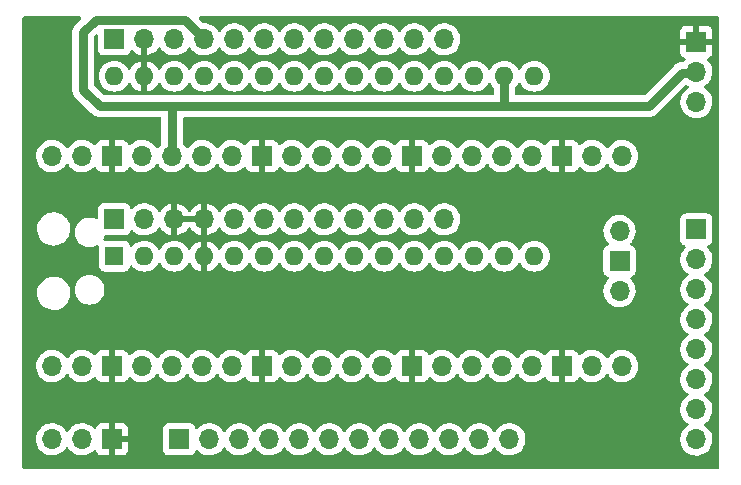
<source format=gbr>
%TF.GenerationSoftware,KiCad,Pcbnew,(6.0.5)*%
%TF.CreationDate,2023-01-02T20:32:54+00:00*%
%TF.ProjectId,NanoPicoKeyboardMatrix,4e616e6f-5069-4636-9f4b-6579626f6172,rev?*%
%TF.SameCoordinates,Original*%
%TF.FileFunction,Copper,L2,Bot*%
%TF.FilePolarity,Positive*%
%FSLAX46Y46*%
G04 Gerber Fmt 4.6, Leading zero omitted, Abs format (unit mm)*
G04 Created by KiCad (PCBNEW (6.0.5)) date 2023-01-02 20:32:54*
%MOMM*%
%LPD*%
G01*
G04 APERTURE LIST*
%TA.AperFunction,ComponentPad*%
%ADD10R,1.700000X1.700000*%
%TD*%
%TA.AperFunction,ComponentPad*%
%ADD11O,1.700000X1.700000*%
%TD*%
%TA.AperFunction,ComponentPad*%
%ADD12R,1.600000X1.600000*%
%TD*%
%TA.AperFunction,ComponentPad*%
%ADD13O,1.600000X1.600000*%
%TD*%
%TA.AperFunction,Conductor*%
%ADD14C,0.800000*%
%TD*%
G04 APERTURE END LIST*
D10*
%TO.P,J1,1,Pin_1*%
%TO.N,/M1*%
X157570000Y-65235000D03*
D11*
%TO.P,J1,2,Pin_2*%
%TO.N,/M2*%
X157570000Y-67775000D03*
%TO.P,J1,3,Pin_3*%
%TO.N,/M3*%
X157570000Y-70315000D03*
%TO.P,J1,4,Pin_4*%
%TO.N,/M4*%
X157570000Y-72855000D03*
%TO.P,J1,5,Pin_5*%
%TO.N,/M5*%
X157570000Y-75395000D03*
%TO.P,J1,6,Pin_6*%
%TO.N,/M6*%
X157570000Y-77935000D03*
%TO.P,J1,7,Pin_7*%
%TO.N,/M7*%
X157570000Y-80475000D03*
%TO.P,J1,8,Pin_8*%
%TO.N,/M8*%
X157570000Y-83015000D03*
%TD*%
%TO.P,J6,12,Pin_12*%
%TO.N,/M1*%
X136230000Y-49130000D03*
%TO.P,J6,11,Pin_11*%
%TO.N,/M2*%
X133690000Y-49130000D03*
%TO.P,J6,10,Pin_10*%
%TO.N,/M3*%
X131150000Y-49130000D03*
%TO.P,J6,9,Pin_9*%
%TO.N,/M4*%
X128610000Y-49130000D03*
%TO.P,J6,8,Pin_8*%
%TO.N,/M5*%
X126070000Y-49130000D03*
%TO.P,J6,7,Pin_7*%
%TO.N,/M6*%
X123530000Y-49130000D03*
%TO.P,J6,6,Pin_6*%
%TO.N,/M7*%
X120990000Y-49130000D03*
%TO.P,J6,5,Pin_5*%
%TO.N,/M8*%
X118450000Y-49130000D03*
%TO.P,J6,4,Pin_4*%
%TO.N,+3V3*%
X115910000Y-49130000D03*
%TO.P,J6,3,Pin_3*%
%TO.N,/RST*%
X113370000Y-49130000D03*
%TO.P,J6,2,Pin_2*%
%TO.N,GND*%
X110830000Y-49130000D03*
D10*
%TO.P,J6,1,Pin_1*%
%TO.N,+5V*%
X108290000Y-49130000D03*
%TD*%
%TO.P,J5,1,Pin_1*%
%TO.N,/TX0*%
X108290000Y-64370000D03*
D11*
%TO.P,J5,2,Pin_2*%
%TO.N,/RX0*%
X110830000Y-64370000D03*
%TO.P,J5,3,Pin_3*%
%TO.N,GND*%
X113370000Y-64370000D03*
%TO.P,J5,4,Pin_4*%
X115910000Y-64370000D03*
%TO.P,J5,5,Pin_5*%
%TO.N,/IO1*%
X118450000Y-64370000D03*
%TO.P,J5,6,Pin_6*%
%TO.N,/IO2*%
X120990000Y-64370000D03*
%TO.P,J5,7,Pin_7*%
%TO.N,/IO3*%
X123530000Y-64370000D03*
%TO.P,J5,8,Pin_8*%
%TO.N,/IO4*%
X126070000Y-64370000D03*
%TO.P,J5,9,Pin_9*%
%TO.N,/IO5*%
X128610000Y-64370000D03*
%TO.P,J5,10,Pin_10*%
%TO.N,/IO6*%
X131150000Y-64370000D03*
%TO.P,J5,11,Pin_11*%
%TO.N,/IO7*%
X133690000Y-64370000D03*
%TO.P,J5,12,Pin_12*%
%TO.N,/IO8*%
X136230000Y-64370000D03*
%TD*%
D12*
%TO.P,A1,1,D1/TX*%
%TO.N,/TX0*%
X108290000Y-67490000D03*
D13*
%TO.P,A1,2,D0/RX*%
%TO.N,/RX0*%
X110830000Y-67490000D03*
%TO.P,A1,3,~{RESET}*%
%TO.N,unconnected-(A1-Pad3)*%
X113370000Y-67490000D03*
%TO.P,A1,4,GND*%
%TO.N,GND*%
X115910000Y-67490000D03*
%TO.P,A1,5,D2*%
%TO.N,/IO1*%
X118450000Y-67490000D03*
%TO.P,A1,6,D3*%
%TO.N,/IO2*%
X120990000Y-67490000D03*
%TO.P,A1,7,D4*%
%TO.N,/IO3*%
X123530000Y-67490000D03*
%TO.P,A1,8,D5*%
%TO.N,/IO4*%
X126070000Y-67490000D03*
%TO.P,A1,9,D6*%
%TO.N,/IO5*%
X128610000Y-67490000D03*
%TO.P,A1,10,D7*%
%TO.N,/IO6*%
X131150000Y-67490000D03*
%TO.P,A1,11,D8*%
%TO.N,/IO7*%
X133690000Y-67490000D03*
%TO.P,A1,12,D9*%
%TO.N,/IO8*%
X136230000Y-67490000D03*
%TO.P,A1,13,D10*%
%TO.N,/IO9*%
X138770000Y-67490000D03*
%TO.P,A1,14,D11*%
%TO.N,/IO10*%
X141310000Y-67490000D03*
%TO.P,A1,15,D12*%
%TO.N,/IO11*%
X143850000Y-67490000D03*
%TO.P,A1,16,D13*%
%TO.N,/IO12*%
X143850000Y-52250000D03*
%TO.P,A1,17,3V3*%
%TO.N,+3V3*%
X141310000Y-52250000D03*
%TO.P,A1,18,AREF*%
%TO.N,unconnected-(A1-Pad18)*%
X138770000Y-52250000D03*
%TO.P,A1,19,A0*%
%TO.N,/M1*%
X136230000Y-52250000D03*
%TO.P,A1,20,A1*%
%TO.N,/M2*%
X133690000Y-52250000D03*
%TO.P,A1,21,A2*%
%TO.N,/M3*%
X131150000Y-52250000D03*
%TO.P,A1,22,A3*%
%TO.N,/M4*%
X128610000Y-52250000D03*
%TO.P,A1,23,A4*%
%TO.N,/M5*%
X126070000Y-52250000D03*
%TO.P,A1,24,A5*%
%TO.N,/M6*%
X123530000Y-52250000D03*
%TO.P,A1,25,A6*%
%TO.N,/M7*%
X120990000Y-52250000D03*
%TO.P,A1,26,A7*%
%TO.N,/M8*%
X118450000Y-52250000D03*
%TO.P,A1,27,+5V*%
%TO.N,+5V*%
X115910000Y-52250000D03*
%TO.P,A1,28,~{RESET}*%
%TO.N,unconnected-(A1-Pad28)*%
X113370000Y-52250000D03*
%TO.P,A1,29,GND*%
%TO.N,GND*%
X110830000Y-52250000D03*
%TO.P,A1,30,VIN*%
%TO.N,unconnected-(A1-Pad30)*%
X108290000Y-52250000D03*
%TD*%
D11*
%TO.P,U1,43,SWDIO*%
%TO.N,unconnected-(U1-Pad43)*%
X151065000Y-65370000D03*
D10*
%TO.P,U1,42,GND*%
%TO.N,unconnected-(U1-Pad42)*%
X151065000Y-67910000D03*
D11*
%TO.P,U1,41,SWCLK*%
%TO.N,unconnected-(U1-Pad41)*%
X151065000Y-70450000D03*
%TO.P,U1,40,VBUS*%
%TO.N,+5V*%
X103035000Y-59020000D03*
%TO.P,U1,39,VSYS*%
%TO.N,unconnected-(U1-Pad39)*%
X105575000Y-59020000D03*
D10*
%TO.P,U1,38,GND*%
%TO.N,GND*%
X108115000Y-59020000D03*
D11*
%TO.P,U1,37,3V3_EN*%
%TO.N,unconnected-(U1-Pad37)*%
X110655000Y-59020000D03*
%TO.P,U1,36,3V3*%
%TO.N,+3V3*%
X113195000Y-59020000D03*
%TO.P,U1,35,ADC_VREF*%
%TO.N,unconnected-(U1-Pad35)*%
X115735000Y-59020000D03*
%TO.P,U1,34,GPIO28_ADC2*%
%TO.N,/M8*%
X118275000Y-59020000D03*
D10*
%TO.P,U1,33,AGND*%
%TO.N,GND*%
X120815000Y-59020000D03*
D11*
%TO.P,U1,32,GPIO27_ADC1*%
%TO.N,/M7*%
X123355000Y-59020000D03*
%TO.P,U1,31,GPIO26_ADC0*%
%TO.N,/M6*%
X125895000Y-59020000D03*
%TO.P,U1,30,RUN*%
%TO.N,unconnected-(U1-Pad30)*%
X128435000Y-59020000D03*
%TO.P,U1,29,GPIO22*%
%TO.N,/M5*%
X130975000Y-59020000D03*
D10*
%TO.P,U1,28,GND*%
%TO.N,GND*%
X133515000Y-59020000D03*
D11*
%TO.P,U1,27,GPIO21*%
%TO.N,/M4*%
X136055000Y-59020000D03*
%TO.P,U1,26,GPIO20*%
%TO.N,/M3*%
X138595000Y-59020000D03*
%TO.P,U1,25,GPIO19*%
%TO.N,/M2*%
X141135000Y-59020000D03*
%TO.P,U1,24,GPIO18*%
%TO.N,/M1*%
X143675000Y-59020000D03*
D10*
%TO.P,U1,23,GND*%
%TO.N,GND*%
X146215000Y-59020000D03*
D11*
%TO.P,U1,22,GPIO17*%
%TO.N,unconnected-(U1-Pad22)*%
X148755000Y-59020000D03*
%TO.P,U1,21,GPIO16*%
%TO.N,unconnected-(U1-Pad21)*%
X151295000Y-59020000D03*
%TO.P,U1,20,GPIO15*%
%TO.N,unconnected-(U1-Pad20)*%
X151295000Y-76800000D03*
%TO.P,U1,19,GPIO14*%
%TO.N,unconnected-(U1-Pad19)*%
X148755000Y-76800000D03*
D10*
%TO.P,U1,18,GND*%
%TO.N,GND*%
X146215000Y-76800000D03*
D11*
%TO.P,U1,17,GPIO13*%
%TO.N,/IO12*%
X143675000Y-76800000D03*
%TO.P,U1,16,GPIO12*%
%TO.N,/IO11*%
X141135000Y-76800000D03*
%TO.P,U1,15,GPIO11*%
%TO.N,/IO10*%
X138595000Y-76800000D03*
%TO.P,U1,14,GPIO10*%
%TO.N,/IO9*%
X136055000Y-76800000D03*
D10*
%TO.P,U1,13,GND*%
%TO.N,GND*%
X133515000Y-76800000D03*
D11*
%TO.P,U1,12,GPIO9*%
%TO.N,/IO8*%
X130975000Y-76800000D03*
%TO.P,U1,11,GPIO8*%
%TO.N,/IO7*%
X128435000Y-76800000D03*
%TO.P,U1,10,GPIO7*%
%TO.N,/IO6*%
X125895000Y-76800000D03*
%TO.P,U1,9,GPIO6*%
%TO.N,/IO5*%
X123355000Y-76800000D03*
D10*
%TO.P,U1,8,GND*%
%TO.N,GND*%
X120815000Y-76800000D03*
D11*
%TO.P,U1,7,GPIO5*%
%TO.N,/IO4*%
X118275000Y-76800000D03*
%TO.P,U1,6,GPIO4*%
%TO.N,/IO3*%
X115735000Y-76800000D03*
%TO.P,U1,5,GPIO3*%
%TO.N,/IO2*%
X113195000Y-76800000D03*
%TO.P,U1,4,GPIO2*%
%TO.N,/IO1*%
X110655000Y-76800000D03*
D10*
%TO.P,U1,3,GND*%
%TO.N,GND*%
X108115000Y-76800000D03*
D11*
%TO.P,U1,2,GPIO1*%
%TO.N,/RX0*%
X105575000Y-76800000D03*
%TO.P,U1,1,GPIO0*%
%TO.N,/TX0*%
X103035000Y-76800000D03*
%TD*%
D10*
%TO.P,J4,1,Pin_1*%
%TO.N,GND*%
X157570000Y-49350000D03*
D11*
%TO.P,J4,2,Pin_2*%
%TO.N,+3V3*%
X157570000Y-51890000D03*
%TO.P,J4,3,Pin_3*%
%TO.N,+5V*%
X157570000Y-54430000D03*
%TD*%
D10*
%TO.P,J3,1,Pin_1*%
%TO.N,GND*%
X108100000Y-83000000D03*
D11*
%TO.P,J3,2,Pin_2*%
%TO.N,/RX0*%
X105560000Y-83000000D03*
%TO.P,J3,3,Pin_3*%
%TO.N,/TX0*%
X103020000Y-83000000D03*
%TD*%
D10*
%TO.P,J2,1,Pin_1*%
%TO.N,/IO1*%
X113800000Y-83000000D03*
D11*
%TO.P,J2,2,Pin_2*%
%TO.N,/IO2*%
X116340000Y-83000000D03*
%TO.P,J2,3,Pin_3*%
%TO.N,/IO3*%
X118880000Y-83000000D03*
%TO.P,J2,4,Pin_4*%
%TO.N,/IO4*%
X121420000Y-83000000D03*
%TO.P,J2,5,Pin_5*%
%TO.N,/IO5*%
X123960000Y-83000000D03*
%TO.P,J2,6,Pin_6*%
%TO.N,/IO6*%
X126500000Y-83000000D03*
%TO.P,J2,7,Pin_7*%
%TO.N,/IO7*%
X129040000Y-83000000D03*
%TO.P,J2,8,Pin_8*%
%TO.N,/IO8*%
X131580000Y-83000000D03*
%TO.P,J2,9,Pin_9*%
%TO.N,/IO9*%
X134120000Y-83000000D03*
%TO.P,J2,10,Pin_10*%
%TO.N,/IO10*%
X136660000Y-83000000D03*
%TO.P,J2,11,Pin_11*%
%TO.N,/IO11*%
X139200000Y-83000000D03*
%TO.P,J2,12,Pin_12*%
%TO.N,/IO12*%
X141740000Y-83000000D03*
%TD*%
D14*
%TO.N,+3V3*%
X153537919Y-54790000D02*
X156367919Y-51960000D01*
X156367919Y-51960000D02*
X157570000Y-51960000D01*
X105650000Y-53390000D02*
X107050000Y-54790000D01*
X107050000Y-54790000D02*
X153537919Y-54790000D01*
X105650000Y-48510000D02*
X105650000Y-53390000D01*
X106700000Y-47460000D02*
X105650000Y-48510000D01*
X115910000Y-49130000D02*
X114240000Y-47460000D01*
X114240000Y-47460000D02*
X106700000Y-47460000D01*
X113195000Y-59020000D02*
X113195000Y-54865000D01*
X141310000Y-54730000D02*
X141310000Y-52250000D01*
%TD*%
%TA.AperFunction,Conductor*%
%TO.N,GND*%
G36*
X105440618Y-47218502D02*
G01*
X105487111Y-47272158D01*
X105497215Y-47342432D01*
X105467721Y-47407012D01*
X105461592Y-47413595D01*
X105065168Y-47810019D01*
X105050135Y-47822860D01*
X105038747Y-47831134D01*
X105034327Y-47836043D01*
X104992984Y-47881959D01*
X104988443Y-47886744D01*
X104973928Y-47901259D01*
X104971852Y-47903823D01*
X104961006Y-47917216D01*
X104956722Y-47922231D01*
X104915381Y-47968145D01*
X104915377Y-47968150D01*
X104910960Y-47973056D01*
X104907660Y-47978772D01*
X104907657Y-47978776D01*
X104903927Y-47985237D01*
X104892727Y-48001533D01*
X104883871Y-48012470D01*
X104866442Y-48046676D01*
X104852815Y-48073421D01*
X104849669Y-48079215D01*
X104815473Y-48138444D01*
X104813432Y-48144726D01*
X104813431Y-48144728D01*
X104811125Y-48151826D01*
X104803560Y-48170092D01*
X104797171Y-48182630D01*
X104795463Y-48189003D01*
X104795463Y-48189004D01*
X104779469Y-48248695D01*
X104777600Y-48255003D01*
X104756458Y-48320072D01*
X104755768Y-48326637D01*
X104755766Y-48326646D01*
X104754985Y-48334075D01*
X104751383Y-48353509D01*
X104749453Y-48360714D01*
X104747743Y-48367097D01*
X104747398Y-48373688D01*
X104747397Y-48373692D01*
X104744164Y-48435384D01*
X104743647Y-48441958D01*
X104742242Y-48455328D01*
X104741500Y-48462390D01*
X104741500Y-48482926D01*
X104741327Y-48489520D01*
X104737748Y-48557810D01*
X104738780Y-48564325D01*
X104739949Y-48571705D01*
X104741500Y-48591417D01*
X104741500Y-53308583D01*
X104739949Y-53328292D01*
X104737748Y-53342190D01*
X104738093Y-53348777D01*
X104738093Y-53348782D01*
X104741327Y-53410480D01*
X104741500Y-53417074D01*
X104741500Y-53437610D01*
X104741844Y-53440882D01*
X104741844Y-53440884D01*
X104743647Y-53458042D01*
X104744164Y-53464616D01*
X104745270Y-53485707D01*
X104747743Y-53532903D01*
X104749453Y-53539284D01*
X104749453Y-53539286D01*
X104751383Y-53546491D01*
X104754985Y-53565925D01*
X104755766Y-53573354D01*
X104755768Y-53573363D01*
X104756458Y-53579928D01*
X104777600Y-53644997D01*
X104779467Y-53651299D01*
X104797171Y-53717370D01*
X104803559Y-53729907D01*
X104811125Y-53748173D01*
X104815473Y-53761556D01*
X104818776Y-53767278D01*
X104818777Y-53767279D01*
X104849667Y-53820782D01*
X104852814Y-53826577D01*
X104883871Y-53887530D01*
X104888024Y-53892658D01*
X104888025Y-53892660D01*
X104892727Y-53898466D01*
X104903927Y-53914763D01*
X104907657Y-53921224D01*
X104907660Y-53921228D01*
X104910960Y-53926944D01*
X104915377Y-53931850D01*
X104915381Y-53931855D01*
X104956722Y-53977769D01*
X104961006Y-53982784D01*
X104973928Y-53998741D01*
X104988443Y-54013256D01*
X104992984Y-54018041D01*
X105038747Y-54068866D01*
X105044086Y-54072745D01*
X105044087Y-54072746D01*
X105050135Y-54077140D01*
X105065168Y-54089981D01*
X106350019Y-55374832D01*
X106362860Y-55389865D01*
X106371134Y-55401253D01*
X106376043Y-55405673D01*
X106421959Y-55447016D01*
X106426744Y-55451557D01*
X106441259Y-55466072D01*
X106443823Y-55468148D01*
X106457216Y-55478994D01*
X106462231Y-55483278D01*
X106508145Y-55524619D01*
X106508150Y-55524623D01*
X106513056Y-55529040D01*
X106518772Y-55532340D01*
X106518776Y-55532343D01*
X106525237Y-55536073D01*
X106541533Y-55547273D01*
X106552470Y-55556129D01*
X106613421Y-55587185D01*
X106619215Y-55590331D01*
X106678444Y-55624527D01*
X106684726Y-55626568D01*
X106684728Y-55626569D01*
X106691826Y-55628875D01*
X106710092Y-55636440D01*
X106722630Y-55642829D01*
X106788701Y-55660533D01*
X106795003Y-55662400D01*
X106860072Y-55683542D01*
X106866637Y-55684232D01*
X106866646Y-55684234D01*
X106874075Y-55685015D01*
X106893509Y-55688617D01*
X106900714Y-55690547D01*
X106900716Y-55690547D01*
X106907097Y-55692257D01*
X106913688Y-55692602D01*
X106913692Y-55692603D01*
X106975384Y-55695836D01*
X106981958Y-55696353D01*
X106999116Y-55698156D01*
X106999118Y-55698156D01*
X107002390Y-55698500D01*
X107022926Y-55698500D01*
X107029520Y-55698673D01*
X107091218Y-55701907D01*
X107091223Y-55701907D01*
X107097810Y-55702252D01*
X107111708Y-55700051D01*
X107131417Y-55698500D01*
X112160500Y-55698500D01*
X112228621Y-55718502D01*
X112275114Y-55772158D01*
X112286500Y-55824500D01*
X112286500Y-57953737D01*
X112266498Y-58021858D01*
X112251594Y-58040788D01*
X112135629Y-58162138D01*
X112028201Y-58319621D01*
X111973293Y-58364621D01*
X111902768Y-58372792D01*
X111839021Y-58341538D01*
X111818324Y-58317054D01*
X111737822Y-58192617D01*
X111737820Y-58192614D01*
X111735014Y-58188277D01*
X111584670Y-58023051D01*
X111580619Y-58019852D01*
X111580615Y-58019848D01*
X111413414Y-57887800D01*
X111413410Y-57887798D01*
X111409359Y-57884598D01*
X111213789Y-57776638D01*
X111208920Y-57774914D01*
X111208916Y-57774912D01*
X111008087Y-57703795D01*
X111008083Y-57703794D01*
X111003212Y-57702069D01*
X110998119Y-57701162D01*
X110998116Y-57701161D01*
X110788373Y-57663800D01*
X110788367Y-57663799D01*
X110783284Y-57662894D01*
X110709452Y-57661992D01*
X110565081Y-57660228D01*
X110565079Y-57660228D01*
X110559911Y-57660165D01*
X110339091Y-57693955D01*
X110126756Y-57763357D01*
X109928607Y-57866507D01*
X109924474Y-57869610D01*
X109924471Y-57869612D01*
X109754100Y-57997530D01*
X109749965Y-58000635D01*
X109746393Y-58004373D01*
X109668898Y-58085466D01*
X109607374Y-58120895D01*
X109536462Y-58117438D01*
X109478676Y-58076192D01*
X109459823Y-58042644D01*
X109418324Y-57931946D01*
X109409786Y-57916351D01*
X109333285Y-57814276D01*
X109320724Y-57801715D01*
X109218649Y-57725214D01*
X109203054Y-57716676D01*
X109082606Y-57671522D01*
X109067351Y-57667895D01*
X109016486Y-57662369D01*
X109009672Y-57662000D01*
X108387115Y-57662000D01*
X108371876Y-57666475D01*
X108370671Y-57667865D01*
X108369000Y-57675548D01*
X108369000Y-60359884D01*
X108373475Y-60375123D01*
X108374865Y-60376328D01*
X108382548Y-60377999D01*
X109009669Y-60377999D01*
X109016490Y-60377629D01*
X109067352Y-60372105D01*
X109082604Y-60368479D01*
X109203054Y-60323324D01*
X109218649Y-60314786D01*
X109320724Y-60238285D01*
X109333285Y-60225724D01*
X109409786Y-60123649D01*
X109418324Y-60108054D01*
X109459225Y-59998952D01*
X109501867Y-59942188D01*
X109568428Y-59917488D01*
X109637777Y-59932696D01*
X109672444Y-59960684D01*
X109697865Y-59990031D01*
X109697869Y-59990035D01*
X109701250Y-59993938D01*
X109873126Y-60136632D01*
X110066000Y-60249338D01*
X110274692Y-60329030D01*
X110279760Y-60330061D01*
X110279763Y-60330062D01*
X110387017Y-60351883D01*
X110493597Y-60373567D01*
X110498772Y-60373757D01*
X110498774Y-60373757D01*
X110711673Y-60381564D01*
X110711677Y-60381564D01*
X110716837Y-60381753D01*
X110721957Y-60381097D01*
X110721959Y-60381097D01*
X110933288Y-60354025D01*
X110933289Y-60354025D01*
X110938416Y-60353368D01*
X110943366Y-60351883D01*
X111147429Y-60290661D01*
X111147434Y-60290659D01*
X111152384Y-60289174D01*
X111352994Y-60190896D01*
X111534860Y-60061173D01*
X111693096Y-59903489D01*
X111752594Y-59820689D01*
X111823453Y-59722077D01*
X111824776Y-59723028D01*
X111871645Y-59679857D01*
X111941580Y-59667625D01*
X112007026Y-59695144D01*
X112034875Y-59726994D01*
X112094987Y-59825088D01*
X112241250Y-59993938D01*
X112413126Y-60136632D01*
X112606000Y-60249338D01*
X112814692Y-60329030D01*
X112819760Y-60330061D01*
X112819763Y-60330062D01*
X112927017Y-60351883D01*
X113033597Y-60373567D01*
X113038772Y-60373757D01*
X113038774Y-60373757D01*
X113251673Y-60381564D01*
X113251677Y-60381564D01*
X113256837Y-60381753D01*
X113261957Y-60381097D01*
X113261959Y-60381097D01*
X113473288Y-60354025D01*
X113473289Y-60354025D01*
X113478416Y-60353368D01*
X113483366Y-60351883D01*
X113687429Y-60290661D01*
X113687434Y-60290659D01*
X113692384Y-60289174D01*
X113892994Y-60190896D01*
X114074860Y-60061173D01*
X114233096Y-59903489D01*
X114292594Y-59820689D01*
X114363453Y-59722077D01*
X114364776Y-59723028D01*
X114411645Y-59679857D01*
X114481580Y-59667625D01*
X114547026Y-59695144D01*
X114574875Y-59726994D01*
X114634987Y-59825088D01*
X114781250Y-59993938D01*
X114953126Y-60136632D01*
X115146000Y-60249338D01*
X115354692Y-60329030D01*
X115359760Y-60330061D01*
X115359763Y-60330062D01*
X115467017Y-60351883D01*
X115573597Y-60373567D01*
X115578772Y-60373757D01*
X115578774Y-60373757D01*
X115791673Y-60381564D01*
X115791677Y-60381564D01*
X115796837Y-60381753D01*
X115801957Y-60381097D01*
X115801959Y-60381097D01*
X116013288Y-60354025D01*
X116013289Y-60354025D01*
X116018416Y-60353368D01*
X116023366Y-60351883D01*
X116227429Y-60290661D01*
X116227434Y-60290659D01*
X116232384Y-60289174D01*
X116432994Y-60190896D01*
X116614860Y-60061173D01*
X116773096Y-59903489D01*
X116832594Y-59820689D01*
X116903453Y-59722077D01*
X116904776Y-59723028D01*
X116951645Y-59679857D01*
X117021580Y-59667625D01*
X117087026Y-59695144D01*
X117114875Y-59726994D01*
X117174987Y-59825088D01*
X117321250Y-59993938D01*
X117493126Y-60136632D01*
X117686000Y-60249338D01*
X117894692Y-60329030D01*
X117899760Y-60330061D01*
X117899763Y-60330062D01*
X118007017Y-60351883D01*
X118113597Y-60373567D01*
X118118772Y-60373757D01*
X118118774Y-60373757D01*
X118331673Y-60381564D01*
X118331677Y-60381564D01*
X118336837Y-60381753D01*
X118341957Y-60381097D01*
X118341959Y-60381097D01*
X118553288Y-60354025D01*
X118553289Y-60354025D01*
X118558416Y-60353368D01*
X118563366Y-60351883D01*
X118767429Y-60290661D01*
X118767434Y-60290659D01*
X118772384Y-60289174D01*
X118972994Y-60190896D01*
X119154860Y-60061173D01*
X119222331Y-59993938D01*
X119263479Y-59952933D01*
X119325851Y-59919017D01*
X119396658Y-59924205D01*
X119453419Y-59966851D01*
X119470401Y-59997954D01*
X119511676Y-60108054D01*
X119520214Y-60123649D01*
X119596715Y-60225724D01*
X119609276Y-60238285D01*
X119711351Y-60314786D01*
X119726946Y-60323324D01*
X119847394Y-60368478D01*
X119862649Y-60372105D01*
X119913514Y-60377631D01*
X119920328Y-60378000D01*
X120542885Y-60378000D01*
X120558124Y-60373525D01*
X120559329Y-60372135D01*
X120561000Y-60364452D01*
X120561000Y-60359884D01*
X121069000Y-60359884D01*
X121073475Y-60375123D01*
X121074865Y-60376328D01*
X121082548Y-60377999D01*
X121709669Y-60377999D01*
X121716490Y-60377629D01*
X121767352Y-60372105D01*
X121782604Y-60368479D01*
X121903054Y-60323324D01*
X121918649Y-60314786D01*
X122020724Y-60238285D01*
X122033285Y-60225724D01*
X122109786Y-60123649D01*
X122118324Y-60108054D01*
X122159225Y-59998952D01*
X122201867Y-59942188D01*
X122268428Y-59917488D01*
X122337777Y-59932696D01*
X122372444Y-59960684D01*
X122397865Y-59990031D01*
X122397869Y-59990035D01*
X122401250Y-59993938D01*
X122573126Y-60136632D01*
X122766000Y-60249338D01*
X122974692Y-60329030D01*
X122979760Y-60330061D01*
X122979763Y-60330062D01*
X123087017Y-60351883D01*
X123193597Y-60373567D01*
X123198772Y-60373757D01*
X123198774Y-60373757D01*
X123411673Y-60381564D01*
X123411677Y-60381564D01*
X123416837Y-60381753D01*
X123421957Y-60381097D01*
X123421959Y-60381097D01*
X123633288Y-60354025D01*
X123633289Y-60354025D01*
X123638416Y-60353368D01*
X123643366Y-60351883D01*
X123847429Y-60290661D01*
X123847434Y-60290659D01*
X123852384Y-60289174D01*
X124052994Y-60190896D01*
X124234860Y-60061173D01*
X124393096Y-59903489D01*
X124452594Y-59820689D01*
X124523453Y-59722077D01*
X124524776Y-59723028D01*
X124571645Y-59679857D01*
X124641580Y-59667625D01*
X124707026Y-59695144D01*
X124734875Y-59726994D01*
X124794987Y-59825088D01*
X124941250Y-59993938D01*
X125113126Y-60136632D01*
X125306000Y-60249338D01*
X125514692Y-60329030D01*
X125519760Y-60330061D01*
X125519763Y-60330062D01*
X125627017Y-60351883D01*
X125733597Y-60373567D01*
X125738772Y-60373757D01*
X125738774Y-60373757D01*
X125951673Y-60381564D01*
X125951677Y-60381564D01*
X125956837Y-60381753D01*
X125961957Y-60381097D01*
X125961959Y-60381097D01*
X126173288Y-60354025D01*
X126173289Y-60354025D01*
X126178416Y-60353368D01*
X126183366Y-60351883D01*
X126387429Y-60290661D01*
X126387434Y-60290659D01*
X126392384Y-60289174D01*
X126592994Y-60190896D01*
X126774860Y-60061173D01*
X126933096Y-59903489D01*
X126992594Y-59820689D01*
X127063453Y-59722077D01*
X127064776Y-59723028D01*
X127111645Y-59679857D01*
X127181580Y-59667625D01*
X127247026Y-59695144D01*
X127274875Y-59726994D01*
X127334987Y-59825088D01*
X127481250Y-59993938D01*
X127653126Y-60136632D01*
X127846000Y-60249338D01*
X128054692Y-60329030D01*
X128059760Y-60330061D01*
X128059763Y-60330062D01*
X128167017Y-60351883D01*
X128273597Y-60373567D01*
X128278772Y-60373757D01*
X128278774Y-60373757D01*
X128491673Y-60381564D01*
X128491677Y-60381564D01*
X128496837Y-60381753D01*
X128501957Y-60381097D01*
X128501959Y-60381097D01*
X128713288Y-60354025D01*
X128713289Y-60354025D01*
X128718416Y-60353368D01*
X128723366Y-60351883D01*
X128927429Y-60290661D01*
X128927434Y-60290659D01*
X128932384Y-60289174D01*
X129132994Y-60190896D01*
X129314860Y-60061173D01*
X129473096Y-59903489D01*
X129532594Y-59820689D01*
X129603453Y-59722077D01*
X129604776Y-59723028D01*
X129651645Y-59679857D01*
X129721580Y-59667625D01*
X129787026Y-59695144D01*
X129814875Y-59726994D01*
X129874987Y-59825088D01*
X130021250Y-59993938D01*
X130193126Y-60136632D01*
X130386000Y-60249338D01*
X130594692Y-60329030D01*
X130599760Y-60330061D01*
X130599763Y-60330062D01*
X130707017Y-60351883D01*
X130813597Y-60373567D01*
X130818772Y-60373757D01*
X130818774Y-60373757D01*
X131031673Y-60381564D01*
X131031677Y-60381564D01*
X131036837Y-60381753D01*
X131041957Y-60381097D01*
X131041959Y-60381097D01*
X131253288Y-60354025D01*
X131253289Y-60354025D01*
X131258416Y-60353368D01*
X131263366Y-60351883D01*
X131467429Y-60290661D01*
X131467434Y-60290659D01*
X131472384Y-60289174D01*
X131672994Y-60190896D01*
X131854860Y-60061173D01*
X131922331Y-59993938D01*
X131963479Y-59952933D01*
X132025851Y-59919017D01*
X132096658Y-59924205D01*
X132153419Y-59966851D01*
X132170401Y-59997954D01*
X132211676Y-60108054D01*
X132220214Y-60123649D01*
X132296715Y-60225724D01*
X132309276Y-60238285D01*
X132411351Y-60314786D01*
X132426946Y-60323324D01*
X132547394Y-60368478D01*
X132562649Y-60372105D01*
X132613514Y-60377631D01*
X132620328Y-60378000D01*
X133242885Y-60378000D01*
X133258124Y-60373525D01*
X133259329Y-60372135D01*
X133261000Y-60364452D01*
X133261000Y-60359884D01*
X133769000Y-60359884D01*
X133773475Y-60375123D01*
X133774865Y-60376328D01*
X133782548Y-60377999D01*
X134409669Y-60377999D01*
X134416490Y-60377629D01*
X134467352Y-60372105D01*
X134482604Y-60368479D01*
X134603054Y-60323324D01*
X134618649Y-60314786D01*
X134720724Y-60238285D01*
X134733285Y-60225724D01*
X134809786Y-60123649D01*
X134818324Y-60108054D01*
X134859225Y-59998952D01*
X134901867Y-59942188D01*
X134968428Y-59917488D01*
X135037777Y-59932696D01*
X135072444Y-59960684D01*
X135097865Y-59990031D01*
X135097869Y-59990035D01*
X135101250Y-59993938D01*
X135273126Y-60136632D01*
X135466000Y-60249338D01*
X135674692Y-60329030D01*
X135679760Y-60330061D01*
X135679763Y-60330062D01*
X135787017Y-60351883D01*
X135893597Y-60373567D01*
X135898772Y-60373757D01*
X135898774Y-60373757D01*
X136111673Y-60381564D01*
X136111677Y-60381564D01*
X136116837Y-60381753D01*
X136121957Y-60381097D01*
X136121959Y-60381097D01*
X136333288Y-60354025D01*
X136333289Y-60354025D01*
X136338416Y-60353368D01*
X136343366Y-60351883D01*
X136547429Y-60290661D01*
X136547434Y-60290659D01*
X136552384Y-60289174D01*
X136752994Y-60190896D01*
X136934860Y-60061173D01*
X137093096Y-59903489D01*
X137152594Y-59820689D01*
X137223453Y-59722077D01*
X137224776Y-59723028D01*
X137271645Y-59679857D01*
X137341580Y-59667625D01*
X137407026Y-59695144D01*
X137434875Y-59726994D01*
X137494987Y-59825088D01*
X137641250Y-59993938D01*
X137813126Y-60136632D01*
X138006000Y-60249338D01*
X138214692Y-60329030D01*
X138219760Y-60330061D01*
X138219763Y-60330062D01*
X138327017Y-60351883D01*
X138433597Y-60373567D01*
X138438772Y-60373757D01*
X138438774Y-60373757D01*
X138651673Y-60381564D01*
X138651677Y-60381564D01*
X138656837Y-60381753D01*
X138661957Y-60381097D01*
X138661959Y-60381097D01*
X138873288Y-60354025D01*
X138873289Y-60354025D01*
X138878416Y-60353368D01*
X138883366Y-60351883D01*
X139087429Y-60290661D01*
X139087434Y-60290659D01*
X139092384Y-60289174D01*
X139292994Y-60190896D01*
X139474860Y-60061173D01*
X139633096Y-59903489D01*
X139692594Y-59820689D01*
X139763453Y-59722077D01*
X139764776Y-59723028D01*
X139811645Y-59679857D01*
X139881580Y-59667625D01*
X139947026Y-59695144D01*
X139974875Y-59726994D01*
X140034987Y-59825088D01*
X140181250Y-59993938D01*
X140353126Y-60136632D01*
X140546000Y-60249338D01*
X140754692Y-60329030D01*
X140759760Y-60330061D01*
X140759763Y-60330062D01*
X140867017Y-60351883D01*
X140973597Y-60373567D01*
X140978772Y-60373757D01*
X140978774Y-60373757D01*
X141191673Y-60381564D01*
X141191677Y-60381564D01*
X141196837Y-60381753D01*
X141201957Y-60381097D01*
X141201959Y-60381097D01*
X141413288Y-60354025D01*
X141413289Y-60354025D01*
X141418416Y-60353368D01*
X141423366Y-60351883D01*
X141627429Y-60290661D01*
X141627434Y-60290659D01*
X141632384Y-60289174D01*
X141832994Y-60190896D01*
X142014860Y-60061173D01*
X142173096Y-59903489D01*
X142232594Y-59820689D01*
X142303453Y-59722077D01*
X142304776Y-59723028D01*
X142351645Y-59679857D01*
X142421580Y-59667625D01*
X142487026Y-59695144D01*
X142514875Y-59726994D01*
X142574987Y-59825088D01*
X142721250Y-59993938D01*
X142893126Y-60136632D01*
X143086000Y-60249338D01*
X143294692Y-60329030D01*
X143299760Y-60330061D01*
X143299763Y-60330062D01*
X143407017Y-60351883D01*
X143513597Y-60373567D01*
X143518772Y-60373757D01*
X143518774Y-60373757D01*
X143731673Y-60381564D01*
X143731677Y-60381564D01*
X143736837Y-60381753D01*
X143741957Y-60381097D01*
X143741959Y-60381097D01*
X143953288Y-60354025D01*
X143953289Y-60354025D01*
X143958416Y-60353368D01*
X143963366Y-60351883D01*
X144167429Y-60290661D01*
X144167434Y-60290659D01*
X144172384Y-60289174D01*
X144372994Y-60190896D01*
X144554860Y-60061173D01*
X144622331Y-59993938D01*
X144663479Y-59952933D01*
X144725851Y-59919017D01*
X144796658Y-59924205D01*
X144853419Y-59966851D01*
X144870401Y-59997954D01*
X144911676Y-60108054D01*
X144920214Y-60123649D01*
X144996715Y-60225724D01*
X145009276Y-60238285D01*
X145111351Y-60314786D01*
X145126946Y-60323324D01*
X145247394Y-60368478D01*
X145262649Y-60372105D01*
X145313514Y-60377631D01*
X145320328Y-60378000D01*
X145942885Y-60378000D01*
X145958124Y-60373525D01*
X145959329Y-60372135D01*
X145961000Y-60364452D01*
X145961000Y-60359884D01*
X146469000Y-60359884D01*
X146473475Y-60375123D01*
X146474865Y-60376328D01*
X146482548Y-60377999D01*
X147109669Y-60377999D01*
X147116490Y-60377629D01*
X147167352Y-60372105D01*
X147182604Y-60368479D01*
X147303054Y-60323324D01*
X147318649Y-60314786D01*
X147420724Y-60238285D01*
X147433285Y-60225724D01*
X147509786Y-60123649D01*
X147518324Y-60108054D01*
X147559225Y-59998952D01*
X147601867Y-59942188D01*
X147668428Y-59917488D01*
X147737777Y-59932696D01*
X147772444Y-59960684D01*
X147797865Y-59990031D01*
X147797869Y-59990035D01*
X147801250Y-59993938D01*
X147973126Y-60136632D01*
X148166000Y-60249338D01*
X148374692Y-60329030D01*
X148379760Y-60330061D01*
X148379763Y-60330062D01*
X148487017Y-60351883D01*
X148593597Y-60373567D01*
X148598772Y-60373757D01*
X148598774Y-60373757D01*
X148811673Y-60381564D01*
X148811677Y-60381564D01*
X148816837Y-60381753D01*
X148821957Y-60381097D01*
X148821959Y-60381097D01*
X149033288Y-60354025D01*
X149033289Y-60354025D01*
X149038416Y-60353368D01*
X149043366Y-60351883D01*
X149247429Y-60290661D01*
X149247434Y-60290659D01*
X149252384Y-60289174D01*
X149452994Y-60190896D01*
X149634860Y-60061173D01*
X149793096Y-59903489D01*
X149852594Y-59820689D01*
X149923453Y-59722077D01*
X149924776Y-59723028D01*
X149971645Y-59679857D01*
X150041580Y-59667625D01*
X150107026Y-59695144D01*
X150134875Y-59726994D01*
X150194987Y-59825088D01*
X150341250Y-59993938D01*
X150513126Y-60136632D01*
X150706000Y-60249338D01*
X150914692Y-60329030D01*
X150919760Y-60330061D01*
X150919763Y-60330062D01*
X151027017Y-60351883D01*
X151133597Y-60373567D01*
X151138772Y-60373757D01*
X151138774Y-60373757D01*
X151351673Y-60381564D01*
X151351677Y-60381564D01*
X151356837Y-60381753D01*
X151361957Y-60381097D01*
X151361959Y-60381097D01*
X151573288Y-60354025D01*
X151573289Y-60354025D01*
X151578416Y-60353368D01*
X151583366Y-60351883D01*
X151787429Y-60290661D01*
X151787434Y-60290659D01*
X151792384Y-60289174D01*
X151992994Y-60190896D01*
X152174860Y-60061173D01*
X152333096Y-59903489D01*
X152392594Y-59820689D01*
X152460435Y-59726277D01*
X152463453Y-59722077D01*
X152484320Y-59679857D01*
X152560136Y-59526453D01*
X152560137Y-59526451D01*
X152562430Y-59521811D01*
X152627370Y-59308069D01*
X152656529Y-59086590D01*
X152658156Y-59020000D01*
X152639852Y-58797361D01*
X152585431Y-58580702D01*
X152496354Y-58375840D01*
X152375014Y-58188277D01*
X152224670Y-58023051D01*
X152220619Y-58019852D01*
X152220615Y-58019848D01*
X152053414Y-57887800D01*
X152053410Y-57887798D01*
X152049359Y-57884598D01*
X151853789Y-57776638D01*
X151848920Y-57774914D01*
X151848916Y-57774912D01*
X151648087Y-57703795D01*
X151648083Y-57703794D01*
X151643212Y-57702069D01*
X151638119Y-57701162D01*
X151638116Y-57701161D01*
X151428373Y-57663800D01*
X151428367Y-57663799D01*
X151423284Y-57662894D01*
X151349452Y-57661992D01*
X151205081Y-57660228D01*
X151205079Y-57660228D01*
X151199911Y-57660165D01*
X150979091Y-57693955D01*
X150766756Y-57763357D01*
X150568607Y-57866507D01*
X150564474Y-57869610D01*
X150564471Y-57869612D01*
X150394100Y-57997530D01*
X150389965Y-58000635D01*
X150235629Y-58162138D01*
X150128201Y-58319621D01*
X150073293Y-58364621D01*
X150002768Y-58372792D01*
X149939021Y-58341538D01*
X149918324Y-58317054D01*
X149837822Y-58192617D01*
X149837820Y-58192614D01*
X149835014Y-58188277D01*
X149684670Y-58023051D01*
X149680619Y-58019852D01*
X149680615Y-58019848D01*
X149513414Y-57887800D01*
X149513410Y-57887798D01*
X149509359Y-57884598D01*
X149313789Y-57776638D01*
X149308920Y-57774914D01*
X149308916Y-57774912D01*
X149108087Y-57703795D01*
X149108083Y-57703794D01*
X149103212Y-57702069D01*
X149098119Y-57701162D01*
X149098116Y-57701161D01*
X148888373Y-57663800D01*
X148888367Y-57663799D01*
X148883284Y-57662894D01*
X148809452Y-57661992D01*
X148665081Y-57660228D01*
X148665079Y-57660228D01*
X148659911Y-57660165D01*
X148439091Y-57693955D01*
X148226756Y-57763357D01*
X148028607Y-57866507D01*
X148024474Y-57869610D01*
X148024471Y-57869612D01*
X147854100Y-57997530D01*
X147849965Y-58000635D01*
X147846393Y-58004373D01*
X147768898Y-58085466D01*
X147707374Y-58120895D01*
X147636462Y-58117438D01*
X147578676Y-58076192D01*
X147559823Y-58042644D01*
X147518324Y-57931946D01*
X147509786Y-57916351D01*
X147433285Y-57814276D01*
X147420724Y-57801715D01*
X147318649Y-57725214D01*
X147303054Y-57716676D01*
X147182606Y-57671522D01*
X147167351Y-57667895D01*
X147116486Y-57662369D01*
X147109672Y-57662000D01*
X146487115Y-57662000D01*
X146471876Y-57666475D01*
X146470671Y-57667865D01*
X146469000Y-57675548D01*
X146469000Y-60359884D01*
X145961000Y-60359884D01*
X145961000Y-57680116D01*
X145956525Y-57664877D01*
X145955135Y-57663672D01*
X145947452Y-57662001D01*
X145320331Y-57662001D01*
X145313510Y-57662371D01*
X145262648Y-57667895D01*
X145247396Y-57671521D01*
X145126946Y-57716676D01*
X145111351Y-57725214D01*
X145009276Y-57801715D01*
X144996715Y-57814276D01*
X144920214Y-57916351D01*
X144911676Y-57931946D01*
X144870297Y-58042322D01*
X144827655Y-58099087D01*
X144761093Y-58123786D01*
X144691744Y-58108578D01*
X144659121Y-58082891D01*
X144608151Y-58026876D01*
X144608145Y-58026870D01*
X144604670Y-58023051D01*
X144600619Y-58019852D01*
X144600615Y-58019848D01*
X144433414Y-57887800D01*
X144433410Y-57887798D01*
X144429359Y-57884598D01*
X144233789Y-57776638D01*
X144228920Y-57774914D01*
X144228916Y-57774912D01*
X144028087Y-57703795D01*
X144028083Y-57703794D01*
X144023212Y-57702069D01*
X144018119Y-57701162D01*
X144018116Y-57701161D01*
X143808373Y-57663800D01*
X143808367Y-57663799D01*
X143803284Y-57662894D01*
X143729452Y-57661992D01*
X143585081Y-57660228D01*
X143585079Y-57660228D01*
X143579911Y-57660165D01*
X143359091Y-57693955D01*
X143146756Y-57763357D01*
X142948607Y-57866507D01*
X142944474Y-57869610D01*
X142944471Y-57869612D01*
X142774100Y-57997530D01*
X142769965Y-58000635D01*
X142615629Y-58162138D01*
X142508201Y-58319621D01*
X142453293Y-58364621D01*
X142382768Y-58372792D01*
X142319021Y-58341538D01*
X142298324Y-58317054D01*
X142217822Y-58192617D01*
X142217820Y-58192614D01*
X142215014Y-58188277D01*
X142064670Y-58023051D01*
X142060619Y-58019852D01*
X142060615Y-58019848D01*
X141893414Y-57887800D01*
X141893410Y-57887798D01*
X141889359Y-57884598D01*
X141693789Y-57776638D01*
X141688920Y-57774914D01*
X141688916Y-57774912D01*
X141488087Y-57703795D01*
X141488083Y-57703794D01*
X141483212Y-57702069D01*
X141478119Y-57701162D01*
X141478116Y-57701161D01*
X141268373Y-57663800D01*
X141268367Y-57663799D01*
X141263284Y-57662894D01*
X141189452Y-57661992D01*
X141045081Y-57660228D01*
X141045079Y-57660228D01*
X141039911Y-57660165D01*
X140819091Y-57693955D01*
X140606756Y-57763357D01*
X140408607Y-57866507D01*
X140404474Y-57869610D01*
X140404471Y-57869612D01*
X140234100Y-57997530D01*
X140229965Y-58000635D01*
X140075629Y-58162138D01*
X139968201Y-58319621D01*
X139913293Y-58364621D01*
X139842768Y-58372792D01*
X139779021Y-58341538D01*
X139758324Y-58317054D01*
X139677822Y-58192617D01*
X139677820Y-58192614D01*
X139675014Y-58188277D01*
X139524670Y-58023051D01*
X139520619Y-58019852D01*
X139520615Y-58019848D01*
X139353414Y-57887800D01*
X139353410Y-57887798D01*
X139349359Y-57884598D01*
X139153789Y-57776638D01*
X139148920Y-57774914D01*
X139148916Y-57774912D01*
X138948087Y-57703795D01*
X138948083Y-57703794D01*
X138943212Y-57702069D01*
X138938119Y-57701162D01*
X138938116Y-57701161D01*
X138728373Y-57663800D01*
X138728367Y-57663799D01*
X138723284Y-57662894D01*
X138649452Y-57661992D01*
X138505081Y-57660228D01*
X138505079Y-57660228D01*
X138499911Y-57660165D01*
X138279091Y-57693955D01*
X138066756Y-57763357D01*
X137868607Y-57866507D01*
X137864474Y-57869610D01*
X137864471Y-57869612D01*
X137694100Y-57997530D01*
X137689965Y-58000635D01*
X137535629Y-58162138D01*
X137428201Y-58319621D01*
X137373293Y-58364621D01*
X137302768Y-58372792D01*
X137239021Y-58341538D01*
X137218324Y-58317054D01*
X137137822Y-58192617D01*
X137137820Y-58192614D01*
X137135014Y-58188277D01*
X136984670Y-58023051D01*
X136980619Y-58019852D01*
X136980615Y-58019848D01*
X136813414Y-57887800D01*
X136813410Y-57887798D01*
X136809359Y-57884598D01*
X136613789Y-57776638D01*
X136608920Y-57774914D01*
X136608916Y-57774912D01*
X136408087Y-57703795D01*
X136408083Y-57703794D01*
X136403212Y-57702069D01*
X136398119Y-57701162D01*
X136398116Y-57701161D01*
X136188373Y-57663800D01*
X136188367Y-57663799D01*
X136183284Y-57662894D01*
X136109452Y-57661992D01*
X135965081Y-57660228D01*
X135965079Y-57660228D01*
X135959911Y-57660165D01*
X135739091Y-57693955D01*
X135526756Y-57763357D01*
X135328607Y-57866507D01*
X135324474Y-57869610D01*
X135324471Y-57869612D01*
X135154100Y-57997530D01*
X135149965Y-58000635D01*
X135146393Y-58004373D01*
X135068898Y-58085466D01*
X135007374Y-58120895D01*
X134936462Y-58117438D01*
X134878676Y-58076192D01*
X134859823Y-58042644D01*
X134818324Y-57931946D01*
X134809786Y-57916351D01*
X134733285Y-57814276D01*
X134720724Y-57801715D01*
X134618649Y-57725214D01*
X134603054Y-57716676D01*
X134482606Y-57671522D01*
X134467351Y-57667895D01*
X134416486Y-57662369D01*
X134409672Y-57662000D01*
X133787115Y-57662000D01*
X133771876Y-57666475D01*
X133770671Y-57667865D01*
X133769000Y-57675548D01*
X133769000Y-60359884D01*
X133261000Y-60359884D01*
X133261000Y-57680116D01*
X133256525Y-57664877D01*
X133255135Y-57663672D01*
X133247452Y-57662001D01*
X132620331Y-57662001D01*
X132613510Y-57662371D01*
X132562648Y-57667895D01*
X132547396Y-57671521D01*
X132426946Y-57716676D01*
X132411351Y-57725214D01*
X132309276Y-57801715D01*
X132296715Y-57814276D01*
X132220214Y-57916351D01*
X132211676Y-57931946D01*
X132170297Y-58042322D01*
X132127655Y-58099087D01*
X132061093Y-58123786D01*
X131991744Y-58108578D01*
X131959121Y-58082891D01*
X131908151Y-58026876D01*
X131908145Y-58026870D01*
X131904670Y-58023051D01*
X131900619Y-58019852D01*
X131900615Y-58019848D01*
X131733414Y-57887800D01*
X131733410Y-57887798D01*
X131729359Y-57884598D01*
X131533789Y-57776638D01*
X131528920Y-57774914D01*
X131528916Y-57774912D01*
X131328087Y-57703795D01*
X131328083Y-57703794D01*
X131323212Y-57702069D01*
X131318119Y-57701162D01*
X131318116Y-57701161D01*
X131108373Y-57663800D01*
X131108367Y-57663799D01*
X131103284Y-57662894D01*
X131029452Y-57661992D01*
X130885081Y-57660228D01*
X130885079Y-57660228D01*
X130879911Y-57660165D01*
X130659091Y-57693955D01*
X130446756Y-57763357D01*
X130248607Y-57866507D01*
X130244474Y-57869610D01*
X130244471Y-57869612D01*
X130074100Y-57997530D01*
X130069965Y-58000635D01*
X129915629Y-58162138D01*
X129808201Y-58319621D01*
X129753293Y-58364621D01*
X129682768Y-58372792D01*
X129619021Y-58341538D01*
X129598324Y-58317054D01*
X129517822Y-58192617D01*
X129517820Y-58192614D01*
X129515014Y-58188277D01*
X129364670Y-58023051D01*
X129360619Y-58019852D01*
X129360615Y-58019848D01*
X129193414Y-57887800D01*
X129193410Y-57887798D01*
X129189359Y-57884598D01*
X128993789Y-57776638D01*
X128988920Y-57774914D01*
X128988916Y-57774912D01*
X128788087Y-57703795D01*
X128788083Y-57703794D01*
X128783212Y-57702069D01*
X128778119Y-57701162D01*
X128778116Y-57701161D01*
X128568373Y-57663800D01*
X128568367Y-57663799D01*
X128563284Y-57662894D01*
X128489452Y-57661992D01*
X128345081Y-57660228D01*
X128345079Y-57660228D01*
X128339911Y-57660165D01*
X128119091Y-57693955D01*
X127906756Y-57763357D01*
X127708607Y-57866507D01*
X127704474Y-57869610D01*
X127704471Y-57869612D01*
X127534100Y-57997530D01*
X127529965Y-58000635D01*
X127375629Y-58162138D01*
X127268201Y-58319621D01*
X127213293Y-58364621D01*
X127142768Y-58372792D01*
X127079021Y-58341538D01*
X127058324Y-58317054D01*
X126977822Y-58192617D01*
X126977820Y-58192614D01*
X126975014Y-58188277D01*
X126824670Y-58023051D01*
X126820619Y-58019852D01*
X126820615Y-58019848D01*
X126653414Y-57887800D01*
X126653410Y-57887798D01*
X126649359Y-57884598D01*
X126453789Y-57776638D01*
X126448920Y-57774914D01*
X126448916Y-57774912D01*
X126248087Y-57703795D01*
X126248083Y-57703794D01*
X126243212Y-57702069D01*
X126238119Y-57701162D01*
X126238116Y-57701161D01*
X126028373Y-57663800D01*
X126028367Y-57663799D01*
X126023284Y-57662894D01*
X125949452Y-57661992D01*
X125805081Y-57660228D01*
X125805079Y-57660228D01*
X125799911Y-57660165D01*
X125579091Y-57693955D01*
X125366756Y-57763357D01*
X125168607Y-57866507D01*
X125164474Y-57869610D01*
X125164471Y-57869612D01*
X124994100Y-57997530D01*
X124989965Y-58000635D01*
X124835629Y-58162138D01*
X124728201Y-58319621D01*
X124673293Y-58364621D01*
X124602768Y-58372792D01*
X124539021Y-58341538D01*
X124518324Y-58317054D01*
X124437822Y-58192617D01*
X124437820Y-58192614D01*
X124435014Y-58188277D01*
X124284670Y-58023051D01*
X124280619Y-58019852D01*
X124280615Y-58019848D01*
X124113414Y-57887800D01*
X124113410Y-57887798D01*
X124109359Y-57884598D01*
X123913789Y-57776638D01*
X123908920Y-57774914D01*
X123908916Y-57774912D01*
X123708087Y-57703795D01*
X123708083Y-57703794D01*
X123703212Y-57702069D01*
X123698119Y-57701162D01*
X123698116Y-57701161D01*
X123488373Y-57663800D01*
X123488367Y-57663799D01*
X123483284Y-57662894D01*
X123409452Y-57661992D01*
X123265081Y-57660228D01*
X123265079Y-57660228D01*
X123259911Y-57660165D01*
X123039091Y-57693955D01*
X122826756Y-57763357D01*
X122628607Y-57866507D01*
X122624474Y-57869610D01*
X122624471Y-57869612D01*
X122454100Y-57997530D01*
X122449965Y-58000635D01*
X122446393Y-58004373D01*
X122368898Y-58085466D01*
X122307374Y-58120895D01*
X122236462Y-58117438D01*
X122178676Y-58076192D01*
X122159823Y-58042644D01*
X122118324Y-57931946D01*
X122109786Y-57916351D01*
X122033285Y-57814276D01*
X122020724Y-57801715D01*
X121918649Y-57725214D01*
X121903054Y-57716676D01*
X121782606Y-57671522D01*
X121767351Y-57667895D01*
X121716486Y-57662369D01*
X121709672Y-57662000D01*
X121087115Y-57662000D01*
X121071876Y-57666475D01*
X121070671Y-57667865D01*
X121069000Y-57675548D01*
X121069000Y-60359884D01*
X120561000Y-60359884D01*
X120561000Y-57680116D01*
X120556525Y-57664877D01*
X120555135Y-57663672D01*
X120547452Y-57662001D01*
X119920331Y-57662001D01*
X119913510Y-57662371D01*
X119862648Y-57667895D01*
X119847396Y-57671521D01*
X119726946Y-57716676D01*
X119711351Y-57725214D01*
X119609276Y-57801715D01*
X119596715Y-57814276D01*
X119520214Y-57916351D01*
X119511676Y-57931946D01*
X119470297Y-58042322D01*
X119427655Y-58099087D01*
X119361093Y-58123786D01*
X119291744Y-58108578D01*
X119259121Y-58082891D01*
X119208151Y-58026876D01*
X119208145Y-58026870D01*
X119204670Y-58023051D01*
X119200619Y-58019852D01*
X119200615Y-58019848D01*
X119033414Y-57887800D01*
X119033410Y-57887798D01*
X119029359Y-57884598D01*
X118833789Y-57776638D01*
X118828920Y-57774914D01*
X118828916Y-57774912D01*
X118628087Y-57703795D01*
X118628083Y-57703794D01*
X118623212Y-57702069D01*
X118618119Y-57701162D01*
X118618116Y-57701161D01*
X118408373Y-57663800D01*
X118408367Y-57663799D01*
X118403284Y-57662894D01*
X118329452Y-57661992D01*
X118185081Y-57660228D01*
X118185079Y-57660228D01*
X118179911Y-57660165D01*
X117959091Y-57693955D01*
X117746756Y-57763357D01*
X117548607Y-57866507D01*
X117544474Y-57869610D01*
X117544471Y-57869612D01*
X117374100Y-57997530D01*
X117369965Y-58000635D01*
X117215629Y-58162138D01*
X117108201Y-58319621D01*
X117053293Y-58364621D01*
X116982768Y-58372792D01*
X116919021Y-58341538D01*
X116898324Y-58317054D01*
X116817822Y-58192617D01*
X116817820Y-58192614D01*
X116815014Y-58188277D01*
X116664670Y-58023051D01*
X116660619Y-58019852D01*
X116660615Y-58019848D01*
X116493414Y-57887800D01*
X116493410Y-57887798D01*
X116489359Y-57884598D01*
X116293789Y-57776638D01*
X116288920Y-57774914D01*
X116288916Y-57774912D01*
X116088087Y-57703795D01*
X116088083Y-57703794D01*
X116083212Y-57702069D01*
X116078119Y-57701162D01*
X116078116Y-57701161D01*
X115868373Y-57663800D01*
X115868367Y-57663799D01*
X115863284Y-57662894D01*
X115789452Y-57661992D01*
X115645081Y-57660228D01*
X115645079Y-57660228D01*
X115639911Y-57660165D01*
X115419091Y-57693955D01*
X115206756Y-57763357D01*
X115008607Y-57866507D01*
X115004474Y-57869610D01*
X115004471Y-57869612D01*
X114834100Y-57997530D01*
X114829965Y-58000635D01*
X114675629Y-58162138D01*
X114568201Y-58319621D01*
X114513293Y-58364621D01*
X114442768Y-58372792D01*
X114379021Y-58341538D01*
X114358324Y-58317054D01*
X114277822Y-58192617D01*
X114277820Y-58192614D01*
X114275014Y-58188277D01*
X114271532Y-58184450D01*
X114136307Y-58035839D01*
X114105255Y-57971993D01*
X114103500Y-57951039D01*
X114103500Y-55824500D01*
X114123502Y-55756379D01*
X114177158Y-55709886D01*
X114229500Y-55698500D01*
X153456502Y-55698500D01*
X153476211Y-55700051D01*
X153490109Y-55702252D01*
X153496696Y-55701907D01*
X153496701Y-55701907D01*
X153558399Y-55698673D01*
X153564993Y-55698500D01*
X153585529Y-55698500D01*
X153588801Y-55698156D01*
X153588803Y-55698156D01*
X153605961Y-55696353D01*
X153612535Y-55695836D01*
X153674227Y-55692603D01*
X153674231Y-55692602D01*
X153680822Y-55692257D01*
X153687203Y-55690547D01*
X153687205Y-55690547D01*
X153694410Y-55688617D01*
X153713844Y-55685015D01*
X153721273Y-55684234D01*
X153721282Y-55684232D01*
X153727847Y-55683542D01*
X153792916Y-55662400D01*
X153799218Y-55660533D01*
X153865289Y-55642829D01*
X153877827Y-55636440D01*
X153896093Y-55628875D01*
X153903191Y-55626569D01*
X153903193Y-55626568D01*
X153909475Y-55624527D01*
X153968704Y-55590331D01*
X153974498Y-55587185D01*
X154035449Y-55556129D01*
X154046386Y-55547273D01*
X154062682Y-55536073D01*
X154069143Y-55532343D01*
X154069147Y-55532340D01*
X154074863Y-55529040D01*
X154079769Y-55524623D01*
X154079774Y-55524619D01*
X154125688Y-55483278D01*
X154130703Y-55478994D01*
X154144096Y-55468148D01*
X154146660Y-55466072D01*
X154161175Y-55451557D01*
X154165960Y-55447016D01*
X154211876Y-55405673D01*
X154216785Y-55401253D01*
X154225059Y-55389865D01*
X154237900Y-55374832D01*
X156607457Y-53005275D01*
X156669769Y-52971249D01*
X156740584Y-52976314D01*
X156777035Y-52997425D01*
X156784140Y-53003323D01*
X156788126Y-53006632D01*
X156858595Y-53047811D01*
X156861445Y-53049476D01*
X156910169Y-53101114D01*
X156923240Y-53170897D01*
X156896509Y-53236669D01*
X156856055Y-53270027D01*
X156843607Y-53276507D01*
X156839474Y-53279610D01*
X156839471Y-53279612D01*
X156692649Y-53389849D01*
X156664965Y-53410635D01*
X156661393Y-53414373D01*
X156518886Y-53563498D01*
X156510629Y-53572138D01*
X156507715Y-53576410D01*
X156507714Y-53576411D01*
X156456625Y-53651305D01*
X156384743Y-53756680D01*
X156354988Y-53820782D01*
X156308365Y-53921224D01*
X156290688Y-53959305D01*
X156230989Y-54174570D01*
X156207251Y-54396695D01*
X156207548Y-54401848D01*
X156207548Y-54401851D01*
X156213011Y-54496590D01*
X156220110Y-54619715D01*
X156221247Y-54624761D01*
X156221248Y-54624767D01*
X156241119Y-54712939D01*
X156269222Y-54837639D01*
X156353266Y-55044616D01*
X156469987Y-55235088D01*
X156616250Y-55403938D01*
X156788126Y-55546632D01*
X156981000Y-55659338D01*
X156985825Y-55661180D01*
X156985826Y-55661181D01*
X157044384Y-55683542D01*
X157189692Y-55739030D01*
X157194760Y-55740061D01*
X157194763Y-55740062D01*
X157302017Y-55761883D01*
X157408597Y-55783567D01*
X157413772Y-55783757D01*
X157413774Y-55783757D01*
X157626673Y-55791564D01*
X157626677Y-55791564D01*
X157631837Y-55791753D01*
X157636957Y-55791097D01*
X157636959Y-55791097D01*
X157848288Y-55764025D01*
X157848289Y-55764025D01*
X157853416Y-55763368D01*
X157858366Y-55761883D01*
X158062429Y-55700661D01*
X158062434Y-55700659D01*
X158067384Y-55699174D01*
X158267994Y-55600896D01*
X158449860Y-55471173D01*
X158608096Y-55313489D01*
X158667594Y-55230689D01*
X158735435Y-55136277D01*
X158738453Y-55132077D01*
X158837430Y-54931811D01*
X158902370Y-54718069D01*
X158931529Y-54496590D01*
X158933156Y-54430000D01*
X158914852Y-54207361D01*
X158860431Y-53990702D01*
X158771354Y-53785840D01*
X158722935Y-53710996D01*
X158652822Y-53602617D01*
X158652820Y-53602614D01*
X158650014Y-53598277D01*
X158499670Y-53433051D01*
X158495619Y-53429852D01*
X158495615Y-53429848D01*
X158328414Y-53297800D01*
X158328410Y-53297798D01*
X158324359Y-53294598D01*
X158283053Y-53271796D01*
X158233084Y-53221364D01*
X158218312Y-53151921D01*
X158243428Y-53085516D01*
X158270780Y-53058909D01*
X158334179Y-53013687D01*
X158449860Y-52931173D01*
X158608096Y-52773489D01*
X158665263Y-52693933D01*
X158735435Y-52596277D01*
X158738453Y-52592077D01*
X158797499Y-52472607D01*
X158835136Y-52396453D01*
X158835137Y-52396451D01*
X158837430Y-52391811D01*
X158902370Y-52178069D01*
X158931529Y-51956590D01*
X158933156Y-51890000D01*
X158914852Y-51667361D01*
X158860431Y-51450702D01*
X158771354Y-51245840D01*
X158690672Y-51121125D01*
X158652822Y-51062617D01*
X158652820Y-51062614D01*
X158650014Y-51058277D01*
X158646540Y-51054459D01*
X158646533Y-51054450D01*
X158502435Y-50896088D01*
X158471383Y-50832242D01*
X158479779Y-50761744D01*
X158524956Y-50706976D01*
X158551400Y-50693307D01*
X158658052Y-50653325D01*
X158673649Y-50644786D01*
X158775724Y-50568285D01*
X158788285Y-50555724D01*
X158864786Y-50453649D01*
X158873324Y-50438054D01*
X158918478Y-50317606D01*
X158922105Y-50302351D01*
X158927631Y-50251486D01*
X158928000Y-50244672D01*
X158928000Y-49622115D01*
X158923525Y-49606876D01*
X158922135Y-49605671D01*
X158914452Y-49604000D01*
X156230116Y-49604000D01*
X156214877Y-49608475D01*
X156213672Y-49609865D01*
X156212001Y-49617548D01*
X156212001Y-50244669D01*
X156212371Y-50251490D01*
X156217895Y-50302352D01*
X156221521Y-50317604D01*
X156266676Y-50438054D01*
X156275214Y-50453649D01*
X156351715Y-50555724D01*
X156364276Y-50568285D01*
X156466351Y-50644786D01*
X156481946Y-50653324D01*
X156590827Y-50694142D01*
X156647591Y-50736784D01*
X156672291Y-50803345D01*
X156657083Y-50872694D01*
X156637691Y-50899175D01*
X156530804Y-51011026D01*
X156469280Y-51046456D01*
X156428902Y-51048071D01*
X156428847Y-51049126D01*
X156422243Y-51048780D01*
X156415728Y-51047748D01*
X156409141Y-51048093D01*
X156409136Y-51048093D01*
X156347438Y-51051327D01*
X156340844Y-51051500D01*
X156320309Y-51051500D01*
X156314141Y-51052148D01*
X156299879Y-51053647D01*
X156293304Y-51054164D01*
X156231615Y-51057397D01*
X156231614Y-51057397D01*
X156225015Y-51057743D01*
X156211427Y-51061384D01*
X156191980Y-51064988D01*
X156184563Y-51065767D01*
X156184559Y-51065768D01*
X156177991Y-51066458D01*
X156121195Y-51084912D01*
X156112928Y-51087598D01*
X156106604Y-51089471D01*
X156046929Y-51105461D01*
X156046925Y-51105462D01*
X156040549Y-51107171D01*
X156034667Y-51110168D01*
X156028012Y-51113559D01*
X156009745Y-51121125D01*
X156002647Y-51123431D01*
X156002645Y-51123432D01*
X155996363Y-51125473D01*
X155990641Y-51128777D01*
X155990640Y-51128777D01*
X155937142Y-51159664D01*
X155931345Y-51162812D01*
X155876271Y-51190873D01*
X155876268Y-51190875D01*
X155870388Y-51193871D01*
X155859445Y-51202733D01*
X155843156Y-51213927D01*
X155830975Y-51220960D01*
X155826069Y-51225377D01*
X155826064Y-51225381D01*
X155780140Y-51266731D01*
X155775139Y-51271003D01*
X155759178Y-51283928D01*
X155744663Y-51298443D01*
X155739878Y-51302984D01*
X155689053Y-51348747D01*
X155685174Y-51354086D01*
X155685173Y-51354087D01*
X155680779Y-51360135D01*
X155667938Y-51375168D01*
X153198511Y-53844595D01*
X153136199Y-53878621D01*
X153109416Y-53881500D01*
X142344500Y-53881500D01*
X142276379Y-53861498D01*
X142229886Y-53807842D01*
X142218500Y-53755500D01*
X142218500Y-53244188D01*
X142238502Y-53176067D01*
X142255405Y-53155093D01*
X142316198Y-53094300D01*
X142447523Y-52906749D01*
X142449846Y-52901767D01*
X142449849Y-52901762D01*
X142465805Y-52867543D01*
X142512722Y-52814258D01*
X142580999Y-52794797D01*
X142648959Y-52815339D01*
X142694195Y-52867543D01*
X142710151Y-52901762D01*
X142710154Y-52901767D01*
X142712477Y-52906749D01*
X142843802Y-53094300D01*
X143005700Y-53256198D01*
X143010208Y-53259355D01*
X143010211Y-53259357D01*
X143080513Y-53308583D01*
X143193251Y-53387523D01*
X143198233Y-53389846D01*
X143198238Y-53389849D01*
X143394765Y-53481490D01*
X143400757Y-53484284D01*
X143406065Y-53485706D01*
X143406067Y-53485707D01*
X143616598Y-53542119D01*
X143616600Y-53542119D01*
X143621913Y-53543543D01*
X143850000Y-53563498D01*
X144078087Y-53543543D01*
X144083400Y-53542119D01*
X144083402Y-53542119D01*
X144293933Y-53485707D01*
X144293935Y-53485706D01*
X144299243Y-53484284D01*
X144305235Y-53481490D01*
X144501762Y-53389849D01*
X144501767Y-53389846D01*
X144506749Y-53387523D01*
X144619487Y-53308583D01*
X144689789Y-53259357D01*
X144689792Y-53259355D01*
X144694300Y-53256198D01*
X144856198Y-53094300D01*
X144987523Y-52906749D01*
X144989846Y-52901767D01*
X144989849Y-52901762D01*
X145081961Y-52704225D01*
X145081961Y-52704224D01*
X145084284Y-52699243D01*
X145143543Y-52478087D01*
X145163498Y-52250000D01*
X145143543Y-52021913D01*
X145120000Y-51934050D01*
X145085707Y-51806067D01*
X145085706Y-51806065D01*
X145084284Y-51800757D01*
X145030148Y-51684661D01*
X144989849Y-51598238D01*
X144989846Y-51598233D01*
X144987523Y-51593251D01*
X144914098Y-51488389D01*
X144859357Y-51410211D01*
X144859355Y-51410208D01*
X144856198Y-51405700D01*
X144694300Y-51243802D01*
X144689792Y-51240645D01*
X144689789Y-51240643D01*
X144611611Y-51185902D01*
X144506749Y-51112477D01*
X144501767Y-51110154D01*
X144501762Y-51110151D01*
X144304225Y-51018039D01*
X144304224Y-51018039D01*
X144299243Y-51015716D01*
X144293935Y-51014294D01*
X144293933Y-51014293D01*
X144083402Y-50957881D01*
X144083400Y-50957881D01*
X144078087Y-50956457D01*
X143850000Y-50936502D01*
X143621913Y-50956457D01*
X143616600Y-50957881D01*
X143616598Y-50957881D01*
X143406067Y-51014293D01*
X143406065Y-51014294D01*
X143400757Y-51015716D01*
X143395776Y-51018039D01*
X143395775Y-51018039D01*
X143198238Y-51110151D01*
X143198233Y-51110154D01*
X143193251Y-51112477D01*
X143088389Y-51185902D01*
X143010211Y-51240643D01*
X143010208Y-51240645D01*
X143005700Y-51243802D01*
X142843802Y-51405700D01*
X142840645Y-51410208D01*
X142840643Y-51410211D01*
X142785902Y-51488389D01*
X142712477Y-51593251D01*
X142710154Y-51598233D01*
X142710151Y-51598238D01*
X142694195Y-51632457D01*
X142647278Y-51685742D01*
X142579001Y-51705203D01*
X142511041Y-51684661D01*
X142465805Y-51632457D01*
X142449849Y-51598238D01*
X142449846Y-51598233D01*
X142447523Y-51593251D01*
X142374098Y-51488389D01*
X142319357Y-51410211D01*
X142319355Y-51410208D01*
X142316198Y-51405700D01*
X142154300Y-51243802D01*
X142149792Y-51240645D01*
X142149789Y-51240643D01*
X142071611Y-51185902D01*
X141966749Y-51112477D01*
X141961767Y-51110154D01*
X141961762Y-51110151D01*
X141764225Y-51018039D01*
X141764224Y-51018039D01*
X141759243Y-51015716D01*
X141753935Y-51014294D01*
X141753933Y-51014293D01*
X141543402Y-50957881D01*
X141543400Y-50957881D01*
X141538087Y-50956457D01*
X141310000Y-50936502D01*
X141081913Y-50956457D01*
X141076600Y-50957881D01*
X141076598Y-50957881D01*
X140866067Y-51014293D01*
X140866065Y-51014294D01*
X140860757Y-51015716D01*
X140855776Y-51018039D01*
X140855775Y-51018039D01*
X140658238Y-51110151D01*
X140658233Y-51110154D01*
X140653251Y-51112477D01*
X140548389Y-51185902D01*
X140470211Y-51240643D01*
X140470208Y-51240645D01*
X140465700Y-51243802D01*
X140303802Y-51405700D01*
X140300645Y-51410208D01*
X140300643Y-51410211D01*
X140245902Y-51488389D01*
X140172477Y-51593251D01*
X140170154Y-51598233D01*
X140170151Y-51598238D01*
X140154195Y-51632457D01*
X140107278Y-51685742D01*
X140039001Y-51705203D01*
X139971041Y-51684661D01*
X139925805Y-51632457D01*
X139909849Y-51598238D01*
X139909846Y-51598233D01*
X139907523Y-51593251D01*
X139834098Y-51488389D01*
X139779357Y-51410211D01*
X139779355Y-51410208D01*
X139776198Y-51405700D01*
X139614300Y-51243802D01*
X139609792Y-51240645D01*
X139609789Y-51240643D01*
X139531611Y-51185902D01*
X139426749Y-51112477D01*
X139421767Y-51110154D01*
X139421762Y-51110151D01*
X139224225Y-51018039D01*
X139224224Y-51018039D01*
X139219243Y-51015716D01*
X139213935Y-51014294D01*
X139213933Y-51014293D01*
X139003402Y-50957881D01*
X139003400Y-50957881D01*
X138998087Y-50956457D01*
X138770000Y-50936502D01*
X138541913Y-50956457D01*
X138536600Y-50957881D01*
X138536598Y-50957881D01*
X138326067Y-51014293D01*
X138326065Y-51014294D01*
X138320757Y-51015716D01*
X138315776Y-51018039D01*
X138315775Y-51018039D01*
X138118238Y-51110151D01*
X138118233Y-51110154D01*
X138113251Y-51112477D01*
X138008389Y-51185902D01*
X137930211Y-51240643D01*
X137930208Y-51240645D01*
X137925700Y-51243802D01*
X137763802Y-51405700D01*
X137760645Y-51410208D01*
X137760643Y-51410211D01*
X137705902Y-51488389D01*
X137632477Y-51593251D01*
X137630154Y-51598233D01*
X137630151Y-51598238D01*
X137614195Y-51632457D01*
X137567278Y-51685742D01*
X137499001Y-51705203D01*
X137431041Y-51684661D01*
X137385805Y-51632457D01*
X137369849Y-51598238D01*
X137369846Y-51598233D01*
X137367523Y-51593251D01*
X137294098Y-51488389D01*
X137239357Y-51410211D01*
X137239355Y-51410208D01*
X137236198Y-51405700D01*
X137074300Y-51243802D01*
X137069792Y-51240645D01*
X137069789Y-51240643D01*
X136991611Y-51185902D01*
X136886749Y-51112477D01*
X136881767Y-51110154D01*
X136881762Y-51110151D01*
X136684225Y-51018039D01*
X136684224Y-51018039D01*
X136679243Y-51015716D01*
X136673935Y-51014294D01*
X136673933Y-51014293D01*
X136463402Y-50957881D01*
X136463400Y-50957881D01*
X136458087Y-50956457D01*
X136230000Y-50936502D01*
X136001913Y-50956457D01*
X135996600Y-50957881D01*
X135996598Y-50957881D01*
X135786067Y-51014293D01*
X135786065Y-51014294D01*
X135780757Y-51015716D01*
X135775776Y-51018039D01*
X135775775Y-51018039D01*
X135578238Y-51110151D01*
X135578233Y-51110154D01*
X135573251Y-51112477D01*
X135468389Y-51185902D01*
X135390211Y-51240643D01*
X135390208Y-51240645D01*
X135385700Y-51243802D01*
X135223802Y-51405700D01*
X135220645Y-51410208D01*
X135220643Y-51410211D01*
X135165902Y-51488389D01*
X135092477Y-51593251D01*
X135090154Y-51598233D01*
X135090151Y-51598238D01*
X135074195Y-51632457D01*
X135027278Y-51685742D01*
X134959001Y-51705203D01*
X134891041Y-51684661D01*
X134845805Y-51632457D01*
X134829849Y-51598238D01*
X134829846Y-51598233D01*
X134827523Y-51593251D01*
X134754098Y-51488389D01*
X134699357Y-51410211D01*
X134699355Y-51410208D01*
X134696198Y-51405700D01*
X134534300Y-51243802D01*
X134529792Y-51240645D01*
X134529789Y-51240643D01*
X134451611Y-51185902D01*
X134346749Y-51112477D01*
X134341767Y-51110154D01*
X134341762Y-51110151D01*
X134144225Y-51018039D01*
X134144224Y-51018039D01*
X134139243Y-51015716D01*
X134133935Y-51014294D01*
X134133933Y-51014293D01*
X133923402Y-50957881D01*
X133923400Y-50957881D01*
X133918087Y-50956457D01*
X133690000Y-50936502D01*
X133461913Y-50956457D01*
X133456600Y-50957881D01*
X133456598Y-50957881D01*
X133246067Y-51014293D01*
X133246065Y-51014294D01*
X133240757Y-51015716D01*
X133235776Y-51018039D01*
X133235775Y-51018039D01*
X133038238Y-51110151D01*
X133038233Y-51110154D01*
X133033251Y-51112477D01*
X132928389Y-51185902D01*
X132850211Y-51240643D01*
X132850208Y-51240645D01*
X132845700Y-51243802D01*
X132683802Y-51405700D01*
X132680645Y-51410208D01*
X132680643Y-51410211D01*
X132625902Y-51488389D01*
X132552477Y-51593251D01*
X132550154Y-51598233D01*
X132550151Y-51598238D01*
X132534195Y-51632457D01*
X132487278Y-51685742D01*
X132419001Y-51705203D01*
X132351041Y-51684661D01*
X132305805Y-51632457D01*
X132289849Y-51598238D01*
X132289846Y-51598233D01*
X132287523Y-51593251D01*
X132214098Y-51488389D01*
X132159357Y-51410211D01*
X132159355Y-51410208D01*
X132156198Y-51405700D01*
X131994300Y-51243802D01*
X131989792Y-51240645D01*
X131989789Y-51240643D01*
X131911611Y-51185902D01*
X131806749Y-51112477D01*
X131801767Y-51110154D01*
X131801762Y-51110151D01*
X131604225Y-51018039D01*
X131604224Y-51018039D01*
X131599243Y-51015716D01*
X131593935Y-51014294D01*
X131593933Y-51014293D01*
X131383402Y-50957881D01*
X131383400Y-50957881D01*
X131378087Y-50956457D01*
X131150000Y-50936502D01*
X130921913Y-50956457D01*
X130916600Y-50957881D01*
X130916598Y-50957881D01*
X130706067Y-51014293D01*
X130706065Y-51014294D01*
X130700757Y-51015716D01*
X130695776Y-51018039D01*
X130695775Y-51018039D01*
X130498238Y-51110151D01*
X130498233Y-51110154D01*
X130493251Y-51112477D01*
X130388389Y-51185902D01*
X130310211Y-51240643D01*
X130310208Y-51240645D01*
X130305700Y-51243802D01*
X130143802Y-51405700D01*
X130140645Y-51410208D01*
X130140643Y-51410211D01*
X130085902Y-51488389D01*
X130012477Y-51593251D01*
X130010154Y-51598233D01*
X130010151Y-51598238D01*
X129994195Y-51632457D01*
X129947278Y-51685742D01*
X129879001Y-51705203D01*
X129811041Y-51684661D01*
X129765805Y-51632457D01*
X129749849Y-51598238D01*
X129749846Y-51598233D01*
X129747523Y-51593251D01*
X129674098Y-51488389D01*
X129619357Y-51410211D01*
X129619355Y-51410208D01*
X129616198Y-51405700D01*
X129454300Y-51243802D01*
X129449792Y-51240645D01*
X129449789Y-51240643D01*
X129371611Y-51185902D01*
X129266749Y-51112477D01*
X129261767Y-51110154D01*
X129261762Y-51110151D01*
X129064225Y-51018039D01*
X129064224Y-51018039D01*
X129059243Y-51015716D01*
X129053935Y-51014294D01*
X129053933Y-51014293D01*
X128843402Y-50957881D01*
X128843400Y-50957881D01*
X128838087Y-50956457D01*
X128610000Y-50936502D01*
X128381913Y-50956457D01*
X128376600Y-50957881D01*
X128376598Y-50957881D01*
X128166067Y-51014293D01*
X128166065Y-51014294D01*
X128160757Y-51015716D01*
X128155776Y-51018039D01*
X128155775Y-51018039D01*
X127958238Y-51110151D01*
X127958233Y-51110154D01*
X127953251Y-51112477D01*
X127848389Y-51185902D01*
X127770211Y-51240643D01*
X127770208Y-51240645D01*
X127765700Y-51243802D01*
X127603802Y-51405700D01*
X127600645Y-51410208D01*
X127600643Y-51410211D01*
X127545902Y-51488389D01*
X127472477Y-51593251D01*
X127470154Y-51598233D01*
X127470151Y-51598238D01*
X127454195Y-51632457D01*
X127407278Y-51685742D01*
X127339001Y-51705203D01*
X127271041Y-51684661D01*
X127225805Y-51632457D01*
X127209849Y-51598238D01*
X127209846Y-51598233D01*
X127207523Y-51593251D01*
X127134098Y-51488389D01*
X127079357Y-51410211D01*
X127079355Y-51410208D01*
X127076198Y-51405700D01*
X126914300Y-51243802D01*
X126909792Y-51240645D01*
X126909789Y-51240643D01*
X126831611Y-51185902D01*
X126726749Y-51112477D01*
X126721767Y-51110154D01*
X126721762Y-51110151D01*
X126524225Y-51018039D01*
X126524224Y-51018039D01*
X126519243Y-51015716D01*
X126513935Y-51014294D01*
X126513933Y-51014293D01*
X126303402Y-50957881D01*
X126303400Y-50957881D01*
X126298087Y-50956457D01*
X126070000Y-50936502D01*
X125841913Y-50956457D01*
X125836600Y-50957881D01*
X125836598Y-50957881D01*
X125626067Y-51014293D01*
X125626065Y-51014294D01*
X125620757Y-51015716D01*
X125615776Y-51018039D01*
X125615775Y-51018039D01*
X125418238Y-51110151D01*
X125418233Y-51110154D01*
X125413251Y-51112477D01*
X125308389Y-51185902D01*
X125230211Y-51240643D01*
X125230208Y-51240645D01*
X125225700Y-51243802D01*
X125063802Y-51405700D01*
X125060645Y-51410208D01*
X125060643Y-51410211D01*
X125005902Y-51488389D01*
X124932477Y-51593251D01*
X124930154Y-51598233D01*
X124930151Y-51598238D01*
X124914195Y-51632457D01*
X124867278Y-51685742D01*
X124799001Y-51705203D01*
X124731041Y-51684661D01*
X124685805Y-51632457D01*
X124669849Y-51598238D01*
X124669846Y-51598233D01*
X124667523Y-51593251D01*
X124594098Y-51488389D01*
X124539357Y-51410211D01*
X124539355Y-51410208D01*
X124536198Y-51405700D01*
X124374300Y-51243802D01*
X124369792Y-51240645D01*
X124369789Y-51240643D01*
X124291611Y-51185902D01*
X124186749Y-51112477D01*
X124181767Y-51110154D01*
X124181762Y-51110151D01*
X123984225Y-51018039D01*
X123984224Y-51018039D01*
X123979243Y-51015716D01*
X123973935Y-51014294D01*
X123973933Y-51014293D01*
X123763402Y-50957881D01*
X123763400Y-50957881D01*
X123758087Y-50956457D01*
X123530000Y-50936502D01*
X123301913Y-50956457D01*
X123296600Y-50957881D01*
X123296598Y-50957881D01*
X123086067Y-51014293D01*
X123086065Y-51014294D01*
X123080757Y-51015716D01*
X123075776Y-51018039D01*
X123075775Y-51018039D01*
X122878238Y-51110151D01*
X122878233Y-51110154D01*
X122873251Y-51112477D01*
X122768389Y-51185902D01*
X122690211Y-51240643D01*
X122690208Y-51240645D01*
X122685700Y-51243802D01*
X122523802Y-51405700D01*
X122520645Y-51410208D01*
X122520643Y-51410211D01*
X122465902Y-51488389D01*
X122392477Y-51593251D01*
X122390154Y-51598233D01*
X122390151Y-51598238D01*
X122374195Y-51632457D01*
X122327278Y-51685742D01*
X122259001Y-51705203D01*
X122191041Y-51684661D01*
X122145805Y-51632457D01*
X122129849Y-51598238D01*
X122129846Y-51598233D01*
X122127523Y-51593251D01*
X122054098Y-51488389D01*
X121999357Y-51410211D01*
X121999355Y-51410208D01*
X121996198Y-51405700D01*
X121834300Y-51243802D01*
X121829792Y-51240645D01*
X121829789Y-51240643D01*
X121751611Y-51185902D01*
X121646749Y-51112477D01*
X121641767Y-51110154D01*
X121641762Y-51110151D01*
X121444225Y-51018039D01*
X121444224Y-51018039D01*
X121439243Y-51015716D01*
X121433935Y-51014294D01*
X121433933Y-51014293D01*
X121223402Y-50957881D01*
X121223400Y-50957881D01*
X121218087Y-50956457D01*
X120990000Y-50936502D01*
X120761913Y-50956457D01*
X120756600Y-50957881D01*
X120756598Y-50957881D01*
X120546067Y-51014293D01*
X120546065Y-51014294D01*
X120540757Y-51015716D01*
X120535776Y-51018039D01*
X120535775Y-51018039D01*
X120338238Y-51110151D01*
X120338233Y-51110154D01*
X120333251Y-51112477D01*
X120228389Y-51185902D01*
X120150211Y-51240643D01*
X120150208Y-51240645D01*
X120145700Y-51243802D01*
X119983802Y-51405700D01*
X119980645Y-51410208D01*
X119980643Y-51410211D01*
X119925902Y-51488389D01*
X119852477Y-51593251D01*
X119850154Y-51598233D01*
X119850151Y-51598238D01*
X119834195Y-51632457D01*
X119787278Y-51685742D01*
X119719001Y-51705203D01*
X119651041Y-51684661D01*
X119605805Y-51632457D01*
X119589849Y-51598238D01*
X119589846Y-51598233D01*
X119587523Y-51593251D01*
X119514098Y-51488389D01*
X119459357Y-51410211D01*
X119459355Y-51410208D01*
X119456198Y-51405700D01*
X119294300Y-51243802D01*
X119289792Y-51240645D01*
X119289789Y-51240643D01*
X119211611Y-51185902D01*
X119106749Y-51112477D01*
X119101767Y-51110154D01*
X119101762Y-51110151D01*
X118904225Y-51018039D01*
X118904224Y-51018039D01*
X118899243Y-51015716D01*
X118893935Y-51014294D01*
X118893933Y-51014293D01*
X118683402Y-50957881D01*
X118683400Y-50957881D01*
X118678087Y-50956457D01*
X118450000Y-50936502D01*
X118221913Y-50956457D01*
X118216600Y-50957881D01*
X118216598Y-50957881D01*
X118006067Y-51014293D01*
X118006065Y-51014294D01*
X118000757Y-51015716D01*
X117995776Y-51018039D01*
X117995775Y-51018039D01*
X117798238Y-51110151D01*
X117798233Y-51110154D01*
X117793251Y-51112477D01*
X117688389Y-51185902D01*
X117610211Y-51240643D01*
X117610208Y-51240645D01*
X117605700Y-51243802D01*
X117443802Y-51405700D01*
X117440645Y-51410208D01*
X117440643Y-51410211D01*
X117385902Y-51488389D01*
X117312477Y-51593251D01*
X117310154Y-51598233D01*
X117310151Y-51598238D01*
X117294195Y-51632457D01*
X117247278Y-51685742D01*
X117179001Y-51705203D01*
X117111041Y-51684661D01*
X117065805Y-51632457D01*
X117049849Y-51598238D01*
X117049846Y-51598233D01*
X117047523Y-51593251D01*
X116974098Y-51488389D01*
X116919357Y-51410211D01*
X116919355Y-51410208D01*
X116916198Y-51405700D01*
X116754300Y-51243802D01*
X116749792Y-51240645D01*
X116749789Y-51240643D01*
X116671611Y-51185902D01*
X116566749Y-51112477D01*
X116561767Y-51110154D01*
X116561762Y-51110151D01*
X116364225Y-51018039D01*
X116364224Y-51018039D01*
X116359243Y-51015716D01*
X116353935Y-51014294D01*
X116353933Y-51014293D01*
X116143402Y-50957881D01*
X116143400Y-50957881D01*
X116138087Y-50956457D01*
X115910000Y-50936502D01*
X115681913Y-50956457D01*
X115676600Y-50957881D01*
X115676598Y-50957881D01*
X115466067Y-51014293D01*
X115466065Y-51014294D01*
X115460757Y-51015716D01*
X115455776Y-51018039D01*
X115455775Y-51018039D01*
X115258238Y-51110151D01*
X115258233Y-51110154D01*
X115253251Y-51112477D01*
X115148389Y-51185902D01*
X115070211Y-51240643D01*
X115070208Y-51240645D01*
X115065700Y-51243802D01*
X114903802Y-51405700D01*
X114900645Y-51410208D01*
X114900643Y-51410211D01*
X114845902Y-51488389D01*
X114772477Y-51593251D01*
X114770154Y-51598233D01*
X114770151Y-51598238D01*
X114754195Y-51632457D01*
X114707278Y-51685742D01*
X114639001Y-51705203D01*
X114571041Y-51684661D01*
X114525805Y-51632457D01*
X114509849Y-51598238D01*
X114509846Y-51598233D01*
X114507523Y-51593251D01*
X114434098Y-51488389D01*
X114379357Y-51410211D01*
X114379355Y-51410208D01*
X114376198Y-51405700D01*
X114214300Y-51243802D01*
X114209792Y-51240645D01*
X114209789Y-51240643D01*
X114131611Y-51185902D01*
X114026749Y-51112477D01*
X114021767Y-51110154D01*
X114021762Y-51110151D01*
X113824225Y-51018039D01*
X113824224Y-51018039D01*
X113819243Y-51015716D01*
X113813935Y-51014294D01*
X113813933Y-51014293D01*
X113603402Y-50957881D01*
X113603400Y-50957881D01*
X113598087Y-50956457D01*
X113370000Y-50936502D01*
X113141913Y-50956457D01*
X113136600Y-50957881D01*
X113136598Y-50957881D01*
X112926067Y-51014293D01*
X112926065Y-51014294D01*
X112920757Y-51015716D01*
X112915776Y-51018039D01*
X112915775Y-51018039D01*
X112718238Y-51110151D01*
X112718233Y-51110154D01*
X112713251Y-51112477D01*
X112608389Y-51185902D01*
X112530211Y-51240643D01*
X112530208Y-51240645D01*
X112525700Y-51243802D01*
X112363802Y-51405700D01*
X112360645Y-51410208D01*
X112360643Y-51410211D01*
X112305902Y-51488389D01*
X112232477Y-51593251D01*
X112230154Y-51598233D01*
X112230151Y-51598238D01*
X112213919Y-51633049D01*
X112167002Y-51686334D01*
X112098725Y-51705795D01*
X112030765Y-51685253D01*
X111985529Y-51633049D01*
X111969414Y-51598489D01*
X111963931Y-51588993D01*
X111838972Y-51410533D01*
X111831916Y-51402125D01*
X111677875Y-51248084D01*
X111669467Y-51241028D01*
X111491007Y-51116069D01*
X111481511Y-51110586D01*
X111284053Y-51018510D01*
X111273761Y-51014764D01*
X111101497Y-50968606D01*
X111087401Y-50968942D01*
X111084000Y-50976884D01*
X111084000Y-53517967D01*
X111087973Y-53531498D01*
X111096522Y-53532727D01*
X111273761Y-53485236D01*
X111284053Y-53481490D01*
X111481511Y-53389414D01*
X111491007Y-53383931D01*
X111669467Y-53258972D01*
X111677875Y-53251916D01*
X111831916Y-53097875D01*
X111838972Y-53089467D01*
X111963931Y-52911007D01*
X111969414Y-52901511D01*
X111985529Y-52866951D01*
X112032446Y-52813666D01*
X112100723Y-52794205D01*
X112168683Y-52814747D01*
X112213919Y-52866951D01*
X112230151Y-52901762D01*
X112230154Y-52901767D01*
X112232477Y-52906749D01*
X112363802Y-53094300D01*
X112525700Y-53256198D01*
X112530208Y-53259355D01*
X112530211Y-53259357D01*
X112600513Y-53308583D01*
X112713251Y-53387523D01*
X112718233Y-53389846D01*
X112718238Y-53389849D01*
X112914765Y-53481490D01*
X112920757Y-53484284D01*
X112926065Y-53485706D01*
X112926067Y-53485707D01*
X113136598Y-53542119D01*
X113136600Y-53542119D01*
X113141913Y-53543543D01*
X113370000Y-53563498D01*
X113598087Y-53543543D01*
X113603400Y-53542119D01*
X113603402Y-53542119D01*
X113813933Y-53485707D01*
X113813935Y-53485706D01*
X113819243Y-53484284D01*
X113825235Y-53481490D01*
X114021762Y-53389849D01*
X114021767Y-53389846D01*
X114026749Y-53387523D01*
X114139487Y-53308583D01*
X114209789Y-53259357D01*
X114209792Y-53259355D01*
X114214300Y-53256198D01*
X114376198Y-53094300D01*
X114507523Y-52906749D01*
X114509846Y-52901767D01*
X114509849Y-52901762D01*
X114525805Y-52867543D01*
X114572722Y-52814258D01*
X114640999Y-52794797D01*
X114708959Y-52815339D01*
X114754195Y-52867543D01*
X114770151Y-52901762D01*
X114770154Y-52901767D01*
X114772477Y-52906749D01*
X114903802Y-53094300D01*
X115065700Y-53256198D01*
X115070208Y-53259355D01*
X115070211Y-53259357D01*
X115140513Y-53308583D01*
X115253251Y-53387523D01*
X115258233Y-53389846D01*
X115258238Y-53389849D01*
X115454765Y-53481490D01*
X115460757Y-53484284D01*
X115466065Y-53485706D01*
X115466067Y-53485707D01*
X115676598Y-53542119D01*
X115676600Y-53542119D01*
X115681913Y-53543543D01*
X115910000Y-53563498D01*
X116138087Y-53543543D01*
X116143400Y-53542119D01*
X116143402Y-53542119D01*
X116353933Y-53485707D01*
X116353935Y-53485706D01*
X116359243Y-53484284D01*
X116365235Y-53481490D01*
X116561762Y-53389849D01*
X116561767Y-53389846D01*
X116566749Y-53387523D01*
X116679487Y-53308583D01*
X116749789Y-53259357D01*
X116749792Y-53259355D01*
X116754300Y-53256198D01*
X116916198Y-53094300D01*
X117047523Y-52906749D01*
X117049846Y-52901767D01*
X117049849Y-52901762D01*
X117065805Y-52867543D01*
X117112722Y-52814258D01*
X117180999Y-52794797D01*
X117248959Y-52815339D01*
X117294195Y-52867543D01*
X117310151Y-52901762D01*
X117310154Y-52901767D01*
X117312477Y-52906749D01*
X117443802Y-53094300D01*
X117605700Y-53256198D01*
X117610208Y-53259355D01*
X117610211Y-53259357D01*
X117680513Y-53308583D01*
X117793251Y-53387523D01*
X117798233Y-53389846D01*
X117798238Y-53389849D01*
X117994765Y-53481490D01*
X118000757Y-53484284D01*
X118006065Y-53485706D01*
X118006067Y-53485707D01*
X118216598Y-53542119D01*
X118216600Y-53542119D01*
X118221913Y-53543543D01*
X118450000Y-53563498D01*
X118678087Y-53543543D01*
X118683400Y-53542119D01*
X118683402Y-53542119D01*
X118893933Y-53485707D01*
X118893935Y-53485706D01*
X118899243Y-53484284D01*
X118905235Y-53481490D01*
X119101762Y-53389849D01*
X119101767Y-53389846D01*
X119106749Y-53387523D01*
X119219487Y-53308583D01*
X119289789Y-53259357D01*
X119289792Y-53259355D01*
X119294300Y-53256198D01*
X119456198Y-53094300D01*
X119587523Y-52906749D01*
X119589846Y-52901767D01*
X119589849Y-52901762D01*
X119605805Y-52867543D01*
X119652722Y-52814258D01*
X119720999Y-52794797D01*
X119788959Y-52815339D01*
X119834195Y-52867543D01*
X119850151Y-52901762D01*
X119850154Y-52901767D01*
X119852477Y-52906749D01*
X119983802Y-53094300D01*
X120145700Y-53256198D01*
X120150208Y-53259355D01*
X120150211Y-53259357D01*
X120220513Y-53308583D01*
X120333251Y-53387523D01*
X120338233Y-53389846D01*
X120338238Y-53389849D01*
X120534765Y-53481490D01*
X120540757Y-53484284D01*
X120546065Y-53485706D01*
X120546067Y-53485707D01*
X120756598Y-53542119D01*
X120756600Y-53542119D01*
X120761913Y-53543543D01*
X120990000Y-53563498D01*
X121218087Y-53543543D01*
X121223400Y-53542119D01*
X121223402Y-53542119D01*
X121433933Y-53485707D01*
X121433935Y-53485706D01*
X121439243Y-53484284D01*
X121445235Y-53481490D01*
X121641762Y-53389849D01*
X121641767Y-53389846D01*
X121646749Y-53387523D01*
X121759487Y-53308583D01*
X121829789Y-53259357D01*
X121829792Y-53259355D01*
X121834300Y-53256198D01*
X121996198Y-53094300D01*
X122127523Y-52906749D01*
X122129846Y-52901767D01*
X122129849Y-52901762D01*
X122145805Y-52867543D01*
X122192722Y-52814258D01*
X122260999Y-52794797D01*
X122328959Y-52815339D01*
X122374195Y-52867543D01*
X122390151Y-52901762D01*
X122390154Y-52901767D01*
X122392477Y-52906749D01*
X122523802Y-53094300D01*
X122685700Y-53256198D01*
X122690208Y-53259355D01*
X122690211Y-53259357D01*
X122760513Y-53308583D01*
X122873251Y-53387523D01*
X122878233Y-53389846D01*
X122878238Y-53389849D01*
X123074765Y-53481490D01*
X123080757Y-53484284D01*
X123086065Y-53485706D01*
X123086067Y-53485707D01*
X123296598Y-53542119D01*
X123296600Y-53542119D01*
X123301913Y-53543543D01*
X123530000Y-53563498D01*
X123758087Y-53543543D01*
X123763400Y-53542119D01*
X123763402Y-53542119D01*
X123973933Y-53485707D01*
X123973935Y-53485706D01*
X123979243Y-53484284D01*
X123985235Y-53481490D01*
X124181762Y-53389849D01*
X124181767Y-53389846D01*
X124186749Y-53387523D01*
X124299487Y-53308583D01*
X124369789Y-53259357D01*
X124369792Y-53259355D01*
X124374300Y-53256198D01*
X124536198Y-53094300D01*
X124667523Y-52906749D01*
X124669846Y-52901767D01*
X124669849Y-52901762D01*
X124685805Y-52867543D01*
X124732722Y-52814258D01*
X124800999Y-52794797D01*
X124868959Y-52815339D01*
X124914195Y-52867543D01*
X124930151Y-52901762D01*
X124930154Y-52901767D01*
X124932477Y-52906749D01*
X125063802Y-53094300D01*
X125225700Y-53256198D01*
X125230208Y-53259355D01*
X125230211Y-53259357D01*
X125300513Y-53308583D01*
X125413251Y-53387523D01*
X125418233Y-53389846D01*
X125418238Y-53389849D01*
X125614765Y-53481490D01*
X125620757Y-53484284D01*
X125626065Y-53485706D01*
X125626067Y-53485707D01*
X125836598Y-53542119D01*
X125836600Y-53542119D01*
X125841913Y-53543543D01*
X126070000Y-53563498D01*
X126298087Y-53543543D01*
X126303400Y-53542119D01*
X126303402Y-53542119D01*
X126513933Y-53485707D01*
X126513935Y-53485706D01*
X126519243Y-53484284D01*
X126525235Y-53481490D01*
X126721762Y-53389849D01*
X126721767Y-53389846D01*
X126726749Y-53387523D01*
X126839487Y-53308583D01*
X126909789Y-53259357D01*
X126909792Y-53259355D01*
X126914300Y-53256198D01*
X127076198Y-53094300D01*
X127207523Y-52906749D01*
X127209846Y-52901767D01*
X127209849Y-52901762D01*
X127225805Y-52867543D01*
X127272722Y-52814258D01*
X127340999Y-52794797D01*
X127408959Y-52815339D01*
X127454195Y-52867543D01*
X127470151Y-52901762D01*
X127470154Y-52901767D01*
X127472477Y-52906749D01*
X127603802Y-53094300D01*
X127765700Y-53256198D01*
X127770208Y-53259355D01*
X127770211Y-53259357D01*
X127840513Y-53308583D01*
X127953251Y-53387523D01*
X127958233Y-53389846D01*
X127958238Y-53389849D01*
X128154765Y-53481490D01*
X128160757Y-53484284D01*
X128166065Y-53485706D01*
X128166067Y-53485707D01*
X128376598Y-53542119D01*
X128376600Y-53542119D01*
X128381913Y-53543543D01*
X128610000Y-53563498D01*
X128838087Y-53543543D01*
X128843400Y-53542119D01*
X128843402Y-53542119D01*
X129053933Y-53485707D01*
X129053935Y-53485706D01*
X129059243Y-53484284D01*
X129065235Y-53481490D01*
X129261762Y-53389849D01*
X129261767Y-53389846D01*
X129266749Y-53387523D01*
X129379487Y-53308583D01*
X129449789Y-53259357D01*
X129449792Y-53259355D01*
X129454300Y-53256198D01*
X129616198Y-53094300D01*
X129747523Y-52906749D01*
X129749846Y-52901767D01*
X129749849Y-52901762D01*
X129765805Y-52867543D01*
X129812722Y-52814258D01*
X129880999Y-52794797D01*
X129948959Y-52815339D01*
X129994195Y-52867543D01*
X130010151Y-52901762D01*
X130010154Y-52901767D01*
X130012477Y-52906749D01*
X130143802Y-53094300D01*
X130305700Y-53256198D01*
X130310208Y-53259355D01*
X130310211Y-53259357D01*
X130380513Y-53308583D01*
X130493251Y-53387523D01*
X130498233Y-53389846D01*
X130498238Y-53389849D01*
X130694765Y-53481490D01*
X130700757Y-53484284D01*
X130706065Y-53485706D01*
X130706067Y-53485707D01*
X130916598Y-53542119D01*
X130916600Y-53542119D01*
X130921913Y-53543543D01*
X131150000Y-53563498D01*
X131378087Y-53543543D01*
X131383400Y-53542119D01*
X131383402Y-53542119D01*
X131593933Y-53485707D01*
X131593935Y-53485706D01*
X131599243Y-53484284D01*
X131605235Y-53481490D01*
X131801762Y-53389849D01*
X131801767Y-53389846D01*
X131806749Y-53387523D01*
X131919487Y-53308583D01*
X131989789Y-53259357D01*
X131989792Y-53259355D01*
X131994300Y-53256198D01*
X132156198Y-53094300D01*
X132287523Y-52906749D01*
X132289846Y-52901767D01*
X132289849Y-52901762D01*
X132305805Y-52867543D01*
X132352722Y-52814258D01*
X132420999Y-52794797D01*
X132488959Y-52815339D01*
X132534195Y-52867543D01*
X132550151Y-52901762D01*
X132550154Y-52901767D01*
X132552477Y-52906749D01*
X132683802Y-53094300D01*
X132845700Y-53256198D01*
X132850208Y-53259355D01*
X132850211Y-53259357D01*
X132920513Y-53308583D01*
X133033251Y-53387523D01*
X133038233Y-53389846D01*
X133038238Y-53389849D01*
X133234765Y-53481490D01*
X133240757Y-53484284D01*
X133246065Y-53485706D01*
X133246067Y-53485707D01*
X133456598Y-53542119D01*
X133456600Y-53542119D01*
X133461913Y-53543543D01*
X133690000Y-53563498D01*
X133918087Y-53543543D01*
X133923400Y-53542119D01*
X133923402Y-53542119D01*
X134133933Y-53485707D01*
X134133935Y-53485706D01*
X134139243Y-53484284D01*
X134145235Y-53481490D01*
X134341762Y-53389849D01*
X134341767Y-53389846D01*
X134346749Y-53387523D01*
X134459487Y-53308583D01*
X134529789Y-53259357D01*
X134529792Y-53259355D01*
X134534300Y-53256198D01*
X134696198Y-53094300D01*
X134827523Y-52906749D01*
X134829846Y-52901767D01*
X134829849Y-52901762D01*
X134845805Y-52867543D01*
X134892722Y-52814258D01*
X134960999Y-52794797D01*
X135028959Y-52815339D01*
X135074195Y-52867543D01*
X135090151Y-52901762D01*
X135090154Y-52901767D01*
X135092477Y-52906749D01*
X135223802Y-53094300D01*
X135385700Y-53256198D01*
X135390208Y-53259355D01*
X135390211Y-53259357D01*
X135460513Y-53308583D01*
X135573251Y-53387523D01*
X135578233Y-53389846D01*
X135578238Y-53389849D01*
X135774765Y-53481490D01*
X135780757Y-53484284D01*
X135786065Y-53485706D01*
X135786067Y-53485707D01*
X135996598Y-53542119D01*
X135996600Y-53542119D01*
X136001913Y-53543543D01*
X136230000Y-53563498D01*
X136458087Y-53543543D01*
X136463400Y-53542119D01*
X136463402Y-53542119D01*
X136673933Y-53485707D01*
X136673935Y-53485706D01*
X136679243Y-53484284D01*
X136685235Y-53481490D01*
X136881762Y-53389849D01*
X136881767Y-53389846D01*
X136886749Y-53387523D01*
X136999487Y-53308583D01*
X137069789Y-53259357D01*
X137069792Y-53259355D01*
X137074300Y-53256198D01*
X137236198Y-53094300D01*
X137367523Y-52906749D01*
X137369846Y-52901767D01*
X137369849Y-52901762D01*
X137385805Y-52867543D01*
X137432722Y-52814258D01*
X137500999Y-52794797D01*
X137568959Y-52815339D01*
X137614195Y-52867543D01*
X137630151Y-52901762D01*
X137630154Y-52901767D01*
X137632477Y-52906749D01*
X137763802Y-53094300D01*
X137925700Y-53256198D01*
X137930208Y-53259355D01*
X137930211Y-53259357D01*
X138000513Y-53308583D01*
X138113251Y-53387523D01*
X138118233Y-53389846D01*
X138118238Y-53389849D01*
X138314765Y-53481490D01*
X138320757Y-53484284D01*
X138326065Y-53485706D01*
X138326067Y-53485707D01*
X138536598Y-53542119D01*
X138536600Y-53542119D01*
X138541913Y-53543543D01*
X138770000Y-53563498D01*
X138998087Y-53543543D01*
X139003400Y-53542119D01*
X139003402Y-53542119D01*
X139213933Y-53485707D01*
X139213935Y-53485706D01*
X139219243Y-53484284D01*
X139225235Y-53481490D01*
X139421762Y-53389849D01*
X139421767Y-53389846D01*
X139426749Y-53387523D01*
X139539487Y-53308583D01*
X139609789Y-53259357D01*
X139609792Y-53259355D01*
X139614300Y-53256198D01*
X139776198Y-53094300D01*
X139907523Y-52906749D01*
X139909846Y-52901767D01*
X139909849Y-52901762D01*
X139925805Y-52867543D01*
X139972722Y-52814258D01*
X140040999Y-52794797D01*
X140108959Y-52815339D01*
X140154195Y-52867543D01*
X140170151Y-52901762D01*
X140170154Y-52901767D01*
X140172477Y-52906749D01*
X140303802Y-53094300D01*
X140364595Y-53155093D01*
X140398621Y-53217405D01*
X140401500Y-53244188D01*
X140401500Y-53755500D01*
X140381498Y-53823621D01*
X140327842Y-53870114D01*
X140275500Y-53881500D01*
X107478503Y-53881500D01*
X107410382Y-53861498D01*
X107389408Y-53844595D01*
X106595405Y-53050592D01*
X106561379Y-52988280D01*
X106558500Y-52961497D01*
X106558500Y-52250000D01*
X106976502Y-52250000D01*
X106996457Y-52478087D01*
X107055716Y-52699243D01*
X107058039Y-52704224D01*
X107058039Y-52704225D01*
X107150151Y-52901762D01*
X107150154Y-52901767D01*
X107152477Y-52906749D01*
X107283802Y-53094300D01*
X107445700Y-53256198D01*
X107450208Y-53259355D01*
X107450211Y-53259357D01*
X107520513Y-53308583D01*
X107633251Y-53387523D01*
X107638233Y-53389846D01*
X107638238Y-53389849D01*
X107834765Y-53481490D01*
X107840757Y-53484284D01*
X107846065Y-53485706D01*
X107846067Y-53485707D01*
X108056598Y-53542119D01*
X108056600Y-53542119D01*
X108061913Y-53543543D01*
X108290000Y-53563498D01*
X108518087Y-53543543D01*
X108523400Y-53542119D01*
X108523402Y-53542119D01*
X108733933Y-53485707D01*
X108733935Y-53485706D01*
X108739243Y-53484284D01*
X108745235Y-53481490D01*
X108941762Y-53389849D01*
X108941767Y-53389846D01*
X108946749Y-53387523D01*
X109059487Y-53308583D01*
X109129789Y-53259357D01*
X109129792Y-53259355D01*
X109134300Y-53256198D01*
X109296198Y-53094300D01*
X109427523Y-52906749D01*
X109429846Y-52901767D01*
X109429849Y-52901762D01*
X109446081Y-52866951D01*
X109492998Y-52813666D01*
X109561275Y-52794205D01*
X109629235Y-52814747D01*
X109674471Y-52866951D01*
X109690586Y-52901511D01*
X109696069Y-52911007D01*
X109821028Y-53089467D01*
X109828084Y-53097875D01*
X109982125Y-53251916D01*
X109990533Y-53258972D01*
X110168993Y-53383931D01*
X110178489Y-53389414D01*
X110375947Y-53481490D01*
X110386239Y-53485236D01*
X110558503Y-53531394D01*
X110572599Y-53531058D01*
X110576000Y-53523116D01*
X110576000Y-50982033D01*
X110572027Y-50968502D01*
X110563478Y-50967273D01*
X110386239Y-51014764D01*
X110375947Y-51018510D01*
X110178489Y-51110586D01*
X110168993Y-51116069D01*
X109990533Y-51241028D01*
X109982125Y-51248084D01*
X109828084Y-51402125D01*
X109821028Y-51410533D01*
X109696069Y-51588993D01*
X109690586Y-51598489D01*
X109674471Y-51633049D01*
X109627554Y-51686334D01*
X109559277Y-51705795D01*
X109491317Y-51685253D01*
X109446081Y-51633049D01*
X109429849Y-51598238D01*
X109429846Y-51598233D01*
X109427523Y-51593251D01*
X109354098Y-51488389D01*
X109299357Y-51410211D01*
X109299355Y-51410208D01*
X109296198Y-51405700D01*
X109134300Y-51243802D01*
X109129792Y-51240645D01*
X109129789Y-51240643D01*
X109051611Y-51185902D01*
X108946749Y-51112477D01*
X108941767Y-51110154D01*
X108941762Y-51110151D01*
X108744225Y-51018039D01*
X108744224Y-51018039D01*
X108739243Y-51015716D01*
X108733935Y-51014294D01*
X108733933Y-51014293D01*
X108523402Y-50957881D01*
X108523400Y-50957881D01*
X108518087Y-50956457D01*
X108290000Y-50936502D01*
X108061913Y-50956457D01*
X108056600Y-50957881D01*
X108056598Y-50957881D01*
X107846067Y-51014293D01*
X107846065Y-51014294D01*
X107840757Y-51015716D01*
X107835776Y-51018039D01*
X107835775Y-51018039D01*
X107638238Y-51110151D01*
X107638233Y-51110154D01*
X107633251Y-51112477D01*
X107528389Y-51185902D01*
X107450211Y-51240643D01*
X107450208Y-51240645D01*
X107445700Y-51243802D01*
X107283802Y-51405700D01*
X107280645Y-51410208D01*
X107280643Y-51410211D01*
X107225902Y-51488389D01*
X107152477Y-51593251D01*
X107150154Y-51598233D01*
X107150151Y-51598238D01*
X107109852Y-51684661D01*
X107055716Y-51800757D01*
X107054294Y-51806065D01*
X107054293Y-51806067D01*
X107020000Y-51934050D01*
X106996457Y-52021913D01*
X106976502Y-52250000D01*
X106558500Y-52250000D01*
X106558500Y-48938503D01*
X106578502Y-48870382D01*
X106595405Y-48849408D01*
X106716405Y-48728408D01*
X106778717Y-48694382D01*
X106849532Y-48699447D01*
X106906368Y-48741994D01*
X106931179Y-48808514D01*
X106931500Y-48817503D01*
X106931500Y-50028134D01*
X106938255Y-50090316D01*
X106989385Y-50226705D01*
X107076739Y-50343261D01*
X107193295Y-50430615D01*
X107329684Y-50481745D01*
X107391866Y-50488500D01*
X109188134Y-50488500D01*
X109250316Y-50481745D01*
X109386705Y-50430615D01*
X109503261Y-50343261D01*
X109590615Y-50226705D01*
X109634798Y-50108848D01*
X109677440Y-50052084D01*
X109744001Y-50027384D01*
X109813350Y-50042592D01*
X109848017Y-50070580D01*
X109873218Y-50099673D01*
X109880580Y-50106883D01*
X110044434Y-50242916D01*
X110052881Y-50248831D01*
X110236756Y-50356279D01*
X110246042Y-50360729D01*
X110445001Y-50436703D01*
X110454899Y-50439579D01*
X110558250Y-50460606D01*
X110572299Y-50459410D01*
X110576000Y-50449065D01*
X110576000Y-49002000D01*
X110596002Y-48933879D01*
X110649658Y-48887386D01*
X110702000Y-48876000D01*
X110958000Y-48876000D01*
X111026121Y-48896002D01*
X111072614Y-48949658D01*
X111084000Y-49002000D01*
X111084000Y-50448517D01*
X111088064Y-50462359D01*
X111101478Y-50464393D01*
X111108184Y-50463534D01*
X111118262Y-50461392D01*
X111322255Y-50400191D01*
X111331842Y-50396433D01*
X111523095Y-50302739D01*
X111531945Y-50297464D01*
X111705328Y-50173792D01*
X111713200Y-50167139D01*
X111864052Y-50016812D01*
X111870730Y-50008965D01*
X111998022Y-49831819D01*
X111999279Y-49832722D01*
X112046373Y-49789362D01*
X112116311Y-49777145D01*
X112181751Y-49804678D01*
X112209579Y-49836511D01*
X112269987Y-49935088D01*
X112416250Y-50103938D01*
X112588126Y-50246632D01*
X112781000Y-50359338D01*
X112989692Y-50439030D01*
X112994760Y-50440061D01*
X112994763Y-50440062D01*
X113061546Y-50453649D01*
X113208597Y-50483567D01*
X113213772Y-50483757D01*
X113213774Y-50483757D01*
X113426673Y-50491564D01*
X113426677Y-50491564D01*
X113431837Y-50491753D01*
X113436957Y-50491097D01*
X113436959Y-50491097D01*
X113648288Y-50464025D01*
X113648289Y-50464025D01*
X113653416Y-50463368D01*
X113658366Y-50461883D01*
X113862429Y-50400661D01*
X113862434Y-50400659D01*
X113867384Y-50399174D01*
X114067994Y-50300896D01*
X114249860Y-50171173D01*
X114408096Y-50013489D01*
X114538453Y-49832077D01*
X114539776Y-49833028D01*
X114586645Y-49789857D01*
X114656580Y-49777625D01*
X114722026Y-49805144D01*
X114749875Y-49836994D01*
X114809987Y-49935088D01*
X114956250Y-50103938D01*
X115128126Y-50246632D01*
X115321000Y-50359338D01*
X115529692Y-50439030D01*
X115534760Y-50440061D01*
X115534763Y-50440062D01*
X115601546Y-50453649D01*
X115748597Y-50483567D01*
X115753772Y-50483757D01*
X115753774Y-50483757D01*
X115966673Y-50491564D01*
X115966677Y-50491564D01*
X115971837Y-50491753D01*
X115976957Y-50491097D01*
X115976959Y-50491097D01*
X116188288Y-50464025D01*
X116188289Y-50464025D01*
X116193416Y-50463368D01*
X116198366Y-50461883D01*
X116402429Y-50400661D01*
X116402434Y-50400659D01*
X116407384Y-50399174D01*
X116607994Y-50300896D01*
X116789860Y-50171173D01*
X116948096Y-50013489D01*
X117078453Y-49832077D01*
X117079776Y-49833028D01*
X117126645Y-49789857D01*
X117196580Y-49777625D01*
X117262026Y-49805144D01*
X117289875Y-49836994D01*
X117349987Y-49935088D01*
X117496250Y-50103938D01*
X117668126Y-50246632D01*
X117861000Y-50359338D01*
X118069692Y-50439030D01*
X118074760Y-50440061D01*
X118074763Y-50440062D01*
X118141546Y-50453649D01*
X118288597Y-50483567D01*
X118293772Y-50483757D01*
X118293774Y-50483757D01*
X118506673Y-50491564D01*
X118506677Y-50491564D01*
X118511837Y-50491753D01*
X118516957Y-50491097D01*
X118516959Y-50491097D01*
X118728288Y-50464025D01*
X118728289Y-50464025D01*
X118733416Y-50463368D01*
X118738366Y-50461883D01*
X118942429Y-50400661D01*
X118942434Y-50400659D01*
X118947384Y-50399174D01*
X119147994Y-50300896D01*
X119329860Y-50171173D01*
X119488096Y-50013489D01*
X119618453Y-49832077D01*
X119619776Y-49833028D01*
X119666645Y-49789857D01*
X119736580Y-49777625D01*
X119802026Y-49805144D01*
X119829875Y-49836994D01*
X119889987Y-49935088D01*
X120036250Y-50103938D01*
X120208126Y-50246632D01*
X120401000Y-50359338D01*
X120609692Y-50439030D01*
X120614760Y-50440061D01*
X120614763Y-50440062D01*
X120681546Y-50453649D01*
X120828597Y-50483567D01*
X120833772Y-50483757D01*
X120833774Y-50483757D01*
X121046673Y-50491564D01*
X121046677Y-50491564D01*
X121051837Y-50491753D01*
X121056957Y-50491097D01*
X121056959Y-50491097D01*
X121268288Y-50464025D01*
X121268289Y-50464025D01*
X121273416Y-50463368D01*
X121278366Y-50461883D01*
X121482429Y-50400661D01*
X121482434Y-50400659D01*
X121487384Y-50399174D01*
X121687994Y-50300896D01*
X121869860Y-50171173D01*
X122028096Y-50013489D01*
X122158453Y-49832077D01*
X122159776Y-49833028D01*
X122206645Y-49789857D01*
X122276580Y-49777625D01*
X122342026Y-49805144D01*
X122369875Y-49836994D01*
X122429987Y-49935088D01*
X122576250Y-50103938D01*
X122748126Y-50246632D01*
X122941000Y-50359338D01*
X123149692Y-50439030D01*
X123154760Y-50440061D01*
X123154763Y-50440062D01*
X123221546Y-50453649D01*
X123368597Y-50483567D01*
X123373772Y-50483757D01*
X123373774Y-50483757D01*
X123586673Y-50491564D01*
X123586677Y-50491564D01*
X123591837Y-50491753D01*
X123596957Y-50491097D01*
X123596959Y-50491097D01*
X123808288Y-50464025D01*
X123808289Y-50464025D01*
X123813416Y-50463368D01*
X123818366Y-50461883D01*
X124022429Y-50400661D01*
X124022434Y-50400659D01*
X124027384Y-50399174D01*
X124227994Y-50300896D01*
X124409860Y-50171173D01*
X124568096Y-50013489D01*
X124698453Y-49832077D01*
X124699776Y-49833028D01*
X124746645Y-49789857D01*
X124816580Y-49777625D01*
X124882026Y-49805144D01*
X124909875Y-49836994D01*
X124969987Y-49935088D01*
X125116250Y-50103938D01*
X125288126Y-50246632D01*
X125481000Y-50359338D01*
X125689692Y-50439030D01*
X125694760Y-50440061D01*
X125694763Y-50440062D01*
X125761546Y-50453649D01*
X125908597Y-50483567D01*
X125913772Y-50483757D01*
X125913774Y-50483757D01*
X126126673Y-50491564D01*
X126126677Y-50491564D01*
X126131837Y-50491753D01*
X126136957Y-50491097D01*
X126136959Y-50491097D01*
X126348288Y-50464025D01*
X126348289Y-50464025D01*
X126353416Y-50463368D01*
X126358366Y-50461883D01*
X126562429Y-50400661D01*
X126562434Y-50400659D01*
X126567384Y-50399174D01*
X126767994Y-50300896D01*
X126949860Y-50171173D01*
X127108096Y-50013489D01*
X127238453Y-49832077D01*
X127239776Y-49833028D01*
X127286645Y-49789857D01*
X127356580Y-49777625D01*
X127422026Y-49805144D01*
X127449875Y-49836994D01*
X127509987Y-49935088D01*
X127656250Y-50103938D01*
X127828126Y-50246632D01*
X128021000Y-50359338D01*
X128229692Y-50439030D01*
X128234760Y-50440061D01*
X128234763Y-50440062D01*
X128301546Y-50453649D01*
X128448597Y-50483567D01*
X128453772Y-50483757D01*
X128453774Y-50483757D01*
X128666673Y-50491564D01*
X128666677Y-50491564D01*
X128671837Y-50491753D01*
X128676957Y-50491097D01*
X128676959Y-50491097D01*
X128888288Y-50464025D01*
X128888289Y-50464025D01*
X128893416Y-50463368D01*
X128898366Y-50461883D01*
X129102429Y-50400661D01*
X129102434Y-50400659D01*
X129107384Y-50399174D01*
X129307994Y-50300896D01*
X129489860Y-50171173D01*
X129648096Y-50013489D01*
X129778453Y-49832077D01*
X129779776Y-49833028D01*
X129826645Y-49789857D01*
X129896580Y-49777625D01*
X129962026Y-49805144D01*
X129989875Y-49836994D01*
X130049987Y-49935088D01*
X130196250Y-50103938D01*
X130368126Y-50246632D01*
X130561000Y-50359338D01*
X130769692Y-50439030D01*
X130774760Y-50440061D01*
X130774763Y-50440062D01*
X130841546Y-50453649D01*
X130988597Y-50483567D01*
X130993772Y-50483757D01*
X130993774Y-50483757D01*
X131206673Y-50491564D01*
X131206677Y-50491564D01*
X131211837Y-50491753D01*
X131216957Y-50491097D01*
X131216959Y-50491097D01*
X131428288Y-50464025D01*
X131428289Y-50464025D01*
X131433416Y-50463368D01*
X131438366Y-50461883D01*
X131642429Y-50400661D01*
X131642434Y-50400659D01*
X131647384Y-50399174D01*
X131847994Y-50300896D01*
X132029860Y-50171173D01*
X132188096Y-50013489D01*
X132318453Y-49832077D01*
X132319776Y-49833028D01*
X132366645Y-49789857D01*
X132436580Y-49777625D01*
X132502026Y-49805144D01*
X132529875Y-49836994D01*
X132589987Y-49935088D01*
X132736250Y-50103938D01*
X132908126Y-50246632D01*
X133101000Y-50359338D01*
X133309692Y-50439030D01*
X133314760Y-50440061D01*
X133314763Y-50440062D01*
X133381546Y-50453649D01*
X133528597Y-50483567D01*
X133533772Y-50483757D01*
X133533774Y-50483757D01*
X133746673Y-50491564D01*
X133746677Y-50491564D01*
X133751837Y-50491753D01*
X133756957Y-50491097D01*
X133756959Y-50491097D01*
X133968288Y-50464025D01*
X133968289Y-50464025D01*
X133973416Y-50463368D01*
X133978366Y-50461883D01*
X134182429Y-50400661D01*
X134182434Y-50400659D01*
X134187384Y-50399174D01*
X134387994Y-50300896D01*
X134569860Y-50171173D01*
X134728096Y-50013489D01*
X134858453Y-49832077D01*
X134859776Y-49833028D01*
X134906645Y-49789857D01*
X134976580Y-49777625D01*
X135042026Y-49805144D01*
X135069875Y-49836994D01*
X135129987Y-49935088D01*
X135276250Y-50103938D01*
X135448126Y-50246632D01*
X135641000Y-50359338D01*
X135849692Y-50439030D01*
X135854760Y-50440061D01*
X135854763Y-50440062D01*
X135921546Y-50453649D01*
X136068597Y-50483567D01*
X136073772Y-50483757D01*
X136073774Y-50483757D01*
X136286673Y-50491564D01*
X136286677Y-50491564D01*
X136291837Y-50491753D01*
X136296957Y-50491097D01*
X136296959Y-50491097D01*
X136508288Y-50464025D01*
X136508289Y-50464025D01*
X136513416Y-50463368D01*
X136518366Y-50461883D01*
X136722429Y-50400661D01*
X136722434Y-50400659D01*
X136727384Y-50399174D01*
X136927994Y-50300896D01*
X137109860Y-50171173D01*
X137268096Y-50013489D01*
X137398453Y-49832077D01*
X137411995Y-49804678D01*
X137495136Y-49636453D01*
X137495137Y-49636451D01*
X137497430Y-49631811D01*
X137562370Y-49418069D01*
X137591529Y-49196590D01*
X137593156Y-49130000D01*
X137588871Y-49077885D01*
X156212000Y-49077885D01*
X156216475Y-49093124D01*
X156217865Y-49094329D01*
X156225548Y-49096000D01*
X157297885Y-49096000D01*
X157313124Y-49091525D01*
X157314329Y-49090135D01*
X157316000Y-49082452D01*
X157316000Y-49077885D01*
X157824000Y-49077885D01*
X157828475Y-49093124D01*
X157829865Y-49094329D01*
X157837548Y-49096000D01*
X158909884Y-49096000D01*
X158925123Y-49091525D01*
X158926328Y-49090135D01*
X158927999Y-49082452D01*
X158927999Y-48455331D01*
X158927629Y-48448510D01*
X158922105Y-48397648D01*
X158918479Y-48382396D01*
X158873324Y-48261946D01*
X158864786Y-48246351D01*
X158788285Y-48144276D01*
X158775724Y-48131715D01*
X158673649Y-48055214D01*
X158658054Y-48046676D01*
X158537606Y-48001522D01*
X158522351Y-47997895D01*
X158471486Y-47992369D01*
X158464672Y-47992000D01*
X157842115Y-47992000D01*
X157826876Y-47996475D01*
X157825671Y-47997865D01*
X157824000Y-48005548D01*
X157824000Y-49077885D01*
X157316000Y-49077885D01*
X157316000Y-48010116D01*
X157311525Y-47994877D01*
X157310135Y-47993672D01*
X157302452Y-47992001D01*
X156675331Y-47992001D01*
X156668510Y-47992371D01*
X156617648Y-47997895D01*
X156602396Y-48001521D01*
X156481946Y-48046676D01*
X156466351Y-48055214D01*
X156364276Y-48131715D01*
X156351715Y-48144276D01*
X156275214Y-48246351D01*
X156266676Y-48261946D01*
X156221522Y-48382394D01*
X156217895Y-48397649D01*
X156212369Y-48448514D01*
X156212000Y-48455328D01*
X156212000Y-49077885D01*
X137588871Y-49077885D01*
X137574852Y-48907361D01*
X137520431Y-48690702D01*
X137431354Y-48485840D01*
X137310014Y-48298277D01*
X137159670Y-48133051D01*
X137155619Y-48129852D01*
X137155615Y-48129848D01*
X136988414Y-47997800D01*
X136988410Y-47997798D01*
X136984359Y-47994598D01*
X136955698Y-47978776D01*
X136932136Y-47965769D01*
X136788789Y-47886638D01*
X136783920Y-47884914D01*
X136783916Y-47884912D01*
X136583087Y-47813795D01*
X136583083Y-47813794D01*
X136578212Y-47812069D01*
X136573119Y-47811162D01*
X136573116Y-47811161D01*
X136363373Y-47773800D01*
X136363367Y-47773799D01*
X136358284Y-47772894D01*
X136284452Y-47771992D01*
X136140081Y-47770228D01*
X136140079Y-47770228D01*
X136134911Y-47770165D01*
X135914091Y-47803955D01*
X135701756Y-47873357D01*
X135503607Y-47976507D01*
X135499474Y-47979610D01*
X135499471Y-47979612D01*
X135329100Y-48107530D01*
X135324965Y-48110635D01*
X135170629Y-48272138D01*
X135063201Y-48429621D01*
X135008293Y-48474621D01*
X134937768Y-48482792D01*
X134874021Y-48451538D01*
X134853324Y-48427054D01*
X134772822Y-48302617D01*
X134772820Y-48302614D01*
X134770014Y-48298277D01*
X134619670Y-48133051D01*
X134615619Y-48129852D01*
X134615615Y-48129848D01*
X134448414Y-47997800D01*
X134448410Y-47997798D01*
X134444359Y-47994598D01*
X134415698Y-47978776D01*
X134392136Y-47965769D01*
X134248789Y-47886638D01*
X134243920Y-47884914D01*
X134243916Y-47884912D01*
X134043087Y-47813795D01*
X134043083Y-47813794D01*
X134038212Y-47812069D01*
X134033119Y-47811162D01*
X134033116Y-47811161D01*
X133823373Y-47773800D01*
X133823367Y-47773799D01*
X133818284Y-47772894D01*
X133744452Y-47771992D01*
X133600081Y-47770228D01*
X133600079Y-47770228D01*
X133594911Y-47770165D01*
X133374091Y-47803955D01*
X133161756Y-47873357D01*
X132963607Y-47976507D01*
X132959474Y-47979610D01*
X132959471Y-47979612D01*
X132789100Y-48107530D01*
X132784965Y-48110635D01*
X132630629Y-48272138D01*
X132523201Y-48429621D01*
X132468293Y-48474621D01*
X132397768Y-48482792D01*
X132334021Y-48451538D01*
X132313324Y-48427054D01*
X132232822Y-48302617D01*
X132232820Y-48302614D01*
X132230014Y-48298277D01*
X132079670Y-48133051D01*
X132075619Y-48129852D01*
X132075615Y-48129848D01*
X131908414Y-47997800D01*
X131908410Y-47997798D01*
X131904359Y-47994598D01*
X131875698Y-47978776D01*
X131852136Y-47965769D01*
X131708789Y-47886638D01*
X131703920Y-47884914D01*
X131703916Y-47884912D01*
X131503087Y-47813795D01*
X131503083Y-47813794D01*
X131498212Y-47812069D01*
X131493119Y-47811162D01*
X131493116Y-47811161D01*
X131283373Y-47773800D01*
X131283367Y-47773799D01*
X131278284Y-47772894D01*
X131204452Y-47771992D01*
X131060081Y-47770228D01*
X131060079Y-47770228D01*
X131054911Y-47770165D01*
X130834091Y-47803955D01*
X130621756Y-47873357D01*
X130423607Y-47976507D01*
X130419474Y-47979610D01*
X130419471Y-47979612D01*
X130249100Y-48107530D01*
X130244965Y-48110635D01*
X130090629Y-48272138D01*
X129983201Y-48429621D01*
X129928293Y-48474621D01*
X129857768Y-48482792D01*
X129794021Y-48451538D01*
X129773324Y-48427054D01*
X129692822Y-48302617D01*
X129692820Y-48302614D01*
X129690014Y-48298277D01*
X129539670Y-48133051D01*
X129535619Y-48129852D01*
X129535615Y-48129848D01*
X129368414Y-47997800D01*
X129368410Y-47997798D01*
X129364359Y-47994598D01*
X129335698Y-47978776D01*
X129312136Y-47965769D01*
X129168789Y-47886638D01*
X129163920Y-47884914D01*
X129163916Y-47884912D01*
X128963087Y-47813795D01*
X128963083Y-47813794D01*
X128958212Y-47812069D01*
X128953119Y-47811162D01*
X128953116Y-47811161D01*
X128743373Y-47773800D01*
X128743367Y-47773799D01*
X128738284Y-47772894D01*
X128664452Y-47771992D01*
X128520081Y-47770228D01*
X128520079Y-47770228D01*
X128514911Y-47770165D01*
X128294091Y-47803955D01*
X128081756Y-47873357D01*
X127883607Y-47976507D01*
X127879474Y-47979610D01*
X127879471Y-47979612D01*
X127709100Y-48107530D01*
X127704965Y-48110635D01*
X127550629Y-48272138D01*
X127443201Y-48429621D01*
X127388293Y-48474621D01*
X127317768Y-48482792D01*
X127254021Y-48451538D01*
X127233324Y-48427054D01*
X127152822Y-48302617D01*
X127152820Y-48302614D01*
X127150014Y-48298277D01*
X126999670Y-48133051D01*
X126995619Y-48129852D01*
X126995615Y-48129848D01*
X126828414Y-47997800D01*
X126828410Y-47997798D01*
X126824359Y-47994598D01*
X126795698Y-47978776D01*
X126772136Y-47965769D01*
X126628789Y-47886638D01*
X126623920Y-47884914D01*
X126623916Y-47884912D01*
X126423087Y-47813795D01*
X126423083Y-47813794D01*
X126418212Y-47812069D01*
X126413119Y-47811162D01*
X126413116Y-47811161D01*
X126203373Y-47773800D01*
X126203367Y-47773799D01*
X126198284Y-47772894D01*
X126124452Y-47771992D01*
X125980081Y-47770228D01*
X125980079Y-47770228D01*
X125974911Y-47770165D01*
X125754091Y-47803955D01*
X125541756Y-47873357D01*
X125343607Y-47976507D01*
X125339474Y-47979610D01*
X125339471Y-47979612D01*
X125169100Y-48107530D01*
X125164965Y-48110635D01*
X125010629Y-48272138D01*
X124903201Y-48429621D01*
X124848293Y-48474621D01*
X124777768Y-48482792D01*
X124714021Y-48451538D01*
X124693324Y-48427054D01*
X124612822Y-48302617D01*
X124612820Y-48302614D01*
X124610014Y-48298277D01*
X124459670Y-48133051D01*
X124455619Y-48129852D01*
X124455615Y-48129848D01*
X124288414Y-47997800D01*
X124288410Y-47997798D01*
X124284359Y-47994598D01*
X124255698Y-47978776D01*
X124232136Y-47965769D01*
X124088789Y-47886638D01*
X124083920Y-47884914D01*
X124083916Y-47884912D01*
X123883087Y-47813795D01*
X123883083Y-47813794D01*
X123878212Y-47812069D01*
X123873119Y-47811162D01*
X123873116Y-47811161D01*
X123663373Y-47773800D01*
X123663367Y-47773799D01*
X123658284Y-47772894D01*
X123584452Y-47771992D01*
X123440081Y-47770228D01*
X123440079Y-47770228D01*
X123434911Y-47770165D01*
X123214091Y-47803955D01*
X123001756Y-47873357D01*
X122803607Y-47976507D01*
X122799474Y-47979610D01*
X122799471Y-47979612D01*
X122629100Y-48107530D01*
X122624965Y-48110635D01*
X122470629Y-48272138D01*
X122363201Y-48429621D01*
X122308293Y-48474621D01*
X122237768Y-48482792D01*
X122174021Y-48451538D01*
X122153324Y-48427054D01*
X122072822Y-48302617D01*
X122072820Y-48302614D01*
X122070014Y-48298277D01*
X121919670Y-48133051D01*
X121915619Y-48129852D01*
X121915615Y-48129848D01*
X121748414Y-47997800D01*
X121748410Y-47997798D01*
X121744359Y-47994598D01*
X121715698Y-47978776D01*
X121692136Y-47965769D01*
X121548789Y-47886638D01*
X121543920Y-47884914D01*
X121543916Y-47884912D01*
X121343087Y-47813795D01*
X121343083Y-47813794D01*
X121338212Y-47812069D01*
X121333119Y-47811162D01*
X121333116Y-47811161D01*
X121123373Y-47773800D01*
X121123367Y-47773799D01*
X121118284Y-47772894D01*
X121044452Y-47771992D01*
X120900081Y-47770228D01*
X120900079Y-47770228D01*
X120894911Y-47770165D01*
X120674091Y-47803955D01*
X120461756Y-47873357D01*
X120263607Y-47976507D01*
X120259474Y-47979610D01*
X120259471Y-47979612D01*
X120089100Y-48107530D01*
X120084965Y-48110635D01*
X119930629Y-48272138D01*
X119823201Y-48429621D01*
X119768293Y-48474621D01*
X119697768Y-48482792D01*
X119634021Y-48451538D01*
X119613324Y-48427054D01*
X119532822Y-48302617D01*
X119532820Y-48302614D01*
X119530014Y-48298277D01*
X119379670Y-48133051D01*
X119375619Y-48129852D01*
X119375615Y-48129848D01*
X119208414Y-47997800D01*
X119208410Y-47997798D01*
X119204359Y-47994598D01*
X119175698Y-47978776D01*
X119152136Y-47965769D01*
X119008789Y-47886638D01*
X119003920Y-47884914D01*
X119003916Y-47884912D01*
X118803087Y-47813795D01*
X118803083Y-47813794D01*
X118798212Y-47812069D01*
X118793119Y-47811162D01*
X118793116Y-47811161D01*
X118583373Y-47773800D01*
X118583367Y-47773799D01*
X118578284Y-47772894D01*
X118504452Y-47771992D01*
X118360081Y-47770228D01*
X118360079Y-47770228D01*
X118354911Y-47770165D01*
X118134091Y-47803955D01*
X117921756Y-47873357D01*
X117723607Y-47976507D01*
X117719474Y-47979610D01*
X117719471Y-47979612D01*
X117549100Y-48107530D01*
X117544965Y-48110635D01*
X117390629Y-48272138D01*
X117283201Y-48429621D01*
X117228293Y-48474621D01*
X117157768Y-48482792D01*
X117094021Y-48451538D01*
X117073324Y-48427054D01*
X116992822Y-48302617D01*
X116992820Y-48302614D01*
X116990014Y-48298277D01*
X116839670Y-48133051D01*
X116835619Y-48129852D01*
X116835615Y-48129848D01*
X116668414Y-47997800D01*
X116668410Y-47997798D01*
X116664359Y-47994598D01*
X116635698Y-47978776D01*
X116612136Y-47965769D01*
X116468789Y-47886638D01*
X116463920Y-47884914D01*
X116463916Y-47884912D01*
X116263087Y-47813795D01*
X116263083Y-47813794D01*
X116258212Y-47812069D01*
X116253119Y-47811162D01*
X116253116Y-47811161D01*
X116043373Y-47773800D01*
X116043367Y-47773799D01*
X116038284Y-47772894D01*
X115886512Y-47771040D01*
X115818642Y-47750207D01*
X115798957Y-47734144D01*
X115478408Y-47413595D01*
X115444382Y-47351283D01*
X115449447Y-47280468D01*
X115491994Y-47223632D01*
X115558514Y-47198821D01*
X115567503Y-47198500D01*
X159365500Y-47198500D01*
X159433621Y-47218502D01*
X159480114Y-47272158D01*
X159491500Y-47324500D01*
X159491500Y-85365500D01*
X159471498Y-85433621D01*
X159417842Y-85480114D01*
X159365500Y-85491500D01*
X100634500Y-85491500D01*
X100566379Y-85471498D01*
X100519886Y-85417842D01*
X100508500Y-85365500D01*
X100508500Y-82966695D01*
X101657251Y-82966695D01*
X101657548Y-82971848D01*
X101657548Y-82971851D01*
X101663876Y-83081590D01*
X101670110Y-83189715D01*
X101671247Y-83194761D01*
X101671248Y-83194767D01*
X101685606Y-83258475D01*
X101719222Y-83407639D01*
X101803266Y-83614616D01*
X101854019Y-83697438D01*
X101917291Y-83800688D01*
X101919987Y-83805088D01*
X102066250Y-83973938D01*
X102238126Y-84116632D01*
X102431000Y-84229338D01*
X102639692Y-84309030D01*
X102644760Y-84310061D01*
X102644763Y-84310062D01*
X102718491Y-84325062D01*
X102858597Y-84353567D01*
X102863772Y-84353757D01*
X102863774Y-84353757D01*
X103076673Y-84361564D01*
X103076677Y-84361564D01*
X103081837Y-84361753D01*
X103086957Y-84361097D01*
X103086959Y-84361097D01*
X103298288Y-84334025D01*
X103298289Y-84334025D01*
X103303416Y-84333368D01*
X103308366Y-84331883D01*
X103512429Y-84270661D01*
X103512434Y-84270659D01*
X103517384Y-84269174D01*
X103717994Y-84170896D01*
X103899860Y-84041173D01*
X104058096Y-83883489D01*
X104117594Y-83800689D01*
X104188453Y-83702077D01*
X104189776Y-83703028D01*
X104236645Y-83659857D01*
X104306580Y-83647625D01*
X104372026Y-83675144D01*
X104399875Y-83706994D01*
X104459987Y-83805088D01*
X104606250Y-83973938D01*
X104778126Y-84116632D01*
X104971000Y-84229338D01*
X105179692Y-84309030D01*
X105184760Y-84310061D01*
X105184763Y-84310062D01*
X105258491Y-84325062D01*
X105398597Y-84353567D01*
X105403772Y-84353757D01*
X105403774Y-84353757D01*
X105616673Y-84361564D01*
X105616677Y-84361564D01*
X105621837Y-84361753D01*
X105626957Y-84361097D01*
X105626959Y-84361097D01*
X105838288Y-84334025D01*
X105838289Y-84334025D01*
X105843416Y-84333368D01*
X105848366Y-84331883D01*
X106052429Y-84270661D01*
X106052434Y-84270659D01*
X106057384Y-84269174D01*
X106257994Y-84170896D01*
X106439860Y-84041173D01*
X106507331Y-83973938D01*
X106548479Y-83932933D01*
X106610851Y-83899017D01*
X106681658Y-83904205D01*
X106738419Y-83946851D01*
X106755401Y-83977954D01*
X106796676Y-84088054D01*
X106805214Y-84103649D01*
X106881715Y-84205724D01*
X106894276Y-84218285D01*
X106996351Y-84294786D01*
X107011946Y-84303324D01*
X107132394Y-84348478D01*
X107147649Y-84352105D01*
X107198514Y-84357631D01*
X107205328Y-84358000D01*
X107827885Y-84358000D01*
X107843124Y-84353525D01*
X107844329Y-84352135D01*
X107846000Y-84344452D01*
X107846000Y-84339884D01*
X108354000Y-84339884D01*
X108358475Y-84355123D01*
X108359865Y-84356328D01*
X108367548Y-84357999D01*
X108994669Y-84357999D01*
X109001490Y-84357629D01*
X109052352Y-84352105D01*
X109067604Y-84348479D01*
X109188054Y-84303324D01*
X109203649Y-84294786D01*
X109305724Y-84218285D01*
X109318285Y-84205724D01*
X109394786Y-84103649D01*
X109403324Y-84088054D01*
X109448478Y-83967606D01*
X109452105Y-83952351D01*
X109457631Y-83901486D01*
X109457813Y-83898134D01*
X112441500Y-83898134D01*
X112448255Y-83960316D01*
X112499385Y-84096705D01*
X112586739Y-84213261D01*
X112703295Y-84300615D01*
X112839684Y-84351745D01*
X112901866Y-84358500D01*
X114698134Y-84358500D01*
X114760316Y-84351745D01*
X114896705Y-84300615D01*
X115013261Y-84213261D01*
X115100615Y-84096705D01*
X115122799Y-84037529D01*
X115144598Y-83979382D01*
X115187240Y-83922618D01*
X115253802Y-83897918D01*
X115323150Y-83913126D01*
X115357817Y-83941114D01*
X115386250Y-83973938D01*
X115558126Y-84116632D01*
X115751000Y-84229338D01*
X115959692Y-84309030D01*
X115964760Y-84310061D01*
X115964763Y-84310062D01*
X116038491Y-84325062D01*
X116178597Y-84353567D01*
X116183772Y-84353757D01*
X116183774Y-84353757D01*
X116396673Y-84361564D01*
X116396677Y-84361564D01*
X116401837Y-84361753D01*
X116406957Y-84361097D01*
X116406959Y-84361097D01*
X116618288Y-84334025D01*
X116618289Y-84334025D01*
X116623416Y-84333368D01*
X116628366Y-84331883D01*
X116832429Y-84270661D01*
X116832434Y-84270659D01*
X116837384Y-84269174D01*
X117037994Y-84170896D01*
X117219860Y-84041173D01*
X117378096Y-83883489D01*
X117437594Y-83800689D01*
X117508453Y-83702077D01*
X117509776Y-83703028D01*
X117556645Y-83659857D01*
X117626580Y-83647625D01*
X117692026Y-83675144D01*
X117719875Y-83706994D01*
X117779987Y-83805088D01*
X117926250Y-83973938D01*
X118098126Y-84116632D01*
X118291000Y-84229338D01*
X118499692Y-84309030D01*
X118504760Y-84310061D01*
X118504763Y-84310062D01*
X118578491Y-84325062D01*
X118718597Y-84353567D01*
X118723772Y-84353757D01*
X118723774Y-84353757D01*
X118936673Y-84361564D01*
X118936677Y-84361564D01*
X118941837Y-84361753D01*
X118946957Y-84361097D01*
X118946959Y-84361097D01*
X119158288Y-84334025D01*
X119158289Y-84334025D01*
X119163416Y-84333368D01*
X119168366Y-84331883D01*
X119372429Y-84270661D01*
X119372434Y-84270659D01*
X119377384Y-84269174D01*
X119577994Y-84170896D01*
X119759860Y-84041173D01*
X119918096Y-83883489D01*
X119977594Y-83800689D01*
X120048453Y-83702077D01*
X120049776Y-83703028D01*
X120096645Y-83659857D01*
X120166580Y-83647625D01*
X120232026Y-83675144D01*
X120259875Y-83706994D01*
X120319987Y-83805088D01*
X120466250Y-83973938D01*
X120638126Y-84116632D01*
X120831000Y-84229338D01*
X121039692Y-84309030D01*
X121044760Y-84310061D01*
X121044763Y-84310062D01*
X121118491Y-84325062D01*
X121258597Y-84353567D01*
X121263772Y-84353757D01*
X121263774Y-84353757D01*
X121476673Y-84361564D01*
X121476677Y-84361564D01*
X121481837Y-84361753D01*
X121486957Y-84361097D01*
X121486959Y-84361097D01*
X121698288Y-84334025D01*
X121698289Y-84334025D01*
X121703416Y-84333368D01*
X121708366Y-84331883D01*
X121912429Y-84270661D01*
X121912434Y-84270659D01*
X121917384Y-84269174D01*
X122117994Y-84170896D01*
X122299860Y-84041173D01*
X122458096Y-83883489D01*
X122517594Y-83800689D01*
X122588453Y-83702077D01*
X122589776Y-83703028D01*
X122636645Y-83659857D01*
X122706580Y-83647625D01*
X122772026Y-83675144D01*
X122799875Y-83706994D01*
X122859987Y-83805088D01*
X123006250Y-83973938D01*
X123178126Y-84116632D01*
X123371000Y-84229338D01*
X123579692Y-84309030D01*
X123584760Y-84310061D01*
X123584763Y-84310062D01*
X123658491Y-84325062D01*
X123798597Y-84353567D01*
X123803772Y-84353757D01*
X123803774Y-84353757D01*
X124016673Y-84361564D01*
X124016677Y-84361564D01*
X124021837Y-84361753D01*
X124026957Y-84361097D01*
X124026959Y-84361097D01*
X124238288Y-84334025D01*
X124238289Y-84334025D01*
X124243416Y-84333368D01*
X124248366Y-84331883D01*
X124452429Y-84270661D01*
X124452434Y-84270659D01*
X124457384Y-84269174D01*
X124657994Y-84170896D01*
X124839860Y-84041173D01*
X124998096Y-83883489D01*
X125057594Y-83800689D01*
X125128453Y-83702077D01*
X125129776Y-83703028D01*
X125176645Y-83659857D01*
X125246580Y-83647625D01*
X125312026Y-83675144D01*
X125339875Y-83706994D01*
X125399987Y-83805088D01*
X125546250Y-83973938D01*
X125718126Y-84116632D01*
X125911000Y-84229338D01*
X126119692Y-84309030D01*
X126124760Y-84310061D01*
X126124763Y-84310062D01*
X126198491Y-84325062D01*
X126338597Y-84353567D01*
X126343772Y-84353757D01*
X126343774Y-84353757D01*
X126556673Y-84361564D01*
X126556677Y-84361564D01*
X126561837Y-84361753D01*
X126566957Y-84361097D01*
X126566959Y-84361097D01*
X126778288Y-84334025D01*
X126778289Y-84334025D01*
X126783416Y-84333368D01*
X126788366Y-84331883D01*
X126992429Y-84270661D01*
X126992434Y-84270659D01*
X126997384Y-84269174D01*
X127197994Y-84170896D01*
X127379860Y-84041173D01*
X127538096Y-83883489D01*
X127597594Y-83800689D01*
X127668453Y-83702077D01*
X127669776Y-83703028D01*
X127716645Y-83659857D01*
X127786580Y-83647625D01*
X127852026Y-83675144D01*
X127879875Y-83706994D01*
X127939987Y-83805088D01*
X128086250Y-83973938D01*
X128258126Y-84116632D01*
X128451000Y-84229338D01*
X128659692Y-84309030D01*
X128664760Y-84310061D01*
X128664763Y-84310062D01*
X128738491Y-84325062D01*
X128878597Y-84353567D01*
X128883772Y-84353757D01*
X128883774Y-84353757D01*
X129096673Y-84361564D01*
X129096677Y-84361564D01*
X129101837Y-84361753D01*
X129106957Y-84361097D01*
X129106959Y-84361097D01*
X129318288Y-84334025D01*
X129318289Y-84334025D01*
X129323416Y-84333368D01*
X129328366Y-84331883D01*
X129532429Y-84270661D01*
X129532434Y-84270659D01*
X129537384Y-84269174D01*
X129737994Y-84170896D01*
X129919860Y-84041173D01*
X130078096Y-83883489D01*
X130137594Y-83800689D01*
X130208453Y-83702077D01*
X130209776Y-83703028D01*
X130256645Y-83659857D01*
X130326580Y-83647625D01*
X130392026Y-83675144D01*
X130419875Y-83706994D01*
X130479987Y-83805088D01*
X130626250Y-83973938D01*
X130798126Y-84116632D01*
X130991000Y-84229338D01*
X131199692Y-84309030D01*
X131204760Y-84310061D01*
X131204763Y-84310062D01*
X131278491Y-84325062D01*
X131418597Y-84353567D01*
X131423772Y-84353757D01*
X131423774Y-84353757D01*
X131636673Y-84361564D01*
X131636677Y-84361564D01*
X131641837Y-84361753D01*
X131646957Y-84361097D01*
X131646959Y-84361097D01*
X131858288Y-84334025D01*
X131858289Y-84334025D01*
X131863416Y-84333368D01*
X131868366Y-84331883D01*
X132072429Y-84270661D01*
X132072434Y-84270659D01*
X132077384Y-84269174D01*
X132277994Y-84170896D01*
X132459860Y-84041173D01*
X132618096Y-83883489D01*
X132677594Y-83800689D01*
X132748453Y-83702077D01*
X132749776Y-83703028D01*
X132796645Y-83659857D01*
X132866580Y-83647625D01*
X132932026Y-83675144D01*
X132959875Y-83706994D01*
X133019987Y-83805088D01*
X133166250Y-83973938D01*
X133338126Y-84116632D01*
X133531000Y-84229338D01*
X133739692Y-84309030D01*
X133744760Y-84310061D01*
X133744763Y-84310062D01*
X133818491Y-84325062D01*
X133958597Y-84353567D01*
X133963772Y-84353757D01*
X133963774Y-84353757D01*
X134176673Y-84361564D01*
X134176677Y-84361564D01*
X134181837Y-84361753D01*
X134186957Y-84361097D01*
X134186959Y-84361097D01*
X134398288Y-84334025D01*
X134398289Y-84334025D01*
X134403416Y-84333368D01*
X134408366Y-84331883D01*
X134612429Y-84270661D01*
X134612434Y-84270659D01*
X134617384Y-84269174D01*
X134817994Y-84170896D01*
X134999860Y-84041173D01*
X135158096Y-83883489D01*
X135217594Y-83800689D01*
X135288453Y-83702077D01*
X135289776Y-83703028D01*
X135336645Y-83659857D01*
X135406580Y-83647625D01*
X135472026Y-83675144D01*
X135499875Y-83706994D01*
X135559987Y-83805088D01*
X135706250Y-83973938D01*
X135878126Y-84116632D01*
X136071000Y-84229338D01*
X136279692Y-84309030D01*
X136284760Y-84310061D01*
X136284763Y-84310062D01*
X136358491Y-84325062D01*
X136498597Y-84353567D01*
X136503772Y-84353757D01*
X136503774Y-84353757D01*
X136716673Y-84361564D01*
X136716677Y-84361564D01*
X136721837Y-84361753D01*
X136726957Y-84361097D01*
X136726959Y-84361097D01*
X136938288Y-84334025D01*
X136938289Y-84334025D01*
X136943416Y-84333368D01*
X136948366Y-84331883D01*
X137152429Y-84270661D01*
X137152434Y-84270659D01*
X137157384Y-84269174D01*
X137357994Y-84170896D01*
X137539860Y-84041173D01*
X137698096Y-83883489D01*
X137757594Y-83800689D01*
X137828453Y-83702077D01*
X137829776Y-83703028D01*
X137876645Y-83659857D01*
X137946580Y-83647625D01*
X138012026Y-83675144D01*
X138039875Y-83706994D01*
X138099987Y-83805088D01*
X138246250Y-83973938D01*
X138418126Y-84116632D01*
X138611000Y-84229338D01*
X138819692Y-84309030D01*
X138824760Y-84310061D01*
X138824763Y-84310062D01*
X138898491Y-84325062D01*
X139038597Y-84353567D01*
X139043772Y-84353757D01*
X139043774Y-84353757D01*
X139256673Y-84361564D01*
X139256677Y-84361564D01*
X139261837Y-84361753D01*
X139266957Y-84361097D01*
X139266959Y-84361097D01*
X139478288Y-84334025D01*
X139478289Y-84334025D01*
X139483416Y-84333368D01*
X139488366Y-84331883D01*
X139692429Y-84270661D01*
X139692434Y-84270659D01*
X139697384Y-84269174D01*
X139897994Y-84170896D01*
X140079860Y-84041173D01*
X140238096Y-83883489D01*
X140297594Y-83800689D01*
X140368453Y-83702077D01*
X140369776Y-83703028D01*
X140416645Y-83659857D01*
X140486580Y-83647625D01*
X140552026Y-83675144D01*
X140579875Y-83706994D01*
X140639987Y-83805088D01*
X140786250Y-83973938D01*
X140958126Y-84116632D01*
X141151000Y-84229338D01*
X141359692Y-84309030D01*
X141364760Y-84310061D01*
X141364763Y-84310062D01*
X141438491Y-84325062D01*
X141578597Y-84353567D01*
X141583772Y-84353757D01*
X141583774Y-84353757D01*
X141796673Y-84361564D01*
X141796677Y-84361564D01*
X141801837Y-84361753D01*
X141806957Y-84361097D01*
X141806959Y-84361097D01*
X142018288Y-84334025D01*
X142018289Y-84334025D01*
X142023416Y-84333368D01*
X142028366Y-84331883D01*
X142232429Y-84270661D01*
X142232434Y-84270659D01*
X142237384Y-84269174D01*
X142437994Y-84170896D01*
X142619860Y-84041173D01*
X142778096Y-83883489D01*
X142837594Y-83800689D01*
X142905435Y-83706277D01*
X142908453Y-83702077D01*
X142929320Y-83659857D01*
X143005136Y-83506453D01*
X143005137Y-83506451D01*
X143007430Y-83501811D01*
X143039900Y-83394940D01*
X143070865Y-83293023D01*
X143070865Y-83293021D01*
X143072370Y-83288069D01*
X143101529Y-83066590D01*
X143102790Y-83015000D01*
X143103074Y-83003365D01*
X143103074Y-83003361D01*
X143103156Y-83000000D01*
X143101651Y-82981695D01*
X156207251Y-82981695D01*
X156207548Y-82986848D01*
X156207548Y-82986851D01*
X156213011Y-83081590D01*
X156220110Y-83204715D01*
X156221247Y-83209761D01*
X156221248Y-83209767D01*
X156234270Y-83267548D01*
X156269222Y-83422639D01*
X156353266Y-83629616D01*
X156355965Y-83634020D01*
X156458099Y-83800688D01*
X156469987Y-83820088D01*
X156616250Y-83988938D01*
X156788126Y-84131632D01*
X156981000Y-84244338D01*
X157189692Y-84324030D01*
X157194760Y-84325061D01*
X157194763Y-84325062D01*
X157267616Y-84339884D01*
X157408597Y-84368567D01*
X157413772Y-84368757D01*
X157413774Y-84368757D01*
X157626673Y-84376564D01*
X157626677Y-84376564D01*
X157631837Y-84376753D01*
X157636957Y-84376097D01*
X157636959Y-84376097D01*
X157848288Y-84349025D01*
X157848289Y-84349025D01*
X157853416Y-84348368D01*
X157866469Y-84344452D01*
X158062429Y-84285661D01*
X158062434Y-84285659D01*
X158067384Y-84284174D01*
X158267994Y-84185896D01*
X158449860Y-84056173D01*
X158608096Y-83898489D01*
X158621891Y-83879292D01*
X158735435Y-83721277D01*
X158738453Y-83717077D01*
X158743437Y-83706994D01*
X158835136Y-83521453D01*
X158835137Y-83521451D01*
X158837430Y-83516811D01*
X158902370Y-83303069D01*
X158931529Y-83081590D01*
X158931611Y-83078240D01*
X158933074Y-83018365D01*
X158933074Y-83018361D01*
X158933156Y-83015000D01*
X158914852Y-82792361D01*
X158860431Y-82575702D01*
X158771354Y-82370840D01*
X158650014Y-82183277D01*
X158499670Y-82018051D01*
X158495619Y-82014852D01*
X158495615Y-82014848D01*
X158328414Y-81882800D01*
X158328410Y-81882798D01*
X158324359Y-81879598D01*
X158283053Y-81856796D01*
X158233084Y-81806364D01*
X158218312Y-81736921D01*
X158243428Y-81670516D01*
X158270780Y-81643909D01*
X158314603Y-81612650D01*
X158449860Y-81516173D01*
X158608096Y-81358489D01*
X158667594Y-81275689D01*
X158735435Y-81181277D01*
X158738453Y-81177077D01*
X158837430Y-80976811D01*
X158902370Y-80763069D01*
X158931529Y-80541590D01*
X158933156Y-80475000D01*
X158914852Y-80252361D01*
X158860431Y-80035702D01*
X158771354Y-79830840D01*
X158650014Y-79643277D01*
X158499670Y-79478051D01*
X158495619Y-79474852D01*
X158495615Y-79474848D01*
X158328414Y-79342800D01*
X158328410Y-79342798D01*
X158324359Y-79339598D01*
X158283053Y-79316796D01*
X158233084Y-79266364D01*
X158218312Y-79196921D01*
X158243428Y-79130516D01*
X158270780Y-79103909D01*
X158314603Y-79072650D01*
X158449860Y-78976173D01*
X158608096Y-78818489D01*
X158667594Y-78735689D01*
X158735435Y-78641277D01*
X158738453Y-78637077D01*
X158837430Y-78436811D01*
X158902370Y-78223069D01*
X158931529Y-78001590D01*
X158932279Y-77970896D01*
X158933074Y-77938365D01*
X158933074Y-77938361D01*
X158933156Y-77935000D01*
X158914852Y-77712361D01*
X158860431Y-77495702D01*
X158771354Y-77290840D01*
X158650014Y-77103277D01*
X158499670Y-76938051D01*
X158495619Y-76934852D01*
X158495615Y-76934848D01*
X158328414Y-76802800D01*
X158328410Y-76802798D01*
X158324359Y-76799598D01*
X158283053Y-76776796D01*
X158233084Y-76726364D01*
X158218312Y-76656921D01*
X158243428Y-76590516D01*
X158270780Y-76563909D01*
X158314603Y-76532650D01*
X158449860Y-76436173D01*
X158608096Y-76278489D01*
X158667594Y-76195689D01*
X158735435Y-76101277D01*
X158738453Y-76097077D01*
X158803998Y-75964457D01*
X158835136Y-75901453D01*
X158835137Y-75901451D01*
X158837430Y-75896811D01*
X158873670Y-75777530D01*
X158900865Y-75688023D01*
X158900865Y-75688021D01*
X158902370Y-75683069D01*
X158931529Y-75461590D01*
X158931864Y-75447895D01*
X158933074Y-75398365D01*
X158933074Y-75398361D01*
X158933156Y-75395000D01*
X158914852Y-75172361D01*
X158860431Y-74955702D01*
X158771354Y-74750840D01*
X158650014Y-74563277D01*
X158499670Y-74398051D01*
X158495619Y-74394852D01*
X158495615Y-74394848D01*
X158328414Y-74262800D01*
X158328410Y-74262798D01*
X158324359Y-74259598D01*
X158283053Y-74236796D01*
X158233084Y-74186364D01*
X158218312Y-74116921D01*
X158243428Y-74050516D01*
X158270780Y-74023909D01*
X158314603Y-73992650D01*
X158449860Y-73896173D01*
X158608096Y-73738489D01*
X158667594Y-73655689D01*
X158735435Y-73561277D01*
X158738453Y-73557077D01*
X158837430Y-73356811D01*
X158902370Y-73143069D01*
X158931529Y-72921590D01*
X158933156Y-72855000D01*
X158914852Y-72632361D01*
X158860431Y-72415702D01*
X158771354Y-72210840D01*
X158731906Y-72149862D01*
X158652822Y-72027617D01*
X158652820Y-72027614D01*
X158650014Y-72023277D01*
X158499670Y-71858051D01*
X158495619Y-71854852D01*
X158495615Y-71854848D01*
X158328414Y-71722800D01*
X158328410Y-71722798D01*
X158324359Y-71719598D01*
X158283053Y-71696796D01*
X158233084Y-71646364D01*
X158218312Y-71576921D01*
X158243428Y-71510516D01*
X158270780Y-71483909D01*
X158314603Y-71452650D01*
X158449860Y-71356173D01*
X158472624Y-71333489D01*
X158604435Y-71202137D01*
X158608096Y-71198489D01*
X158667594Y-71115689D01*
X158735435Y-71021277D01*
X158738453Y-71017077D01*
X158761146Y-70971162D01*
X158835136Y-70821453D01*
X158835137Y-70821451D01*
X158837430Y-70816811D01*
X158902370Y-70603069D01*
X158931529Y-70381590D01*
X158932534Y-70340475D01*
X158933074Y-70318365D01*
X158933074Y-70318361D01*
X158933156Y-70315000D01*
X158914852Y-70092361D01*
X158860431Y-69875702D01*
X158771354Y-69670840D01*
X158678606Y-69527473D01*
X158652822Y-69487617D01*
X158652820Y-69487614D01*
X158650014Y-69483277D01*
X158499670Y-69318051D01*
X158495619Y-69314852D01*
X158495615Y-69314848D01*
X158328414Y-69182800D01*
X158328410Y-69182798D01*
X158324359Y-69179598D01*
X158283053Y-69156796D01*
X158233084Y-69106364D01*
X158218312Y-69036921D01*
X158243428Y-68970516D01*
X158270780Y-68943909D01*
X158314603Y-68912650D01*
X158449860Y-68816173D01*
X158462580Y-68803498D01*
X158604435Y-68662137D01*
X158608096Y-68658489D01*
X158628989Y-68629414D01*
X158735435Y-68481277D01*
X158738453Y-68477077D01*
X158776391Y-68400316D01*
X158835136Y-68281453D01*
X158835137Y-68281451D01*
X158837430Y-68276811D01*
X158902370Y-68063069D01*
X158931529Y-67841590D01*
X158933156Y-67775000D01*
X158914852Y-67552361D01*
X158860431Y-67335702D01*
X158771354Y-67130840D01*
X158650014Y-66943277D01*
X158634597Y-66926334D01*
X158502798Y-66781488D01*
X158471746Y-66717642D01*
X158480141Y-66647143D01*
X158525317Y-66592375D01*
X158551761Y-66578706D01*
X158658297Y-66538767D01*
X158666705Y-66535615D01*
X158783261Y-66448261D01*
X158870615Y-66331705D01*
X158921745Y-66195316D01*
X158928500Y-66133134D01*
X158928500Y-64336866D01*
X158921745Y-64274684D01*
X158870615Y-64138295D01*
X158783261Y-64021739D01*
X158666705Y-63934385D01*
X158530316Y-63883255D01*
X158468134Y-63876500D01*
X156671866Y-63876500D01*
X156609684Y-63883255D01*
X156473295Y-63934385D01*
X156356739Y-64021739D01*
X156269385Y-64138295D01*
X156218255Y-64274684D01*
X156211500Y-64336866D01*
X156211500Y-66133134D01*
X156218255Y-66195316D01*
X156269385Y-66331705D01*
X156356739Y-66448261D01*
X156473295Y-66535615D01*
X156481704Y-66538767D01*
X156481705Y-66538768D01*
X156590451Y-66579535D01*
X156647216Y-66622176D01*
X156671916Y-66688738D01*
X156656709Y-66758087D01*
X156637316Y-66784568D01*
X156510629Y-66917138D01*
X156507715Y-66921410D01*
X156507714Y-66921411D01*
X156489838Y-66947617D01*
X156384743Y-67101680D01*
X156369003Y-67135590D01*
X156310366Y-67261913D01*
X156290688Y-67304305D01*
X156230989Y-67519570D01*
X156207251Y-67741695D01*
X156207548Y-67746848D01*
X156207548Y-67746851D01*
X156213011Y-67841590D01*
X156220110Y-67964715D01*
X156221247Y-67969761D01*
X156221248Y-67969767D01*
X156235770Y-68034205D01*
X156269222Y-68182639D01*
X156307461Y-68276811D01*
X156351302Y-68384778D01*
X156353266Y-68389616D01*
X156355965Y-68394020D01*
X156447806Y-68543891D01*
X156469987Y-68580088D01*
X156616250Y-68748938D01*
X156788126Y-68891632D01*
X156858595Y-68932811D01*
X156861445Y-68934476D01*
X156910169Y-68986114D01*
X156923240Y-69055897D01*
X156896509Y-69121669D01*
X156856055Y-69155027D01*
X156843607Y-69161507D01*
X156839474Y-69164610D01*
X156839471Y-69164612D01*
X156698724Y-69270288D01*
X156664965Y-69295635D01*
X156627829Y-69334496D01*
X156514535Y-69453051D01*
X156510629Y-69457138D01*
X156384743Y-69641680D01*
X156369003Y-69675590D01*
X156324065Y-69772401D01*
X156290688Y-69844305D01*
X156230989Y-70059570D01*
X156207251Y-70281695D01*
X156207548Y-70286848D01*
X156207548Y-70286851D01*
X156214739Y-70411562D01*
X156220110Y-70504715D01*
X156221247Y-70509761D01*
X156221248Y-70509767D01*
X156232497Y-70559681D01*
X156269222Y-70722639D01*
X156353266Y-70929616D01*
X156355965Y-70934020D01*
X156438693Y-71069020D01*
X156469987Y-71120088D01*
X156616250Y-71288938D01*
X156710416Y-71367116D01*
X156781221Y-71425899D01*
X156788126Y-71431632D01*
X156845773Y-71465318D01*
X156861445Y-71474476D01*
X156910169Y-71526114D01*
X156923240Y-71595897D01*
X156896509Y-71661669D01*
X156856055Y-71695027D01*
X156843607Y-71701507D01*
X156839474Y-71704610D01*
X156839471Y-71704612D01*
X156669100Y-71832530D01*
X156664965Y-71835635D01*
X156510629Y-71997138D01*
X156507715Y-72001410D01*
X156507714Y-72001411D01*
X156496330Y-72018099D01*
X156384743Y-72181680D01*
X156290688Y-72384305D01*
X156230989Y-72599570D01*
X156207251Y-72821695D01*
X156207548Y-72826848D01*
X156207548Y-72826851D01*
X156213011Y-72921590D01*
X156220110Y-73044715D01*
X156221247Y-73049761D01*
X156221248Y-73049767D01*
X156241119Y-73137939D01*
X156269222Y-73262639D01*
X156353266Y-73469616D01*
X156469987Y-73660088D01*
X156616250Y-73828938D01*
X156788126Y-73971632D01*
X156858595Y-74012811D01*
X156861445Y-74014476D01*
X156910169Y-74066114D01*
X156923240Y-74135897D01*
X156896509Y-74201669D01*
X156856055Y-74235027D01*
X156843607Y-74241507D01*
X156839474Y-74244610D01*
X156839471Y-74244612D01*
X156815247Y-74262800D01*
X156664965Y-74375635D01*
X156510629Y-74537138D01*
X156384743Y-74721680D01*
X156290688Y-74924305D01*
X156230989Y-75139570D01*
X156207251Y-75361695D01*
X156207548Y-75366848D01*
X156207548Y-75366851D01*
X156214291Y-75483795D01*
X156220110Y-75584715D01*
X156221247Y-75589761D01*
X156221248Y-75589767D01*
X156234735Y-75649612D01*
X156269222Y-75802639D01*
X156353266Y-76009616D01*
X156355965Y-76014020D01*
X156445783Y-76160590D01*
X156469987Y-76200088D01*
X156616250Y-76368938D01*
X156788126Y-76511632D01*
X156835967Y-76539588D01*
X156861445Y-76554476D01*
X156910169Y-76606114D01*
X156923240Y-76675897D01*
X156896509Y-76741669D01*
X156856055Y-76775027D01*
X156843607Y-76781507D01*
X156839474Y-76784610D01*
X156839471Y-76784612D01*
X156669100Y-76912530D01*
X156664965Y-76915635D01*
X156510629Y-77077138D01*
X156384743Y-77261680D01*
X156366115Y-77301811D01*
X156298431Y-77447625D01*
X156290688Y-77464305D01*
X156230989Y-77679570D01*
X156207251Y-77901695D01*
X156207548Y-77906848D01*
X156207548Y-77906851D01*
X156213011Y-78001590D01*
X156220110Y-78124715D01*
X156221247Y-78129761D01*
X156221248Y-78129767D01*
X156227528Y-78157631D01*
X156269222Y-78342639D01*
X156353266Y-78549616D01*
X156469987Y-78740088D01*
X156616250Y-78908938D01*
X156788126Y-79051632D01*
X156858595Y-79092811D01*
X156861445Y-79094476D01*
X156910169Y-79146114D01*
X156923240Y-79215897D01*
X156896509Y-79281669D01*
X156856055Y-79315027D01*
X156843607Y-79321507D01*
X156839474Y-79324610D01*
X156839471Y-79324612D01*
X156815247Y-79342800D01*
X156664965Y-79455635D01*
X156510629Y-79617138D01*
X156384743Y-79801680D01*
X156290688Y-80004305D01*
X156230989Y-80219570D01*
X156207251Y-80441695D01*
X156207548Y-80446848D01*
X156207548Y-80446851D01*
X156213011Y-80541590D01*
X156220110Y-80664715D01*
X156221247Y-80669761D01*
X156221248Y-80669767D01*
X156241119Y-80757939D01*
X156269222Y-80882639D01*
X156353266Y-81089616D01*
X156469987Y-81280088D01*
X156616250Y-81448938D01*
X156788126Y-81591632D01*
X156858595Y-81632811D01*
X156861445Y-81634476D01*
X156910169Y-81686114D01*
X156923240Y-81755897D01*
X156896509Y-81821669D01*
X156856055Y-81855027D01*
X156843607Y-81861507D01*
X156839474Y-81864610D01*
X156839471Y-81864612D01*
X156669100Y-81992530D01*
X156664965Y-81995635D01*
X156661393Y-81999373D01*
X156520888Y-82146403D01*
X156510629Y-82157138D01*
X156384743Y-82341680D01*
X156369003Y-82375590D01*
X156295334Y-82534297D01*
X156290688Y-82544305D01*
X156230989Y-82759570D01*
X156207251Y-82981695D01*
X143101651Y-82981695D01*
X143084852Y-82777361D01*
X143030431Y-82560702D01*
X142941354Y-82355840D01*
X142820014Y-82168277D01*
X142669670Y-82003051D01*
X142665619Y-81999852D01*
X142665615Y-81999848D01*
X142498414Y-81867800D01*
X142498410Y-81867798D01*
X142494359Y-81864598D01*
X142480228Y-81856797D01*
X142416593Y-81821669D01*
X142298789Y-81756638D01*
X142293920Y-81754914D01*
X142293916Y-81754912D01*
X142093087Y-81683795D01*
X142093083Y-81683794D01*
X142088212Y-81682069D01*
X142083119Y-81681162D01*
X142083116Y-81681161D01*
X141873373Y-81643800D01*
X141873367Y-81643799D01*
X141868284Y-81642894D01*
X141794452Y-81641992D01*
X141650081Y-81640228D01*
X141650079Y-81640228D01*
X141644911Y-81640165D01*
X141424091Y-81673955D01*
X141211756Y-81743357D01*
X141013607Y-81846507D01*
X141009474Y-81849610D01*
X141009471Y-81849612D01*
X140926450Y-81911946D01*
X140834965Y-81980635D01*
X140802270Y-82014848D01*
X140723729Y-82097037D01*
X140680629Y-82142138D01*
X140573201Y-82299621D01*
X140518293Y-82344621D01*
X140447768Y-82352792D01*
X140384021Y-82321538D01*
X140363324Y-82297054D01*
X140282822Y-82172617D01*
X140282820Y-82172614D01*
X140280014Y-82168277D01*
X140129670Y-82003051D01*
X140125619Y-81999852D01*
X140125615Y-81999848D01*
X139958414Y-81867800D01*
X139958410Y-81867798D01*
X139954359Y-81864598D01*
X139940228Y-81856797D01*
X139876593Y-81821669D01*
X139758789Y-81756638D01*
X139753920Y-81754914D01*
X139753916Y-81754912D01*
X139553087Y-81683795D01*
X139553083Y-81683794D01*
X139548212Y-81682069D01*
X139543119Y-81681162D01*
X139543116Y-81681161D01*
X139333373Y-81643800D01*
X139333367Y-81643799D01*
X139328284Y-81642894D01*
X139254452Y-81641992D01*
X139110081Y-81640228D01*
X139110079Y-81640228D01*
X139104911Y-81640165D01*
X138884091Y-81673955D01*
X138671756Y-81743357D01*
X138473607Y-81846507D01*
X138469474Y-81849610D01*
X138469471Y-81849612D01*
X138386450Y-81911946D01*
X138294965Y-81980635D01*
X138262270Y-82014848D01*
X138183729Y-82097037D01*
X138140629Y-82142138D01*
X138033201Y-82299621D01*
X137978293Y-82344621D01*
X137907768Y-82352792D01*
X137844021Y-82321538D01*
X137823324Y-82297054D01*
X137742822Y-82172617D01*
X137742820Y-82172614D01*
X137740014Y-82168277D01*
X137589670Y-82003051D01*
X137585619Y-81999852D01*
X137585615Y-81999848D01*
X137418414Y-81867800D01*
X137418410Y-81867798D01*
X137414359Y-81864598D01*
X137400228Y-81856797D01*
X137336593Y-81821669D01*
X137218789Y-81756638D01*
X137213920Y-81754914D01*
X137213916Y-81754912D01*
X137013087Y-81683795D01*
X137013083Y-81683794D01*
X137008212Y-81682069D01*
X137003119Y-81681162D01*
X137003116Y-81681161D01*
X136793373Y-81643800D01*
X136793367Y-81643799D01*
X136788284Y-81642894D01*
X136714452Y-81641992D01*
X136570081Y-81640228D01*
X136570079Y-81640228D01*
X136564911Y-81640165D01*
X136344091Y-81673955D01*
X136131756Y-81743357D01*
X135933607Y-81846507D01*
X135929474Y-81849610D01*
X135929471Y-81849612D01*
X135846450Y-81911946D01*
X135754965Y-81980635D01*
X135722270Y-82014848D01*
X135643729Y-82097037D01*
X135600629Y-82142138D01*
X135493201Y-82299621D01*
X135438293Y-82344621D01*
X135367768Y-82352792D01*
X135304021Y-82321538D01*
X135283324Y-82297054D01*
X135202822Y-82172617D01*
X135202820Y-82172614D01*
X135200014Y-82168277D01*
X135049670Y-82003051D01*
X135045619Y-81999852D01*
X135045615Y-81999848D01*
X134878414Y-81867800D01*
X134878410Y-81867798D01*
X134874359Y-81864598D01*
X134860228Y-81856797D01*
X134796593Y-81821669D01*
X134678789Y-81756638D01*
X134673920Y-81754914D01*
X134673916Y-81754912D01*
X134473087Y-81683795D01*
X134473083Y-81683794D01*
X134468212Y-81682069D01*
X134463119Y-81681162D01*
X134463116Y-81681161D01*
X134253373Y-81643800D01*
X134253367Y-81643799D01*
X134248284Y-81642894D01*
X134174452Y-81641992D01*
X134030081Y-81640228D01*
X134030079Y-81640228D01*
X134024911Y-81640165D01*
X133804091Y-81673955D01*
X133591756Y-81743357D01*
X133393607Y-81846507D01*
X133389474Y-81849610D01*
X133389471Y-81849612D01*
X133306450Y-81911946D01*
X133214965Y-81980635D01*
X133182270Y-82014848D01*
X133103729Y-82097037D01*
X133060629Y-82142138D01*
X132953201Y-82299621D01*
X132898293Y-82344621D01*
X132827768Y-82352792D01*
X132764021Y-82321538D01*
X132743324Y-82297054D01*
X132662822Y-82172617D01*
X132662820Y-82172614D01*
X132660014Y-82168277D01*
X132509670Y-82003051D01*
X132505619Y-81999852D01*
X132505615Y-81999848D01*
X132338414Y-81867800D01*
X132338410Y-81867798D01*
X132334359Y-81864598D01*
X132320228Y-81856797D01*
X132256593Y-81821669D01*
X132138789Y-81756638D01*
X132133920Y-81754914D01*
X132133916Y-81754912D01*
X131933087Y-81683795D01*
X131933083Y-81683794D01*
X131928212Y-81682069D01*
X131923119Y-81681162D01*
X131923116Y-81681161D01*
X131713373Y-81643800D01*
X131713367Y-81643799D01*
X131708284Y-81642894D01*
X131634452Y-81641992D01*
X131490081Y-81640228D01*
X131490079Y-81640228D01*
X131484911Y-81640165D01*
X131264091Y-81673955D01*
X131051756Y-81743357D01*
X130853607Y-81846507D01*
X130849474Y-81849610D01*
X130849471Y-81849612D01*
X130766450Y-81911946D01*
X130674965Y-81980635D01*
X130642270Y-82014848D01*
X130563729Y-82097037D01*
X130520629Y-82142138D01*
X130413201Y-82299621D01*
X130358293Y-82344621D01*
X130287768Y-82352792D01*
X130224021Y-82321538D01*
X130203324Y-82297054D01*
X130122822Y-82172617D01*
X130122820Y-82172614D01*
X130120014Y-82168277D01*
X129969670Y-82003051D01*
X129965619Y-81999852D01*
X129965615Y-81999848D01*
X129798414Y-81867800D01*
X129798410Y-81867798D01*
X129794359Y-81864598D01*
X129780228Y-81856797D01*
X129716593Y-81821669D01*
X129598789Y-81756638D01*
X129593920Y-81754914D01*
X129593916Y-81754912D01*
X129393087Y-81683795D01*
X129393083Y-81683794D01*
X129388212Y-81682069D01*
X129383119Y-81681162D01*
X129383116Y-81681161D01*
X129173373Y-81643800D01*
X129173367Y-81643799D01*
X129168284Y-81642894D01*
X129094452Y-81641992D01*
X128950081Y-81640228D01*
X128950079Y-81640228D01*
X128944911Y-81640165D01*
X128724091Y-81673955D01*
X128511756Y-81743357D01*
X128313607Y-81846507D01*
X128309474Y-81849610D01*
X128309471Y-81849612D01*
X128226450Y-81911946D01*
X128134965Y-81980635D01*
X128102270Y-82014848D01*
X128023729Y-82097037D01*
X127980629Y-82142138D01*
X127873201Y-82299621D01*
X127818293Y-82344621D01*
X127747768Y-82352792D01*
X127684021Y-82321538D01*
X127663324Y-82297054D01*
X127582822Y-82172617D01*
X127582820Y-82172614D01*
X127580014Y-82168277D01*
X127429670Y-82003051D01*
X127425619Y-81999852D01*
X127425615Y-81999848D01*
X127258414Y-81867800D01*
X127258410Y-81867798D01*
X127254359Y-81864598D01*
X127240228Y-81856797D01*
X127176593Y-81821669D01*
X127058789Y-81756638D01*
X127053920Y-81754914D01*
X127053916Y-81754912D01*
X126853087Y-81683795D01*
X126853083Y-81683794D01*
X126848212Y-81682069D01*
X126843119Y-81681162D01*
X126843116Y-81681161D01*
X126633373Y-81643800D01*
X126633367Y-81643799D01*
X126628284Y-81642894D01*
X126554452Y-81641992D01*
X126410081Y-81640228D01*
X126410079Y-81640228D01*
X126404911Y-81640165D01*
X126184091Y-81673955D01*
X125971756Y-81743357D01*
X125773607Y-81846507D01*
X125769474Y-81849610D01*
X125769471Y-81849612D01*
X125686450Y-81911946D01*
X125594965Y-81980635D01*
X125562270Y-82014848D01*
X125483729Y-82097037D01*
X125440629Y-82142138D01*
X125333201Y-82299621D01*
X125278293Y-82344621D01*
X125207768Y-82352792D01*
X125144021Y-82321538D01*
X125123324Y-82297054D01*
X125042822Y-82172617D01*
X125042820Y-82172614D01*
X125040014Y-82168277D01*
X124889670Y-82003051D01*
X124885619Y-81999852D01*
X124885615Y-81999848D01*
X124718414Y-81867800D01*
X124718410Y-81867798D01*
X124714359Y-81864598D01*
X124700228Y-81856797D01*
X124636593Y-81821669D01*
X124518789Y-81756638D01*
X124513920Y-81754914D01*
X124513916Y-81754912D01*
X124313087Y-81683795D01*
X124313083Y-81683794D01*
X124308212Y-81682069D01*
X124303119Y-81681162D01*
X124303116Y-81681161D01*
X124093373Y-81643800D01*
X124093367Y-81643799D01*
X124088284Y-81642894D01*
X124014452Y-81641992D01*
X123870081Y-81640228D01*
X123870079Y-81640228D01*
X123864911Y-81640165D01*
X123644091Y-81673955D01*
X123431756Y-81743357D01*
X123233607Y-81846507D01*
X123229474Y-81849610D01*
X123229471Y-81849612D01*
X123146450Y-81911946D01*
X123054965Y-81980635D01*
X123022270Y-82014848D01*
X122943729Y-82097037D01*
X122900629Y-82142138D01*
X122793201Y-82299621D01*
X122738293Y-82344621D01*
X122667768Y-82352792D01*
X122604021Y-82321538D01*
X122583324Y-82297054D01*
X122502822Y-82172617D01*
X122502820Y-82172614D01*
X122500014Y-82168277D01*
X122349670Y-82003051D01*
X122345619Y-81999852D01*
X122345615Y-81999848D01*
X122178414Y-81867800D01*
X122178410Y-81867798D01*
X122174359Y-81864598D01*
X122160228Y-81856797D01*
X122096593Y-81821669D01*
X121978789Y-81756638D01*
X121973920Y-81754914D01*
X121973916Y-81754912D01*
X121773087Y-81683795D01*
X121773083Y-81683794D01*
X121768212Y-81682069D01*
X121763119Y-81681162D01*
X121763116Y-81681161D01*
X121553373Y-81643800D01*
X121553367Y-81643799D01*
X121548284Y-81642894D01*
X121474452Y-81641992D01*
X121330081Y-81640228D01*
X121330079Y-81640228D01*
X121324911Y-81640165D01*
X121104091Y-81673955D01*
X120891756Y-81743357D01*
X120693607Y-81846507D01*
X120689474Y-81849610D01*
X120689471Y-81849612D01*
X120606450Y-81911946D01*
X120514965Y-81980635D01*
X120482270Y-82014848D01*
X120403729Y-82097037D01*
X120360629Y-82142138D01*
X120253201Y-82299621D01*
X120198293Y-82344621D01*
X120127768Y-82352792D01*
X120064021Y-82321538D01*
X120043324Y-82297054D01*
X119962822Y-82172617D01*
X119962820Y-82172614D01*
X119960014Y-82168277D01*
X119809670Y-82003051D01*
X119805619Y-81999852D01*
X119805615Y-81999848D01*
X119638414Y-81867800D01*
X119638410Y-81867798D01*
X119634359Y-81864598D01*
X119620228Y-81856797D01*
X119556593Y-81821669D01*
X119438789Y-81756638D01*
X119433920Y-81754914D01*
X119433916Y-81754912D01*
X119233087Y-81683795D01*
X119233083Y-81683794D01*
X119228212Y-81682069D01*
X119223119Y-81681162D01*
X119223116Y-81681161D01*
X119013373Y-81643800D01*
X119013367Y-81643799D01*
X119008284Y-81642894D01*
X118934452Y-81641992D01*
X118790081Y-81640228D01*
X118790079Y-81640228D01*
X118784911Y-81640165D01*
X118564091Y-81673955D01*
X118351756Y-81743357D01*
X118153607Y-81846507D01*
X118149474Y-81849610D01*
X118149471Y-81849612D01*
X118066450Y-81911946D01*
X117974965Y-81980635D01*
X117942270Y-82014848D01*
X117863729Y-82097037D01*
X117820629Y-82142138D01*
X117713201Y-82299621D01*
X117658293Y-82344621D01*
X117587768Y-82352792D01*
X117524021Y-82321538D01*
X117503324Y-82297054D01*
X117422822Y-82172617D01*
X117422820Y-82172614D01*
X117420014Y-82168277D01*
X117269670Y-82003051D01*
X117265619Y-81999852D01*
X117265615Y-81999848D01*
X117098414Y-81867800D01*
X117098410Y-81867798D01*
X117094359Y-81864598D01*
X117080228Y-81856797D01*
X117016593Y-81821669D01*
X116898789Y-81756638D01*
X116893920Y-81754914D01*
X116893916Y-81754912D01*
X116693087Y-81683795D01*
X116693083Y-81683794D01*
X116688212Y-81682069D01*
X116683119Y-81681162D01*
X116683116Y-81681161D01*
X116473373Y-81643800D01*
X116473367Y-81643799D01*
X116468284Y-81642894D01*
X116394452Y-81641992D01*
X116250081Y-81640228D01*
X116250079Y-81640228D01*
X116244911Y-81640165D01*
X116024091Y-81673955D01*
X115811756Y-81743357D01*
X115613607Y-81846507D01*
X115609474Y-81849610D01*
X115609471Y-81849612D01*
X115526450Y-81911946D01*
X115434965Y-81980635D01*
X115356360Y-82062891D01*
X115354283Y-82065064D01*
X115292759Y-82100494D01*
X115221846Y-82097037D01*
X115164060Y-82055791D01*
X115145207Y-82022243D01*
X115103767Y-81911703D01*
X115100615Y-81903295D01*
X115013261Y-81786739D01*
X114896705Y-81699385D01*
X114760316Y-81648255D01*
X114698134Y-81641500D01*
X112901866Y-81641500D01*
X112839684Y-81648255D01*
X112703295Y-81699385D01*
X112586739Y-81786739D01*
X112499385Y-81903295D01*
X112448255Y-82039684D01*
X112441500Y-82101866D01*
X112441500Y-83898134D01*
X109457813Y-83898134D01*
X109458000Y-83894672D01*
X109458000Y-83272115D01*
X109453525Y-83256876D01*
X109452135Y-83255671D01*
X109444452Y-83254000D01*
X108372115Y-83254000D01*
X108356876Y-83258475D01*
X108355671Y-83259865D01*
X108354000Y-83267548D01*
X108354000Y-84339884D01*
X107846000Y-84339884D01*
X107846000Y-82727885D01*
X108354000Y-82727885D01*
X108358475Y-82743124D01*
X108359865Y-82744329D01*
X108367548Y-82746000D01*
X109439884Y-82746000D01*
X109455123Y-82741525D01*
X109456328Y-82740135D01*
X109457999Y-82732452D01*
X109457999Y-82105331D01*
X109457629Y-82098510D01*
X109452105Y-82047648D01*
X109448479Y-82032396D01*
X109403324Y-81911946D01*
X109394786Y-81896351D01*
X109318285Y-81794276D01*
X109305724Y-81781715D01*
X109203649Y-81705214D01*
X109188054Y-81696676D01*
X109067606Y-81651522D01*
X109052351Y-81647895D01*
X109001486Y-81642369D01*
X108994672Y-81642000D01*
X108372115Y-81642000D01*
X108356876Y-81646475D01*
X108355671Y-81647865D01*
X108354000Y-81655548D01*
X108354000Y-82727885D01*
X107846000Y-82727885D01*
X107846000Y-81660116D01*
X107841525Y-81644877D01*
X107840135Y-81643672D01*
X107832452Y-81642001D01*
X107205331Y-81642001D01*
X107198510Y-81642371D01*
X107147648Y-81647895D01*
X107132396Y-81651521D01*
X107011946Y-81696676D01*
X106996351Y-81705214D01*
X106894276Y-81781715D01*
X106881715Y-81794276D01*
X106805214Y-81896351D01*
X106796676Y-81911946D01*
X106755297Y-82022322D01*
X106712655Y-82079087D01*
X106646093Y-82103786D01*
X106576744Y-82088578D01*
X106544121Y-82062891D01*
X106493151Y-82006876D01*
X106493145Y-82006870D01*
X106489670Y-82003051D01*
X106485619Y-81999852D01*
X106485615Y-81999848D01*
X106318414Y-81867800D01*
X106318410Y-81867798D01*
X106314359Y-81864598D01*
X106300228Y-81856797D01*
X106236593Y-81821669D01*
X106118789Y-81756638D01*
X106113920Y-81754914D01*
X106113916Y-81754912D01*
X105913087Y-81683795D01*
X105913083Y-81683794D01*
X105908212Y-81682069D01*
X105903119Y-81681162D01*
X105903116Y-81681161D01*
X105693373Y-81643800D01*
X105693367Y-81643799D01*
X105688284Y-81642894D01*
X105614452Y-81641992D01*
X105470081Y-81640228D01*
X105470079Y-81640228D01*
X105464911Y-81640165D01*
X105244091Y-81673955D01*
X105031756Y-81743357D01*
X104833607Y-81846507D01*
X104829474Y-81849610D01*
X104829471Y-81849612D01*
X104746450Y-81911946D01*
X104654965Y-81980635D01*
X104622270Y-82014848D01*
X104543729Y-82097037D01*
X104500629Y-82142138D01*
X104393201Y-82299621D01*
X104338293Y-82344621D01*
X104267768Y-82352792D01*
X104204021Y-82321538D01*
X104183324Y-82297054D01*
X104102822Y-82172617D01*
X104102820Y-82172614D01*
X104100014Y-82168277D01*
X103949670Y-82003051D01*
X103945619Y-81999852D01*
X103945615Y-81999848D01*
X103778414Y-81867800D01*
X103778410Y-81867798D01*
X103774359Y-81864598D01*
X103760228Y-81856797D01*
X103696593Y-81821669D01*
X103578789Y-81756638D01*
X103573920Y-81754914D01*
X103573916Y-81754912D01*
X103373087Y-81683795D01*
X103373083Y-81683794D01*
X103368212Y-81682069D01*
X103363119Y-81681162D01*
X103363116Y-81681161D01*
X103153373Y-81643800D01*
X103153367Y-81643799D01*
X103148284Y-81642894D01*
X103074452Y-81641992D01*
X102930081Y-81640228D01*
X102930079Y-81640228D01*
X102924911Y-81640165D01*
X102704091Y-81673955D01*
X102491756Y-81743357D01*
X102293607Y-81846507D01*
X102289474Y-81849610D01*
X102289471Y-81849612D01*
X102206450Y-81911946D01*
X102114965Y-81980635D01*
X102082270Y-82014848D01*
X102003729Y-82097037D01*
X101960629Y-82142138D01*
X101834743Y-82326680D01*
X101740688Y-82529305D01*
X101680989Y-82744570D01*
X101657251Y-82966695D01*
X100508500Y-82966695D01*
X100508500Y-76766695D01*
X101672251Y-76766695D01*
X101672548Y-76771848D01*
X101672548Y-76771851D01*
X101678011Y-76866590D01*
X101685110Y-76989715D01*
X101686247Y-76994761D01*
X101686248Y-76994767D01*
X101703970Y-77073401D01*
X101734222Y-77207639D01*
X101818266Y-77414616D01*
X101865046Y-77490954D01*
X101932291Y-77600688D01*
X101934987Y-77605088D01*
X102081250Y-77773938D01*
X102253126Y-77916632D01*
X102446000Y-78029338D01*
X102654692Y-78109030D01*
X102659760Y-78110061D01*
X102659763Y-78110062D01*
X102756617Y-78129767D01*
X102873597Y-78153567D01*
X102878772Y-78153757D01*
X102878774Y-78153757D01*
X103091673Y-78161564D01*
X103091677Y-78161564D01*
X103096837Y-78161753D01*
X103101957Y-78161097D01*
X103101959Y-78161097D01*
X103313288Y-78134025D01*
X103313289Y-78134025D01*
X103318416Y-78133368D01*
X103347258Y-78124715D01*
X103527429Y-78070661D01*
X103527434Y-78070659D01*
X103532384Y-78069174D01*
X103732994Y-77970896D01*
X103914860Y-77841173D01*
X104073096Y-77683489D01*
X104132594Y-77600689D01*
X104203453Y-77502077D01*
X104204776Y-77503028D01*
X104251645Y-77459857D01*
X104321580Y-77447625D01*
X104387026Y-77475144D01*
X104414875Y-77506994D01*
X104474987Y-77605088D01*
X104621250Y-77773938D01*
X104793126Y-77916632D01*
X104986000Y-78029338D01*
X105194692Y-78109030D01*
X105199760Y-78110061D01*
X105199763Y-78110062D01*
X105296617Y-78129767D01*
X105413597Y-78153567D01*
X105418772Y-78153757D01*
X105418774Y-78153757D01*
X105631673Y-78161564D01*
X105631677Y-78161564D01*
X105636837Y-78161753D01*
X105641957Y-78161097D01*
X105641959Y-78161097D01*
X105853288Y-78134025D01*
X105853289Y-78134025D01*
X105858416Y-78133368D01*
X105887258Y-78124715D01*
X106067429Y-78070661D01*
X106067434Y-78070659D01*
X106072384Y-78069174D01*
X106272994Y-77970896D01*
X106454860Y-77841173D01*
X106522331Y-77773938D01*
X106563479Y-77732933D01*
X106625851Y-77699017D01*
X106696658Y-77704205D01*
X106753419Y-77746851D01*
X106770401Y-77777954D01*
X106811676Y-77888054D01*
X106820214Y-77903649D01*
X106896715Y-78005724D01*
X106909276Y-78018285D01*
X107011351Y-78094786D01*
X107026946Y-78103324D01*
X107147394Y-78148478D01*
X107162649Y-78152105D01*
X107213514Y-78157631D01*
X107220328Y-78158000D01*
X107842885Y-78158000D01*
X107858124Y-78153525D01*
X107859329Y-78152135D01*
X107861000Y-78144452D01*
X107861000Y-78139884D01*
X108369000Y-78139884D01*
X108373475Y-78155123D01*
X108374865Y-78156328D01*
X108382548Y-78157999D01*
X109009669Y-78157999D01*
X109016490Y-78157629D01*
X109067352Y-78152105D01*
X109082604Y-78148479D01*
X109203054Y-78103324D01*
X109218649Y-78094786D01*
X109320724Y-78018285D01*
X109333285Y-78005724D01*
X109409786Y-77903649D01*
X109418324Y-77888054D01*
X109459225Y-77778952D01*
X109501867Y-77722188D01*
X109568428Y-77697488D01*
X109637777Y-77712696D01*
X109672444Y-77740684D01*
X109697865Y-77770031D01*
X109697869Y-77770035D01*
X109701250Y-77773938D01*
X109873126Y-77916632D01*
X110066000Y-78029338D01*
X110274692Y-78109030D01*
X110279760Y-78110061D01*
X110279763Y-78110062D01*
X110376617Y-78129767D01*
X110493597Y-78153567D01*
X110498772Y-78153757D01*
X110498774Y-78153757D01*
X110711673Y-78161564D01*
X110711677Y-78161564D01*
X110716837Y-78161753D01*
X110721957Y-78161097D01*
X110721959Y-78161097D01*
X110933288Y-78134025D01*
X110933289Y-78134025D01*
X110938416Y-78133368D01*
X110967258Y-78124715D01*
X111147429Y-78070661D01*
X111147434Y-78070659D01*
X111152384Y-78069174D01*
X111352994Y-77970896D01*
X111534860Y-77841173D01*
X111693096Y-77683489D01*
X111752594Y-77600689D01*
X111823453Y-77502077D01*
X111824776Y-77503028D01*
X111871645Y-77459857D01*
X111941580Y-77447625D01*
X112007026Y-77475144D01*
X112034875Y-77506994D01*
X112094987Y-77605088D01*
X112241250Y-77773938D01*
X112413126Y-77916632D01*
X112606000Y-78029338D01*
X112814692Y-78109030D01*
X112819760Y-78110061D01*
X112819763Y-78110062D01*
X112916617Y-78129767D01*
X113033597Y-78153567D01*
X113038772Y-78153757D01*
X113038774Y-78153757D01*
X113251673Y-78161564D01*
X113251677Y-78161564D01*
X113256837Y-78161753D01*
X113261957Y-78161097D01*
X113261959Y-78161097D01*
X113473288Y-78134025D01*
X113473289Y-78134025D01*
X113478416Y-78133368D01*
X113507258Y-78124715D01*
X113687429Y-78070661D01*
X113687434Y-78070659D01*
X113692384Y-78069174D01*
X113892994Y-77970896D01*
X114074860Y-77841173D01*
X114233096Y-77683489D01*
X114292594Y-77600689D01*
X114363453Y-77502077D01*
X114364776Y-77503028D01*
X114411645Y-77459857D01*
X114481580Y-77447625D01*
X114547026Y-77475144D01*
X114574875Y-77506994D01*
X114634987Y-77605088D01*
X114781250Y-77773938D01*
X114953126Y-77916632D01*
X115146000Y-78029338D01*
X115354692Y-78109030D01*
X115359760Y-78110061D01*
X115359763Y-78110062D01*
X115456617Y-78129767D01*
X115573597Y-78153567D01*
X115578772Y-78153757D01*
X115578774Y-78153757D01*
X115791673Y-78161564D01*
X115791677Y-78161564D01*
X115796837Y-78161753D01*
X115801957Y-78161097D01*
X115801959Y-78161097D01*
X116013288Y-78134025D01*
X116013289Y-78134025D01*
X116018416Y-78133368D01*
X116047258Y-78124715D01*
X116227429Y-78070661D01*
X116227434Y-78070659D01*
X116232384Y-78069174D01*
X116432994Y-77970896D01*
X116614860Y-77841173D01*
X116773096Y-77683489D01*
X116832594Y-77600689D01*
X116903453Y-77502077D01*
X116904776Y-77503028D01*
X116951645Y-77459857D01*
X117021580Y-77447625D01*
X117087026Y-77475144D01*
X117114875Y-77506994D01*
X117174987Y-77605088D01*
X117321250Y-77773938D01*
X117493126Y-77916632D01*
X117686000Y-78029338D01*
X117894692Y-78109030D01*
X117899760Y-78110061D01*
X117899763Y-78110062D01*
X117996617Y-78129767D01*
X118113597Y-78153567D01*
X118118772Y-78153757D01*
X118118774Y-78153757D01*
X118331673Y-78161564D01*
X118331677Y-78161564D01*
X118336837Y-78161753D01*
X118341957Y-78161097D01*
X118341959Y-78161097D01*
X118553288Y-78134025D01*
X118553289Y-78134025D01*
X118558416Y-78133368D01*
X118587258Y-78124715D01*
X118767429Y-78070661D01*
X118767434Y-78070659D01*
X118772384Y-78069174D01*
X118972994Y-77970896D01*
X119154860Y-77841173D01*
X119222331Y-77773938D01*
X119263479Y-77732933D01*
X119325851Y-77699017D01*
X119396658Y-77704205D01*
X119453419Y-77746851D01*
X119470401Y-77777954D01*
X119511676Y-77888054D01*
X119520214Y-77903649D01*
X119596715Y-78005724D01*
X119609276Y-78018285D01*
X119711351Y-78094786D01*
X119726946Y-78103324D01*
X119847394Y-78148478D01*
X119862649Y-78152105D01*
X119913514Y-78157631D01*
X119920328Y-78158000D01*
X120542885Y-78158000D01*
X120558124Y-78153525D01*
X120559329Y-78152135D01*
X120561000Y-78144452D01*
X120561000Y-78139884D01*
X121069000Y-78139884D01*
X121073475Y-78155123D01*
X121074865Y-78156328D01*
X121082548Y-78157999D01*
X121709669Y-78157999D01*
X121716490Y-78157629D01*
X121767352Y-78152105D01*
X121782604Y-78148479D01*
X121903054Y-78103324D01*
X121918649Y-78094786D01*
X122020724Y-78018285D01*
X122033285Y-78005724D01*
X122109786Y-77903649D01*
X122118324Y-77888054D01*
X122159225Y-77778952D01*
X122201867Y-77722188D01*
X122268428Y-77697488D01*
X122337777Y-77712696D01*
X122372444Y-77740684D01*
X122397865Y-77770031D01*
X122397869Y-77770035D01*
X122401250Y-77773938D01*
X122573126Y-77916632D01*
X122766000Y-78029338D01*
X122974692Y-78109030D01*
X122979760Y-78110061D01*
X122979763Y-78110062D01*
X123076617Y-78129767D01*
X123193597Y-78153567D01*
X123198772Y-78153757D01*
X123198774Y-78153757D01*
X123411673Y-78161564D01*
X123411677Y-78161564D01*
X123416837Y-78161753D01*
X123421957Y-78161097D01*
X123421959Y-78161097D01*
X123633288Y-78134025D01*
X123633289Y-78134025D01*
X123638416Y-78133368D01*
X123667258Y-78124715D01*
X123847429Y-78070661D01*
X123847434Y-78070659D01*
X123852384Y-78069174D01*
X124052994Y-77970896D01*
X124234860Y-77841173D01*
X124393096Y-77683489D01*
X124452594Y-77600689D01*
X124523453Y-77502077D01*
X124524776Y-77503028D01*
X124571645Y-77459857D01*
X124641580Y-77447625D01*
X124707026Y-77475144D01*
X124734875Y-77506994D01*
X124794987Y-77605088D01*
X124941250Y-77773938D01*
X125113126Y-77916632D01*
X125306000Y-78029338D01*
X125514692Y-78109030D01*
X125519760Y-78110061D01*
X125519763Y-78110062D01*
X125616617Y-78129767D01*
X125733597Y-78153567D01*
X125738772Y-78153757D01*
X125738774Y-78153757D01*
X125951673Y-78161564D01*
X125951677Y-78161564D01*
X125956837Y-78161753D01*
X125961957Y-78161097D01*
X125961959Y-78161097D01*
X126173288Y-78134025D01*
X126173289Y-78134025D01*
X126178416Y-78133368D01*
X126207258Y-78124715D01*
X126387429Y-78070661D01*
X126387434Y-78070659D01*
X126392384Y-78069174D01*
X126592994Y-77970896D01*
X126774860Y-77841173D01*
X126933096Y-77683489D01*
X126992594Y-77600689D01*
X127063453Y-77502077D01*
X127064776Y-77503028D01*
X127111645Y-77459857D01*
X127181580Y-77447625D01*
X127247026Y-77475144D01*
X127274875Y-77506994D01*
X127334987Y-77605088D01*
X127481250Y-77773938D01*
X127653126Y-77916632D01*
X127846000Y-78029338D01*
X128054692Y-78109030D01*
X128059760Y-78110061D01*
X128059763Y-78110062D01*
X128156617Y-78129767D01*
X128273597Y-78153567D01*
X128278772Y-78153757D01*
X128278774Y-78153757D01*
X128491673Y-78161564D01*
X128491677Y-78161564D01*
X128496837Y-78161753D01*
X128501957Y-78161097D01*
X128501959Y-78161097D01*
X128713288Y-78134025D01*
X128713289Y-78134025D01*
X128718416Y-78133368D01*
X128747258Y-78124715D01*
X128927429Y-78070661D01*
X128927434Y-78070659D01*
X128932384Y-78069174D01*
X129132994Y-77970896D01*
X129314860Y-77841173D01*
X129473096Y-77683489D01*
X129532594Y-77600689D01*
X129603453Y-77502077D01*
X129604776Y-77503028D01*
X129651645Y-77459857D01*
X129721580Y-77447625D01*
X129787026Y-77475144D01*
X129814875Y-77506994D01*
X129874987Y-77605088D01*
X130021250Y-77773938D01*
X130193126Y-77916632D01*
X130386000Y-78029338D01*
X130594692Y-78109030D01*
X130599760Y-78110061D01*
X130599763Y-78110062D01*
X130696617Y-78129767D01*
X130813597Y-78153567D01*
X130818772Y-78153757D01*
X130818774Y-78153757D01*
X131031673Y-78161564D01*
X131031677Y-78161564D01*
X131036837Y-78161753D01*
X131041957Y-78161097D01*
X131041959Y-78161097D01*
X131253288Y-78134025D01*
X131253289Y-78134025D01*
X131258416Y-78133368D01*
X131287258Y-78124715D01*
X131467429Y-78070661D01*
X131467434Y-78070659D01*
X131472384Y-78069174D01*
X131672994Y-77970896D01*
X131854860Y-77841173D01*
X131922331Y-77773938D01*
X131963479Y-77732933D01*
X132025851Y-77699017D01*
X132096658Y-77704205D01*
X132153419Y-77746851D01*
X132170401Y-77777954D01*
X132211676Y-77888054D01*
X132220214Y-77903649D01*
X132296715Y-78005724D01*
X132309276Y-78018285D01*
X132411351Y-78094786D01*
X132426946Y-78103324D01*
X132547394Y-78148478D01*
X132562649Y-78152105D01*
X132613514Y-78157631D01*
X132620328Y-78158000D01*
X133242885Y-78158000D01*
X133258124Y-78153525D01*
X133259329Y-78152135D01*
X133261000Y-78144452D01*
X133261000Y-78139884D01*
X133769000Y-78139884D01*
X133773475Y-78155123D01*
X133774865Y-78156328D01*
X133782548Y-78157999D01*
X134409669Y-78157999D01*
X134416490Y-78157629D01*
X134467352Y-78152105D01*
X134482604Y-78148479D01*
X134603054Y-78103324D01*
X134618649Y-78094786D01*
X134720724Y-78018285D01*
X134733285Y-78005724D01*
X134809786Y-77903649D01*
X134818324Y-77888054D01*
X134859225Y-77778952D01*
X134901867Y-77722188D01*
X134968428Y-77697488D01*
X135037777Y-77712696D01*
X135072444Y-77740684D01*
X135097865Y-77770031D01*
X135097869Y-77770035D01*
X135101250Y-77773938D01*
X135273126Y-77916632D01*
X135466000Y-78029338D01*
X135674692Y-78109030D01*
X135679760Y-78110061D01*
X135679763Y-78110062D01*
X135776617Y-78129767D01*
X135893597Y-78153567D01*
X135898772Y-78153757D01*
X135898774Y-78153757D01*
X136111673Y-78161564D01*
X136111677Y-78161564D01*
X136116837Y-78161753D01*
X136121957Y-78161097D01*
X136121959Y-78161097D01*
X136333288Y-78134025D01*
X136333289Y-78134025D01*
X136338416Y-78133368D01*
X136367258Y-78124715D01*
X136547429Y-78070661D01*
X136547434Y-78070659D01*
X136552384Y-78069174D01*
X136752994Y-77970896D01*
X136934860Y-77841173D01*
X137093096Y-77683489D01*
X137152594Y-77600689D01*
X137223453Y-77502077D01*
X137224776Y-77503028D01*
X137271645Y-77459857D01*
X137341580Y-77447625D01*
X137407026Y-77475144D01*
X137434875Y-77506994D01*
X137494987Y-77605088D01*
X137641250Y-77773938D01*
X137813126Y-77916632D01*
X138006000Y-78029338D01*
X138214692Y-78109030D01*
X138219760Y-78110061D01*
X138219763Y-78110062D01*
X138316617Y-78129767D01*
X138433597Y-78153567D01*
X138438772Y-78153757D01*
X138438774Y-78153757D01*
X138651673Y-78161564D01*
X138651677Y-78161564D01*
X138656837Y-78161753D01*
X138661957Y-78161097D01*
X138661959Y-78161097D01*
X138873288Y-78134025D01*
X138873289Y-78134025D01*
X138878416Y-78133368D01*
X138907258Y-78124715D01*
X139087429Y-78070661D01*
X139087434Y-78070659D01*
X139092384Y-78069174D01*
X139292994Y-77970896D01*
X139474860Y-77841173D01*
X139633096Y-77683489D01*
X139692594Y-77600689D01*
X139763453Y-77502077D01*
X139764776Y-77503028D01*
X139811645Y-77459857D01*
X139881580Y-77447625D01*
X139947026Y-77475144D01*
X139974875Y-77506994D01*
X140034987Y-77605088D01*
X140181250Y-77773938D01*
X140353126Y-77916632D01*
X140546000Y-78029338D01*
X140754692Y-78109030D01*
X140759760Y-78110061D01*
X140759763Y-78110062D01*
X140856617Y-78129767D01*
X140973597Y-78153567D01*
X140978772Y-78153757D01*
X140978774Y-78153757D01*
X141191673Y-78161564D01*
X141191677Y-78161564D01*
X141196837Y-78161753D01*
X141201957Y-78161097D01*
X141201959Y-78161097D01*
X141413288Y-78134025D01*
X141413289Y-78134025D01*
X141418416Y-78133368D01*
X141447258Y-78124715D01*
X141627429Y-78070661D01*
X141627434Y-78070659D01*
X141632384Y-78069174D01*
X141832994Y-77970896D01*
X142014860Y-77841173D01*
X142173096Y-77683489D01*
X142232594Y-77600689D01*
X142303453Y-77502077D01*
X142304776Y-77503028D01*
X142351645Y-77459857D01*
X142421580Y-77447625D01*
X142487026Y-77475144D01*
X142514875Y-77506994D01*
X142574987Y-77605088D01*
X142721250Y-77773938D01*
X142893126Y-77916632D01*
X143086000Y-78029338D01*
X143294692Y-78109030D01*
X143299760Y-78110061D01*
X143299763Y-78110062D01*
X143396617Y-78129767D01*
X143513597Y-78153567D01*
X143518772Y-78153757D01*
X143518774Y-78153757D01*
X143731673Y-78161564D01*
X143731677Y-78161564D01*
X143736837Y-78161753D01*
X143741957Y-78161097D01*
X143741959Y-78161097D01*
X143953288Y-78134025D01*
X143953289Y-78134025D01*
X143958416Y-78133368D01*
X143987258Y-78124715D01*
X144167429Y-78070661D01*
X144167434Y-78070659D01*
X144172384Y-78069174D01*
X144372994Y-77970896D01*
X144554860Y-77841173D01*
X144622331Y-77773938D01*
X144663479Y-77732933D01*
X144725851Y-77699017D01*
X144796658Y-77704205D01*
X144853419Y-77746851D01*
X144870401Y-77777954D01*
X144911676Y-77888054D01*
X144920214Y-77903649D01*
X144996715Y-78005724D01*
X145009276Y-78018285D01*
X145111351Y-78094786D01*
X145126946Y-78103324D01*
X145247394Y-78148478D01*
X145262649Y-78152105D01*
X145313514Y-78157631D01*
X145320328Y-78158000D01*
X145942885Y-78158000D01*
X145958124Y-78153525D01*
X145959329Y-78152135D01*
X145961000Y-78144452D01*
X145961000Y-78139884D01*
X146469000Y-78139884D01*
X146473475Y-78155123D01*
X146474865Y-78156328D01*
X146482548Y-78157999D01*
X147109669Y-78157999D01*
X147116490Y-78157629D01*
X147167352Y-78152105D01*
X147182604Y-78148479D01*
X147303054Y-78103324D01*
X147318649Y-78094786D01*
X147420724Y-78018285D01*
X147433285Y-78005724D01*
X147509786Y-77903649D01*
X147518324Y-77888054D01*
X147559225Y-77778952D01*
X147601867Y-77722188D01*
X147668428Y-77697488D01*
X147737777Y-77712696D01*
X147772444Y-77740684D01*
X147797865Y-77770031D01*
X147797869Y-77770035D01*
X147801250Y-77773938D01*
X147973126Y-77916632D01*
X148166000Y-78029338D01*
X148374692Y-78109030D01*
X148379760Y-78110061D01*
X148379763Y-78110062D01*
X148476617Y-78129767D01*
X148593597Y-78153567D01*
X148598772Y-78153757D01*
X148598774Y-78153757D01*
X148811673Y-78161564D01*
X148811677Y-78161564D01*
X148816837Y-78161753D01*
X148821957Y-78161097D01*
X148821959Y-78161097D01*
X149033288Y-78134025D01*
X149033289Y-78134025D01*
X149038416Y-78133368D01*
X149067258Y-78124715D01*
X149247429Y-78070661D01*
X149247434Y-78070659D01*
X149252384Y-78069174D01*
X149452994Y-77970896D01*
X149634860Y-77841173D01*
X149793096Y-77683489D01*
X149852594Y-77600689D01*
X149923453Y-77502077D01*
X149924776Y-77503028D01*
X149971645Y-77459857D01*
X150041580Y-77447625D01*
X150107026Y-77475144D01*
X150134875Y-77506994D01*
X150194987Y-77605088D01*
X150341250Y-77773938D01*
X150513126Y-77916632D01*
X150706000Y-78029338D01*
X150914692Y-78109030D01*
X150919760Y-78110061D01*
X150919763Y-78110062D01*
X151016617Y-78129767D01*
X151133597Y-78153567D01*
X151138772Y-78153757D01*
X151138774Y-78153757D01*
X151351673Y-78161564D01*
X151351677Y-78161564D01*
X151356837Y-78161753D01*
X151361957Y-78161097D01*
X151361959Y-78161097D01*
X151573288Y-78134025D01*
X151573289Y-78134025D01*
X151578416Y-78133368D01*
X151607258Y-78124715D01*
X151787429Y-78070661D01*
X151787434Y-78070659D01*
X151792384Y-78069174D01*
X151992994Y-77970896D01*
X152174860Y-77841173D01*
X152333096Y-77683489D01*
X152392594Y-77600689D01*
X152460435Y-77506277D01*
X152463453Y-77502077D01*
X152468951Y-77490954D01*
X152560136Y-77306453D01*
X152560137Y-77306451D01*
X152562430Y-77301811D01*
X152621431Y-77107617D01*
X152625865Y-77093023D01*
X152625865Y-77093021D01*
X152627370Y-77088069D01*
X152656529Y-76866590D01*
X152658156Y-76800000D01*
X152639852Y-76577361D01*
X152585431Y-76360702D01*
X152496354Y-76155840D01*
X152455337Y-76092438D01*
X152377822Y-75972617D01*
X152377820Y-75972614D01*
X152375014Y-75968277D01*
X152224670Y-75803051D01*
X152220619Y-75799852D01*
X152220615Y-75799848D01*
X152053414Y-75667800D01*
X152053410Y-75667798D01*
X152049359Y-75664598D01*
X151853789Y-75556638D01*
X151848920Y-75554914D01*
X151848916Y-75554912D01*
X151648087Y-75483795D01*
X151648083Y-75483794D01*
X151643212Y-75482069D01*
X151638119Y-75481162D01*
X151638116Y-75481161D01*
X151428373Y-75443800D01*
X151428367Y-75443799D01*
X151423284Y-75442894D01*
X151349452Y-75441992D01*
X151205081Y-75440228D01*
X151205079Y-75440228D01*
X151199911Y-75440165D01*
X150979091Y-75473955D01*
X150766756Y-75543357D01*
X150568607Y-75646507D01*
X150564474Y-75649610D01*
X150564471Y-75649612D01*
X150481450Y-75711946D01*
X150389965Y-75780635D01*
X150364364Y-75807425D01*
X150274509Y-75901453D01*
X150235629Y-75942138D01*
X150128201Y-76099621D01*
X150073293Y-76144621D01*
X150002768Y-76152792D01*
X149939021Y-76121538D01*
X149918324Y-76097054D01*
X149837822Y-75972617D01*
X149837820Y-75972614D01*
X149835014Y-75968277D01*
X149684670Y-75803051D01*
X149680619Y-75799852D01*
X149680615Y-75799848D01*
X149513414Y-75667800D01*
X149513410Y-75667798D01*
X149509359Y-75664598D01*
X149313789Y-75556638D01*
X149308920Y-75554914D01*
X149308916Y-75554912D01*
X149108087Y-75483795D01*
X149108083Y-75483794D01*
X149103212Y-75482069D01*
X149098119Y-75481162D01*
X149098116Y-75481161D01*
X148888373Y-75443800D01*
X148888367Y-75443799D01*
X148883284Y-75442894D01*
X148809452Y-75441992D01*
X148665081Y-75440228D01*
X148665079Y-75440228D01*
X148659911Y-75440165D01*
X148439091Y-75473955D01*
X148226756Y-75543357D01*
X148028607Y-75646507D01*
X148024474Y-75649610D01*
X148024471Y-75649612D01*
X147941450Y-75711946D01*
X147849965Y-75780635D01*
X147846393Y-75784373D01*
X147768898Y-75865466D01*
X147707374Y-75900895D01*
X147636462Y-75897438D01*
X147578676Y-75856192D01*
X147559823Y-75822644D01*
X147518324Y-75711946D01*
X147509786Y-75696351D01*
X147433285Y-75594276D01*
X147420724Y-75581715D01*
X147318649Y-75505214D01*
X147303054Y-75496676D01*
X147182606Y-75451522D01*
X147167351Y-75447895D01*
X147116486Y-75442369D01*
X147109672Y-75442000D01*
X146487115Y-75442000D01*
X146471876Y-75446475D01*
X146470671Y-75447865D01*
X146469000Y-75455548D01*
X146469000Y-78139884D01*
X145961000Y-78139884D01*
X145961000Y-75460116D01*
X145956525Y-75444877D01*
X145955135Y-75443672D01*
X145947452Y-75442001D01*
X145320331Y-75442001D01*
X145313510Y-75442371D01*
X145262648Y-75447895D01*
X145247396Y-75451521D01*
X145126946Y-75496676D01*
X145111351Y-75505214D01*
X145009276Y-75581715D01*
X144996715Y-75594276D01*
X144920214Y-75696351D01*
X144911676Y-75711946D01*
X144870297Y-75822322D01*
X144827655Y-75879087D01*
X144761093Y-75903786D01*
X144691744Y-75888578D01*
X144659121Y-75862891D01*
X144608151Y-75806876D01*
X144608145Y-75806870D01*
X144604670Y-75803051D01*
X144600619Y-75799852D01*
X144600615Y-75799848D01*
X144433414Y-75667800D01*
X144433410Y-75667798D01*
X144429359Y-75664598D01*
X144233789Y-75556638D01*
X144228920Y-75554914D01*
X144228916Y-75554912D01*
X144028087Y-75483795D01*
X144028083Y-75483794D01*
X144023212Y-75482069D01*
X144018119Y-75481162D01*
X144018116Y-75481161D01*
X143808373Y-75443800D01*
X143808367Y-75443799D01*
X143803284Y-75442894D01*
X143729452Y-75441992D01*
X143585081Y-75440228D01*
X143585079Y-75440228D01*
X143579911Y-75440165D01*
X143359091Y-75473955D01*
X143146756Y-75543357D01*
X142948607Y-75646507D01*
X142944474Y-75649610D01*
X142944471Y-75649612D01*
X142861450Y-75711946D01*
X142769965Y-75780635D01*
X142744364Y-75807425D01*
X142654509Y-75901453D01*
X142615629Y-75942138D01*
X142508201Y-76099621D01*
X142453293Y-76144621D01*
X142382768Y-76152792D01*
X142319021Y-76121538D01*
X142298324Y-76097054D01*
X142217822Y-75972617D01*
X142217820Y-75972614D01*
X142215014Y-75968277D01*
X142064670Y-75803051D01*
X142060619Y-75799852D01*
X142060615Y-75799848D01*
X141893414Y-75667800D01*
X141893410Y-75667798D01*
X141889359Y-75664598D01*
X141693789Y-75556638D01*
X141688920Y-75554914D01*
X141688916Y-75554912D01*
X141488087Y-75483795D01*
X141488083Y-75483794D01*
X141483212Y-75482069D01*
X141478119Y-75481162D01*
X141478116Y-75481161D01*
X141268373Y-75443800D01*
X141268367Y-75443799D01*
X141263284Y-75442894D01*
X141189452Y-75441992D01*
X141045081Y-75440228D01*
X141045079Y-75440228D01*
X141039911Y-75440165D01*
X140819091Y-75473955D01*
X140606756Y-75543357D01*
X140408607Y-75646507D01*
X140404474Y-75649610D01*
X140404471Y-75649612D01*
X140321450Y-75711946D01*
X140229965Y-75780635D01*
X140204364Y-75807425D01*
X140114509Y-75901453D01*
X140075629Y-75942138D01*
X139968201Y-76099621D01*
X139913293Y-76144621D01*
X139842768Y-76152792D01*
X139779021Y-76121538D01*
X139758324Y-76097054D01*
X139677822Y-75972617D01*
X139677820Y-75972614D01*
X139675014Y-75968277D01*
X139524670Y-75803051D01*
X139520619Y-75799852D01*
X139520615Y-75799848D01*
X139353414Y-75667800D01*
X139353410Y-75667798D01*
X139349359Y-75664598D01*
X139153789Y-75556638D01*
X139148920Y-75554914D01*
X139148916Y-75554912D01*
X138948087Y-75483795D01*
X138948083Y-75483794D01*
X138943212Y-75482069D01*
X138938119Y-75481162D01*
X138938116Y-75481161D01*
X138728373Y-75443800D01*
X138728367Y-75443799D01*
X138723284Y-75442894D01*
X138649452Y-75441992D01*
X138505081Y-75440228D01*
X138505079Y-75440228D01*
X138499911Y-75440165D01*
X138279091Y-75473955D01*
X138066756Y-75543357D01*
X137868607Y-75646507D01*
X137864474Y-75649610D01*
X137864471Y-75649612D01*
X137781450Y-75711946D01*
X137689965Y-75780635D01*
X137664364Y-75807425D01*
X137574509Y-75901453D01*
X137535629Y-75942138D01*
X137428201Y-76099621D01*
X137373293Y-76144621D01*
X137302768Y-76152792D01*
X137239021Y-76121538D01*
X137218324Y-76097054D01*
X137137822Y-75972617D01*
X137137820Y-75972614D01*
X137135014Y-75968277D01*
X136984670Y-75803051D01*
X136980619Y-75799852D01*
X136980615Y-75799848D01*
X136813414Y-75667800D01*
X136813410Y-75667798D01*
X136809359Y-75664598D01*
X136613789Y-75556638D01*
X136608920Y-75554914D01*
X136608916Y-75554912D01*
X136408087Y-75483795D01*
X136408083Y-75483794D01*
X136403212Y-75482069D01*
X136398119Y-75481162D01*
X136398116Y-75481161D01*
X136188373Y-75443800D01*
X136188367Y-75443799D01*
X136183284Y-75442894D01*
X136109452Y-75441992D01*
X135965081Y-75440228D01*
X135965079Y-75440228D01*
X135959911Y-75440165D01*
X135739091Y-75473955D01*
X135526756Y-75543357D01*
X135328607Y-75646507D01*
X135324474Y-75649610D01*
X135324471Y-75649612D01*
X135241450Y-75711946D01*
X135149965Y-75780635D01*
X135146393Y-75784373D01*
X135068898Y-75865466D01*
X135007374Y-75900895D01*
X134936462Y-75897438D01*
X134878676Y-75856192D01*
X134859823Y-75822644D01*
X134818324Y-75711946D01*
X134809786Y-75696351D01*
X134733285Y-75594276D01*
X134720724Y-75581715D01*
X134618649Y-75505214D01*
X134603054Y-75496676D01*
X134482606Y-75451522D01*
X134467351Y-75447895D01*
X134416486Y-75442369D01*
X134409672Y-75442000D01*
X133787115Y-75442000D01*
X133771876Y-75446475D01*
X133770671Y-75447865D01*
X133769000Y-75455548D01*
X133769000Y-78139884D01*
X133261000Y-78139884D01*
X133261000Y-75460116D01*
X133256525Y-75444877D01*
X133255135Y-75443672D01*
X133247452Y-75442001D01*
X132620331Y-75442001D01*
X132613510Y-75442371D01*
X132562648Y-75447895D01*
X132547396Y-75451521D01*
X132426946Y-75496676D01*
X132411351Y-75505214D01*
X132309276Y-75581715D01*
X132296715Y-75594276D01*
X132220214Y-75696351D01*
X132211676Y-75711946D01*
X132170297Y-75822322D01*
X132127655Y-75879087D01*
X132061093Y-75903786D01*
X131991744Y-75888578D01*
X131959121Y-75862891D01*
X131908151Y-75806876D01*
X131908145Y-75806870D01*
X131904670Y-75803051D01*
X131900619Y-75799852D01*
X131900615Y-75799848D01*
X131733414Y-75667800D01*
X131733410Y-75667798D01*
X131729359Y-75664598D01*
X131533789Y-75556638D01*
X131528920Y-75554914D01*
X131528916Y-75554912D01*
X131328087Y-75483795D01*
X131328083Y-75483794D01*
X131323212Y-75482069D01*
X131318119Y-75481162D01*
X131318116Y-75481161D01*
X131108373Y-75443800D01*
X131108367Y-75443799D01*
X131103284Y-75442894D01*
X131029452Y-75441992D01*
X130885081Y-75440228D01*
X130885079Y-75440228D01*
X130879911Y-75440165D01*
X130659091Y-75473955D01*
X130446756Y-75543357D01*
X130248607Y-75646507D01*
X130244474Y-75649610D01*
X130244471Y-75649612D01*
X130161450Y-75711946D01*
X130069965Y-75780635D01*
X130044364Y-75807425D01*
X129954509Y-75901453D01*
X129915629Y-75942138D01*
X129808201Y-76099621D01*
X129753293Y-76144621D01*
X129682768Y-76152792D01*
X129619021Y-76121538D01*
X129598324Y-76097054D01*
X129517822Y-75972617D01*
X129517820Y-75972614D01*
X129515014Y-75968277D01*
X129364670Y-75803051D01*
X129360619Y-75799852D01*
X129360615Y-75799848D01*
X129193414Y-75667800D01*
X129193410Y-75667798D01*
X129189359Y-75664598D01*
X128993789Y-75556638D01*
X128988920Y-75554914D01*
X128988916Y-75554912D01*
X128788087Y-75483795D01*
X128788083Y-75483794D01*
X128783212Y-75482069D01*
X128778119Y-75481162D01*
X128778116Y-75481161D01*
X128568373Y-75443800D01*
X128568367Y-75443799D01*
X128563284Y-75442894D01*
X128489452Y-75441992D01*
X128345081Y-75440228D01*
X128345079Y-75440228D01*
X128339911Y-75440165D01*
X128119091Y-75473955D01*
X127906756Y-75543357D01*
X127708607Y-75646507D01*
X127704474Y-75649610D01*
X127704471Y-75649612D01*
X127621450Y-75711946D01*
X127529965Y-75780635D01*
X127504364Y-75807425D01*
X127414509Y-75901453D01*
X127375629Y-75942138D01*
X127268201Y-76099621D01*
X127213293Y-76144621D01*
X127142768Y-76152792D01*
X127079021Y-76121538D01*
X127058324Y-76097054D01*
X126977822Y-75972617D01*
X126977820Y-75972614D01*
X126975014Y-75968277D01*
X126824670Y-75803051D01*
X126820619Y-75799852D01*
X126820615Y-75799848D01*
X126653414Y-75667800D01*
X126653410Y-75667798D01*
X126649359Y-75664598D01*
X126453789Y-75556638D01*
X126448920Y-75554914D01*
X126448916Y-75554912D01*
X126248087Y-75483795D01*
X126248083Y-75483794D01*
X126243212Y-75482069D01*
X126238119Y-75481162D01*
X126238116Y-75481161D01*
X126028373Y-75443800D01*
X126028367Y-75443799D01*
X126023284Y-75442894D01*
X125949452Y-75441992D01*
X125805081Y-75440228D01*
X125805079Y-75440228D01*
X125799911Y-75440165D01*
X125579091Y-75473955D01*
X125366756Y-75543357D01*
X125168607Y-75646507D01*
X125164474Y-75649610D01*
X125164471Y-75649612D01*
X125081450Y-75711946D01*
X124989965Y-75780635D01*
X124964364Y-75807425D01*
X124874509Y-75901453D01*
X124835629Y-75942138D01*
X124728201Y-76099621D01*
X124673293Y-76144621D01*
X124602768Y-76152792D01*
X124539021Y-76121538D01*
X124518324Y-76097054D01*
X124437822Y-75972617D01*
X124437820Y-75972614D01*
X124435014Y-75968277D01*
X124284670Y-75803051D01*
X124280619Y-75799852D01*
X124280615Y-75799848D01*
X124113414Y-75667800D01*
X124113410Y-75667798D01*
X124109359Y-75664598D01*
X123913789Y-75556638D01*
X123908920Y-75554914D01*
X123908916Y-75554912D01*
X123708087Y-75483795D01*
X123708083Y-75483794D01*
X123703212Y-75482069D01*
X123698119Y-75481162D01*
X123698116Y-75481161D01*
X123488373Y-75443800D01*
X123488367Y-75443799D01*
X123483284Y-75442894D01*
X123409452Y-75441992D01*
X123265081Y-75440228D01*
X123265079Y-75440228D01*
X123259911Y-75440165D01*
X123039091Y-75473955D01*
X122826756Y-75543357D01*
X122628607Y-75646507D01*
X122624474Y-75649610D01*
X122624471Y-75649612D01*
X122541450Y-75711946D01*
X122449965Y-75780635D01*
X122446393Y-75784373D01*
X122368898Y-75865466D01*
X122307374Y-75900895D01*
X122236462Y-75897438D01*
X122178676Y-75856192D01*
X122159823Y-75822644D01*
X122118324Y-75711946D01*
X122109786Y-75696351D01*
X122033285Y-75594276D01*
X122020724Y-75581715D01*
X121918649Y-75505214D01*
X121903054Y-75496676D01*
X121782606Y-75451522D01*
X121767351Y-75447895D01*
X121716486Y-75442369D01*
X121709672Y-75442000D01*
X121087115Y-75442000D01*
X121071876Y-75446475D01*
X121070671Y-75447865D01*
X121069000Y-75455548D01*
X121069000Y-78139884D01*
X120561000Y-78139884D01*
X120561000Y-75460116D01*
X120556525Y-75444877D01*
X120555135Y-75443672D01*
X120547452Y-75442001D01*
X119920331Y-75442001D01*
X119913510Y-75442371D01*
X119862648Y-75447895D01*
X119847396Y-75451521D01*
X119726946Y-75496676D01*
X119711351Y-75505214D01*
X119609276Y-75581715D01*
X119596715Y-75594276D01*
X119520214Y-75696351D01*
X119511676Y-75711946D01*
X119470297Y-75822322D01*
X119427655Y-75879087D01*
X119361093Y-75903786D01*
X119291744Y-75888578D01*
X119259121Y-75862891D01*
X119208151Y-75806876D01*
X119208145Y-75806870D01*
X119204670Y-75803051D01*
X119200619Y-75799852D01*
X119200615Y-75799848D01*
X119033414Y-75667800D01*
X119033410Y-75667798D01*
X119029359Y-75664598D01*
X118833789Y-75556638D01*
X118828920Y-75554914D01*
X118828916Y-75554912D01*
X118628087Y-75483795D01*
X118628083Y-75483794D01*
X118623212Y-75482069D01*
X118618119Y-75481162D01*
X118618116Y-75481161D01*
X118408373Y-75443800D01*
X118408367Y-75443799D01*
X118403284Y-75442894D01*
X118329452Y-75441992D01*
X118185081Y-75440228D01*
X118185079Y-75440228D01*
X118179911Y-75440165D01*
X117959091Y-75473955D01*
X117746756Y-75543357D01*
X117548607Y-75646507D01*
X117544474Y-75649610D01*
X117544471Y-75649612D01*
X117461450Y-75711946D01*
X117369965Y-75780635D01*
X117344364Y-75807425D01*
X117254509Y-75901453D01*
X117215629Y-75942138D01*
X117108201Y-76099621D01*
X117053293Y-76144621D01*
X116982768Y-76152792D01*
X116919021Y-76121538D01*
X116898324Y-76097054D01*
X116817822Y-75972617D01*
X116817820Y-75972614D01*
X116815014Y-75968277D01*
X116664670Y-75803051D01*
X116660619Y-75799852D01*
X116660615Y-75799848D01*
X116493414Y-75667800D01*
X116493410Y-75667798D01*
X116489359Y-75664598D01*
X116293789Y-75556638D01*
X116288920Y-75554914D01*
X116288916Y-75554912D01*
X116088087Y-75483795D01*
X116088083Y-75483794D01*
X116083212Y-75482069D01*
X116078119Y-75481162D01*
X116078116Y-75481161D01*
X115868373Y-75443800D01*
X115868367Y-75443799D01*
X115863284Y-75442894D01*
X115789452Y-75441992D01*
X115645081Y-75440228D01*
X115645079Y-75440228D01*
X115639911Y-75440165D01*
X115419091Y-75473955D01*
X115206756Y-75543357D01*
X115008607Y-75646507D01*
X115004474Y-75649610D01*
X115004471Y-75649612D01*
X114921450Y-75711946D01*
X114829965Y-75780635D01*
X114804364Y-75807425D01*
X114714509Y-75901453D01*
X114675629Y-75942138D01*
X114568201Y-76099621D01*
X114513293Y-76144621D01*
X114442768Y-76152792D01*
X114379021Y-76121538D01*
X114358324Y-76097054D01*
X114277822Y-75972617D01*
X114277820Y-75972614D01*
X114275014Y-75968277D01*
X114124670Y-75803051D01*
X114120619Y-75799852D01*
X114120615Y-75799848D01*
X113953414Y-75667800D01*
X113953410Y-75667798D01*
X113949359Y-75664598D01*
X113753789Y-75556638D01*
X113748920Y-75554914D01*
X113748916Y-75554912D01*
X113548087Y-75483795D01*
X113548083Y-75483794D01*
X113543212Y-75482069D01*
X113538119Y-75481162D01*
X113538116Y-75481161D01*
X113328373Y-75443800D01*
X113328367Y-75443799D01*
X113323284Y-75442894D01*
X113249452Y-75441992D01*
X113105081Y-75440228D01*
X113105079Y-75440228D01*
X113099911Y-75440165D01*
X112879091Y-75473955D01*
X112666756Y-75543357D01*
X112468607Y-75646507D01*
X112464474Y-75649610D01*
X112464471Y-75649612D01*
X112381450Y-75711946D01*
X112289965Y-75780635D01*
X112264364Y-75807425D01*
X112174509Y-75901453D01*
X112135629Y-75942138D01*
X112028201Y-76099621D01*
X111973293Y-76144621D01*
X111902768Y-76152792D01*
X111839021Y-76121538D01*
X111818324Y-76097054D01*
X111737822Y-75972617D01*
X111737820Y-75972614D01*
X111735014Y-75968277D01*
X111584670Y-75803051D01*
X111580619Y-75799852D01*
X111580615Y-75799848D01*
X111413414Y-75667800D01*
X111413410Y-75667798D01*
X111409359Y-75664598D01*
X111213789Y-75556638D01*
X111208920Y-75554914D01*
X111208916Y-75554912D01*
X111008087Y-75483795D01*
X111008083Y-75483794D01*
X111003212Y-75482069D01*
X110998119Y-75481162D01*
X110998116Y-75481161D01*
X110788373Y-75443800D01*
X110788367Y-75443799D01*
X110783284Y-75442894D01*
X110709452Y-75441992D01*
X110565081Y-75440228D01*
X110565079Y-75440228D01*
X110559911Y-75440165D01*
X110339091Y-75473955D01*
X110126756Y-75543357D01*
X109928607Y-75646507D01*
X109924474Y-75649610D01*
X109924471Y-75649612D01*
X109841450Y-75711946D01*
X109749965Y-75780635D01*
X109746393Y-75784373D01*
X109668898Y-75865466D01*
X109607374Y-75900895D01*
X109536462Y-75897438D01*
X109478676Y-75856192D01*
X109459823Y-75822644D01*
X109418324Y-75711946D01*
X109409786Y-75696351D01*
X109333285Y-75594276D01*
X109320724Y-75581715D01*
X109218649Y-75505214D01*
X109203054Y-75496676D01*
X109082606Y-75451522D01*
X109067351Y-75447895D01*
X109016486Y-75442369D01*
X109009672Y-75442000D01*
X108387115Y-75442000D01*
X108371876Y-75446475D01*
X108370671Y-75447865D01*
X108369000Y-75455548D01*
X108369000Y-78139884D01*
X107861000Y-78139884D01*
X107861000Y-75460116D01*
X107856525Y-75444877D01*
X107855135Y-75443672D01*
X107847452Y-75442001D01*
X107220331Y-75442001D01*
X107213510Y-75442371D01*
X107162648Y-75447895D01*
X107147396Y-75451521D01*
X107026946Y-75496676D01*
X107011351Y-75505214D01*
X106909276Y-75581715D01*
X106896715Y-75594276D01*
X106820214Y-75696351D01*
X106811676Y-75711946D01*
X106770297Y-75822322D01*
X106727655Y-75879087D01*
X106661093Y-75903786D01*
X106591744Y-75888578D01*
X106559121Y-75862891D01*
X106508151Y-75806876D01*
X106508145Y-75806870D01*
X106504670Y-75803051D01*
X106500619Y-75799852D01*
X106500615Y-75799848D01*
X106333414Y-75667800D01*
X106333410Y-75667798D01*
X106329359Y-75664598D01*
X106133789Y-75556638D01*
X106128920Y-75554914D01*
X106128916Y-75554912D01*
X105928087Y-75483795D01*
X105928083Y-75483794D01*
X105923212Y-75482069D01*
X105918119Y-75481162D01*
X105918116Y-75481161D01*
X105708373Y-75443800D01*
X105708367Y-75443799D01*
X105703284Y-75442894D01*
X105629452Y-75441992D01*
X105485081Y-75440228D01*
X105485079Y-75440228D01*
X105479911Y-75440165D01*
X105259091Y-75473955D01*
X105046756Y-75543357D01*
X104848607Y-75646507D01*
X104844474Y-75649610D01*
X104844471Y-75649612D01*
X104761450Y-75711946D01*
X104669965Y-75780635D01*
X104644364Y-75807425D01*
X104554509Y-75901453D01*
X104515629Y-75942138D01*
X104408201Y-76099621D01*
X104353293Y-76144621D01*
X104282768Y-76152792D01*
X104219021Y-76121538D01*
X104198324Y-76097054D01*
X104117822Y-75972617D01*
X104117820Y-75972614D01*
X104115014Y-75968277D01*
X103964670Y-75803051D01*
X103960619Y-75799852D01*
X103960615Y-75799848D01*
X103793414Y-75667800D01*
X103793410Y-75667798D01*
X103789359Y-75664598D01*
X103593789Y-75556638D01*
X103588920Y-75554914D01*
X103588916Y-75554912D01*
X103388087Y-75483795D01*
X103388083Y-75483794D01*
X103383212Y-75482069D01*
X103378119Y-75481162D01*
X103378116Y-75481161D01*
X103168373Y-75443800D01*
X103168367Y-75443799D01*
X103163284Y-75442894D01*
X103089452Y-75441992D01*
X102945081Y-75440228D01*
X102945079Y-75440228D01*
X102939911Y-75440165D01*
X102719091Y-75473955D01*
X102506756Y-75543357D01*
X102308607Y-75646507D01*
X102304474Y-75649610D01*
X102304471Y-75649612D01*
X102221450Y-75711946D01*
X102129965Y-75780635D01*
X102104364Y-75807425D01*
X102014509Y-75901453D01*
X101975629Y-75942138D01*
X101849743Y-76126680D01*
X101834003Y-76160590D01*
X101777583Y-76282137D01*
X101755688Y-76329305D01*
X101695989Y-76544570D01*
X101672251Y-76766695D01*
X100508500Y-76766695D01*
X100508500Y-70600469D01*
X101752095Y-70600469D01*
X101752392Y-70605622D01*
X101752392Y-70605625D01*
X101764283Y-70811857D01*
X101765427Y-70831697D01*
X101766564Y-70836743D01*
X101766565Y-70836749D01*
X101791379Y-70946857D01*
X101816346Y-71057642D01*
X101818288Y-71062424D01*
X101818289Y-71062428D01*
X101898105Y-71258990D01*
X101903484Y-71272237D01*
X102024501Y-71469719D01*
X102176147Y-71644784D01*
X102354349Y-71792730D01*
X102554322Y-71909584D01*
X102770694Y-71992209D01*
X102775760Y-71993240D01*
X102775761Y-71993240D01*
X102815923Y-72001411D01*
X102997656Y-72038385D01*
X103128324Y-72043176D01*
X103223949Y-72046683D01*
X103223953Y-72046683D01*
X103229113Y-72046872D01*
X103234233Y-72046216D01*
X103234235Y-72046216D01*
X103307270Y-72036860D01*
X103458847Y-72017442D01*
X103463795Y-72015957D01*
X103463802Y-72015956D01*
X103675747Y-71952369D01*
X103680690Y-71950886D01*
X103761236Y-71911427D01*
X103884049Y-71851262D01*
X103884052Y-71851260D01*
X103888684Y-71848991D01*
X104077243Y-71714494D01*
X104241303Y-71551005D01*
X104376458Y-71362917D01*
X104393077Y-71329292D01*
X104476784Y-71159922D01*
X104476785Y-71159920D01*
X104479078Y-71155280D01*
X104546408Y-70933671D01*
X104576640Y-70704041D01*
X104576722Y-70700691D01*
X104578245Y-70638365D01*
X104578245Y-70638361D01*
X104578327Y-70635000D01*
X104568592Y-70516590D01*
X104559773Y-70409318D01*
X104559772Y-70409312D01*
X104559349Y-70404167D01*
X104541976Y-70335000D01*
X104931693Y-70335000D01*
X104950885Y-70554371D01*
X105007880Y-70767076D01*
X105035603Y-70826529D01*
X105098618Y-70961666D01*
X105098621Y-70961671D01*
X105100944Y-70966653D01*
X105104100Y-70971160D01*
X105104101Y-70971162D01*
X105211113Y-71123990D01*
X105227251Y-71147038D01*
X105382962Y-71302749D01*
X105563346Y-71429056D01*
X105762924Y-71522120D01*
X105975629Y-71579115D01*
X106195000Y-71598307D01*
X106414371Y-71579115D01*
X106627076Y-71522120D01*
X106826654Y-71429056D01*
X107007038Y-71302749D01*
X107162749Y-71147038D01*
X107178888Y-71123990D01*
X107285899Y-70971162D01*
X107285900Y-70971160D01*
X107289056Y-70966653D01*
X107291379Y-70961671D01*
X107291382Y-70961666D01*
X107354397Y-70826529D01*
X107382120Y-70767076D01*
X107439115Y-70554371D01*
X107451160Y-70416695D01*
X149702251Y-70416695D01*
X149702548Y-70421848D01*
X149702548Y-70421851D01*
X149708011Y-70516590D01*
X149715110Y-70639715D01*
X149716247Y-70644761D01*
X149716248Y-70644767D01*
X149736119Y-70732939D01*
X149764222Y-70857639D01*
X149848266Y-71064616D01*
X149964987Y-71255088D01*
X150111250Y-71423938D01*
X150283126Y-71566632D01*
X150476000Y-71679338D01*
X150480825Y-71681180D01*
X150480826Y-71681181D01*
X150534055Y-71701507D01*
X150684692Y-71759030D01*
X150689760Y-71760061D01*
X150689763Y-71760062D01*
X150797017Y-71781883D01*
X150903597Y-71803567D01*
X150908772Y-71803757D01*
X150908774Y-71803757D01*
X151121673Y-71811564D01*
X151121677Y-71811564D01*
X151126837Y-71811753D01*
X151131957Y-71811097D01*
X151131959Y-71811097D01*
X151343288Y-71784025D01*
X151343289Y-71784025D01*
X151348416Y-71783368D01*
X151353366Y-71781883D01*
X151557429Y-71720661D01*
X151557434Y-71720659D01*
X151562384Y-71719174D01*
X151762994Y-71620896D01*
X151944860Y-71491173D01*
X151950156Y-71485896D01*
X152078220Y-71358278D01*
X152103096Y-71333489D01*
X152137917Y-71285031D01*
X152230435Y-71156277D01*
X152233453Y-71152077D01*
X152235944Y-71147038D01*
X152330136Y-70956453D01*
X152330137Y-70956451D01*
X152332430Y-70951811D01*
X152374951Y-70811857D01*
X152395865Y-70743023D01*
X152395865Y-70743021D01*
X152397370Y-70738069D01*
X152426529Y-70516590D01*
X152426819Y-70504715D01*
X152428074Y-70453365D01*
X152428074Y-70453361D01*
X152428156Y-70450000D01*
X152409852Y-70227361D01*
X152355431Y-70010702D01*
X152266354Y-69805840D01*
X152197131Y-69698838D01*
X152147822Y-69622617D01*
X152147820Y-69622614D01*
X152145014Y-69618277D01*
X152129619Y-69601358D01*
X151997798Y-69456488D01*
X151966746Y-69392642D01*
X151975141Y-69322143D01*
X152020317Y-69267375D01*
X152046761Y-69253706D01*
X152153297Y-69213767D01*
X152161705Y-69210615D01*
X152278261Y-69123261D01*
X152365615Y-69006705D01*
X152416745Y-68870316D01*
X152423500Y-68808134D01*
X152423500Y-67011866D01*
X152416745Y-66949684D01*
X152365615Y-66813295D01*
X152278261Y-66696739D01*
X152161705Y-66609385D01*
X152128327Y-66596872D01*
X152043203Y-66564960D01*
X151986439Y-66522318D01*
X151961739Y-66455756D01*
X151976947Y-66386408D01*
X151998493Y-66357727D01*
X152012330Y-66343938D01*
X152103096Y-66253489D01*
X152109361Y-66244771D01*
X152230435Y-66076277D01*
X152233453Y-66072077D01*
X152250509Y-66037568D01*
X152330136Y-65876453D01*
X152330137Y-65876451D01*
X152332430Y-65871811D01*
X152375182Y-65731097D01*
X152395865Y-65663023D01*
X152395865Y-65663021D01*
X152397370Y-65658069D01*
X152426529Y-65436590D01*
X152427870Y-65381697D01*
X152428074Y-65373365D01*
X152428074Y-65373361D01*
X152428156Y-65370000D01*
X152409852Y-65147361D01*
X152355431Y-64930702D01*
X152266354Y-64725840D01*
X152145014Y-64538277D01*
X151994670Y-64373051D01*
X151990619Y-64369852D01*
X151990615Y-64369848D01*
X151823414Y-64237800D01*
X151823410Y-64237798D01*
X151819359Y-64234598D01*
X151623789Y-64126638D01*
X151618920Y-64124914D01*
X151618916Y-64124912D01*
X151418087Y-64053795D01*
X151418083Y-64053794D01*
X151413212Y-64052069D01*
X151408119Y-64051162D01*
X151408116Y-64051161D01*
X151198373Y-64013800D01*
X151198367Y-64013799D01*
X151193284Y-64012894D01*
X151119452Y-64011992D01*
X150975081Y-64010228D01*
X150975079Y-64010228D01*
X150969911Y-64010165D01*
X150749091Y-64043955D01*
X150536756Y-64113357D01*
X150338607Y-64216507D01*
X150334474Y-64219610D01*
X150334471Y-64219612D01*
X150164100Y-64347530D01*
X150159965Y-64350635D01*
X150005629Y-64512138D01*
X150002715Y-64516410D01*
X150002714Y-64516411D01*
X149990404Y-64534457D01*
X149879743Y-64696680D01*
X149864493Y-64729533D01*
X149796296Y-64876453D01*
X149785688Y-64899305D01*
X149725989Y-65114570D01*
X149702251Y-65336695D01*
X149702548Y-65341848D01*
X149702548Y-65341851D01*
X149711023Y-65488831D01*
X149715110Y-65559715D01*
X149716247Y-65564761D01*
X149716248Y-65564767D01*
X149733017Y-65639174D01*
X149764222Y-65777639D01*
X149848266Y-65984616D01*
X149850965Y-65989020D01*
X149939278Y-66133134D01*
X149964987Y-66175088D01*
X150111250Y-66343938D01*
X150115230Y-66347242D01*
X150119981Y-66351187D01*
X150159616Y-66410090D01*
X150161113Y-66481071D01*
X150123997Y-66541593D01*
X150083725Y-66566112D01*
X150001673Y-66596872D01*
X149968295Y-66609385D01*
X149851739Y-66696739D01*
X149764385Y-66813295D01*
X149713255Y-66949684D01*
X149706500Y-67011866D01*
X149706500Y-68808134D01*
X149713255Y-68870316D01*
X149764385Y-69006705D01*
X149851739Y-69123261D01*
X149968295Y-69210615D01*
X149976704Y-69213767D01*
X149976705Y-69213768D01*
X150085451Y-69254535D01*
X150142216Y-69297176D01*
X150166916Y-69363738D01*
X150151709Y-69433087D01*
X150132316Y-69459568D01*
X150005629Y-69592138D01*
X150002715Y-69596410D01*
X150002714Y-69596411D01*
X149996732Y-69605181D01*
X149879743Y-69776680D01*
X149835983Y-69870954D01*
X149793353Y-69962793D01*
X149785688Y-69979305D01*
X149725989Y-70194570D01*
X149702251Y-70416695D01*
X107451160Y-70416695D01*
X107458307Y-70335000D01*
X107439115Y-70115629D01*
X107382120Y-69902924D01*
X107323252Y-69776680D01*
X107291382Y-69708334D01*
X107291379Y-69708329D01*
X107289056Y-69703347D01*
X107285899Y-69698838D01*
X107165908Y-69527473D01*
X107165906Y-69527470D01*
X107162749Y-69522962D01*
X107007038Y-69367251D01*
X106960260Y-69334496D01*
X106866096Y-69268562D01*
X106826654Y-69240944D01*
X106627076Y-69147880D01*
X106414371Y-69090885D01*
X106195000Y-69071693D01*
X105975629Y-69090885D01*
X105762924Y-69147880D01*
X105688038Y-69182800D01*
X105568334Y-69238618D01*
X105568329Y-69238621D01*
X105563347Y-69240944D01*
X105558840Y-69244100D01*
X105558838Y-69244101D01*
X105387473Y-69364092D01*
X105387470Y-69364094D01*
X105382962Y-69367251D01*
X105227251Y-69522962D01*
X105224094Y-69527470D01*
X105224092Y-69527473D01*
X105104101Y-69698838D01*
X105100944Y-69703347D01*
X105098621Y-69708329D01*
X105098618Y-69708334D01*
X105066748Y-69776680D01*
X105007880Y-69902924D01*
X104950885Y-70115629D01*
X104931693Y-70335000D01*
X104541976Y-70335000D01*
X104513678Y-70222342D01*
X104504184Y-70184544D01*
X104504183Y-70184540D01*
X104502925Y-70179533D01*
X104500866Y-70174797D01*
X104412630Y-69971868D01*
X104412628Y-69971865D01*
X104410570Y-69967131D01*
X104284764Y-69772665D01*
X104128887Y-69601358D01*
X104124836Y-69598159D01*
X104124832Y-69598155D01*
X103951177Y-69461011D01*
X103951172Y-69461008D01*
X103947123Y-69457810D01*
X103942607Y-69455317D01*
X103942604Y-69455315D01*
X103748879Y-69348373D01*
X103748875Y-69348371D01*
X103744355Y-69345876D01*
X103739486Y-69344152D01*
X103739482Y-69344150D01*
X103530903Y-69270288D01*
X103530899Y-69270287D01*
X103526028Y-69268562D01*
X103520935Y-69267655D01*
X103520932Y-69267654D01*
X103303095Y-69228851D01*
X103303089Y-69228850D01*
X103298006Y-69227945D01*
X103225096Y-69227054D01*
X103071581Y-69225179D01*
X103071579Y-69225179D01*
X103066411Y-69225116D01*
X102837464Y-69260150D01*
X102617314Y-69332106D01*
X102612726Y-69334494D01*
X102612722Y-69334496D01*
X102416461Y-69436663D01*
X102411872Y-69439052D01*
X102407739Y-69442155D01*
X102407736Y-69442157D01*
X102300114Y-69522962D01*
X102226655Y-69578117D01*
X102066639Y-69745564D01*
X102063725Y-69749836D01*
X102063724Y-69749837D01*
X102048332Y-69772401D01*
X101936119Y-69936899D01*
X101838602Y-70146981D01*
X101776707Y-70370169D01*
X101752095Y-70600469D01*
X100508500Y-70600469D01*
X100508500Y-65150469D01*
X101752095Y-65150469D01*
X101752392Y-65155622D01*
X101752392Y-65155625D01*
X101762536Y-65331562D01*
X101765427Y-65381697D01*
X101766564Y-65386743D01*
X101766565Y-65386749D01*
X101789571Y-65488831D01*
X101816346Y-65607642D01*
X101818288Y-65612424D01*
X101818289Y-65612428D01*
X101887318Y-65782425D01*
X101903484Y-65822237D01*
X102024501Y-66019719D01*
X102176147Y-66194784D01*
X102354349Y-66342730D01*
X102554322Y-66459584D01*
X102559147Y-66461426D01*
X102559148Y-66461427D01*
X102617742Y-66483802D01*
X102770694Y-66542209D01*
X102775760Y-66543240D01*
X102775761Y-66543240D01*
X102816361Y-66551500D01*
X102997656Y-66588385D01*
X103128324Y-66593176D01*
X103223949Y-66596683D01*
X103223953Y-66596683D01*
X103229113Y-66596872D01*
X103234233Y-66596216D01*
X103234235Y-66596216D01*
X103308166Y-66586745D01*
X103458847Y-66567442D01*
X103463795Y-66565957D01*
X103463802Y-66565956D01*
X103675747Y-66502369D01*
X103680690Y-66500886D01*
X103685324Y-66498616D01*
X103884049Y-66401262D01*
X103884052Y-66401260D01*
X103888684Y-66398991D01*
X104077243Y-66264494D01*
X104241303Y-66101005D01*
X104376458Y-65912917D01*
X104423641Y-65817450D01*
X104476784Y-65709922D01*
X104476785Y-65709920D01*
X104479078Y-65705280D01*
X104546004Y-65485000D01*
X104931693Y-65485000D01*
X104950885Y-65704371D01*
X105007880Y-65917076D01*
X105010205Y-65922061D01*
X105098618Y-66111666D01*
X105098621Y-66111671D01*
X105100944Y-66116653D01*
X105104100Y-66121160D01*
X105104101Y-66121162D01*
X105206563Y-66267492D01*
X105227251Y-66297038D01*
X105382962Y-66452749D01*
X105387471Y-66455906D01*
X105387473Y-66455908D01*
X105432875Y-66487699D01*
X105563346Y-66579056D01*
X105762924Y-66672120D01*
X105975629Y-66729115D01*
X106195000Y-66748307D01*
X106414371Y-66729115D01*
X106627076Y-66672120D01*
X106632058Y-66669797D01*
X106632066Y-66669794D01*
X106802251Y-66590436D01*
X106872442Y-66579775D01*
X106937255Y-66608755D01*
X106976111Y-66668175D01*
X106981500Y-66704631D01*
X106981500Y-68338134D01*
X106988255Y-68400316D01*
X107039385Y-68536705D01*
X107126739Y-68653261D01*
X107243295Y-68740615D01*
X107379684Y-68791745D01*
X107441866Y-68798500D01*
X109138134Y-68798500D01*
X109200316Y-68791745D01*
X109336705Y-68740615D01*
X109453261Y-68653261D01*
X109540615Y-68536705D01*
X109591745Y-68400316D01*
X109592917Y-68389526D01*
X109593803Y-68387394D01*
X109594425Y-68384778D01*
X109594848Y-68384879D01*
X109620155Y-68323965D01*
X109678517Y-68283537D01*
X109749471Y-68281078D01*
X109810490Y-68317371D01*
X109817489Y-68326031D01*
X109820643Y-68329789D01*
X109823802Y-68334300D01*
X109985700Y-68496198D01*
X109990208Y-68499355D01*
X109990211Y-68499357D01*
X110031542Y-68528297D01*
X110173251Y-68627523D01*
X110178233Y-68629846D01*
X110178238Y-68629849D01*
X110247481Y-68662137D01*
X110380757Y-68724284D01*
X110386065Y-68725706D01*
X110386067Y-68725707D01*
X110596598Y-68782119D01*
X110596600Y-68782119D01*
X110601913Y-68783543D01*
X110830000Y-68803498D01*
X111058087Y-68783543D01*
X111063400Y-68782119D01*
X111063402Y-68782119D01*
X111273933Y-68725707D01*
X111273935Y-68725706D01*
X111279243Y-68724284D01*
X111412519Y-68662137D01*
X111481762Y-68629849D01*
X111481767Y-68629846D01*
X111486749Y-68627523D01*
X111628458Y-68528297D01*
X111669789Y-68499357D01*
X111669792Y-68499355D01*
X111674300Y-68496198D01*
X111836198Y-68334300D01*
X111967523Y-68146749D01*
X111969846Y-68141767D01*
X111969849Y-68141762D01*
X111985805Y-68107543D01*
X112032722Y-68054258D01*
X112100999Y-68034797D01*
X112168959Y-68055339D01*
X112214195Y-68107543D01*
X112230151Y-68141762D01*
X112230154Y-68141767D01*
X112232477Y-68146749D01*
X112363802Y-68334300D01*
X112525700Y-68496198D01*
X112530208Y-68499355D01*
X112530211Y-68499357D01*
X112571542Y-68528297D01*
X112713251Y-68627523D01*
X112718233Y-68629846D01*
X112718238Y-68629849D01*
X112787481Y-68662137D01*
X112920757Y-68724284D01*
X112926065Y-68725706D01*
X112926067Y-68725707D01*
X113136598Y-68782119D01*
X113136600Y-68782119D01*
X113141913Y-68783543D01*
X113370000Y-68803498D01*
X113598087Y-68783543D01*
X113603400Y-68782119D01*
X113603402Y-68782119D01*
X113813933Y-68725707D01*
X113813935Y-68725706D01*
X113819243Y-68724284D01*
X113952519Y-68662137D01*
X114021762Y-68629849D01*
X114021767Y-68629846D01*
X114026749Y-68627523D01*
X114168458Y-68528297D01*
X114209789Y-68499357D01*
X114209792Y-68499355D01*
X114214300Y-68496198D01*
X114376198Y-68334300D01*
X114507523Y-68146749D01*
X114509846Y-68141767D01*
X114509849Y-68141762D01*
X114526081Y-68106951D01*
X114572998Y-68053666D01*
X114641275Y-68034205D01*
X114709235Y-68054747D01*
X114754471Y-68106951D01*
X114770586Y-68141511D01*
X114776069Y-68151007D01*
X114901028Y-68329467D01*
X114908084Y-68337875D01*
X115062125Y-68491916D01*
X115070533Y-68498972D01*
X115248993Y-68623931D01*
X115258489Y-68629414D01*
X115455947Y-68721490D01*
X115466239Y-68725236D01*
X115638503Y-68771394D01*
X115652599Y-68771058D01*
X115656000Y-68763116D01*
X115656000Y-68757967D01*
X116164000Y-68757967D01*
X116167973Y-68771498D01*
X116176522Y-68772727D01*
X116353761Y-68725236D01*
X116364053Y-68721490D01*
X116561511Y-68629414D01*
X116571007Y-68623931D01*
X116749467Y-68498972D01*
X116757875Y-68491916D01*
X116911916Y-68337875D01*
X116918972Y-68329467D01*
X117043931Y-68151007D01*
X117049414Y-68141511D01*
X117065529Y-68106951D01*
X117112446Y-68053666D01*
X117180723Y-68034205D01*
X117248683Y-68054747D01*
X117293919Y-68106951D01*
X117310151Y-68141762D01*
X117310154Y-68141767D01*
X117312477Y-68146749D01*
X117443802Y-68334300D01*
X117605700Y-68496198D01*
X117610208Y-68499355D01*
X117610211Y-68499357D01*
X117651542Y-68528297D01*
X117793251Y-68627523D01*
X117798233Y-68629846D01*
X117798238Y-68629849D01*
X117867481Y-68662137D01*
X118000757Y-68724284D01*
X118006065Y-68725706D01*
X118006067Y-68725707D01*
X118216598Y-68782119D01*
X118216600Y-68782119D01*
X118221913Y-68783543D01*
X118450000Y-68803498D01*
X118678087Y-68783543D01*
X118683400Y-68782119D01*
X118683402Y-68782119D01*
X118893933Y-68725707D01*
X118893935Y-68725706D01*
X118899243Y-68724284D01*
X119032519Y-68662137D01*
X119101762Y-68629849D01*
X119101767Y-68629846D01*
X119106749Y-68627523D01*
X119248458Y-68528297D01*
X119289789Y-68499357D01*
X119289792Y-68499355D01*
X119294300Y-68496198D01*
X119456198Y-68334300D01*
X119587523Y-68146749D01*
X119589846Y-68141767D01*
X119589849Y-68141762D01*
X119605805Y-68107543D01*
X119652722Y-68054258D01*
X119720999Y-68034797D01*
X119788959Y-68055339D01*
X119834195Y-68107543D01*
X119850151Y-68141762D01*
X119850154Y-68141767D01*
X119852477Y-68146749D01*
X119983802Y-68334300D01*
X120145700Y-68496198D01*
X120150208Y-68499355D01*
X120150211Y-68499357D01*
X120191542Y-68528297D01*
X120333251Y-68627523D01*
X120338233Y-68629846D01*
X120338238Y-68629849D01*
X120407481Y-68662137D01*
X120540757Y-68724284D01*
X120546065Y-68725706D01*
X120546067Y-68725707D01*
X120756598Y-68782119D01*
X120756600Y-68782119D01*
X120761913Y-68783543D01*
X120990000Y-68803498D01*
X121218087Y-68783543D01*
X121223400Y-68782119D01*
X121223402Y-68782119D01*
X121433933Y-68725707D01*
X121433935Y-68725706D01*
X121439243Y-68724284D01*
X121572519Y-68662137D01*
X121641762Y-68629849D01*
X121641767Y-68629846D01*
X121646749Y-68627523D01*
X121788458Y-68528297D01*
X121829789Y-68499357D01*
X121829792Y-68499355D01*
X121834300Y-68496198D01*
X121996198Y-68334300D01*
X122127523Y-68146749D01*
X122129846Y-68141767D01*
X122129849Y-68141762D01*
X122145805Y-68107543D01*
X122192722Y-68054258D01*
X122260999Y-68034797D01*
X122328959Y-68055339D01*
X122374195Y-68107543D01*
X122390151Y-68141762D01*
X122390154Y-68141767D01*
X122392477Y-68146749D01*
X122523802Y-68334300D01*
X122685700Y-68496198D01*
X122690208Y-68499355D01*
X122690211Y-68499357D01*
X122731542Y-68528297D01*
X122873251Y-68627523D01*
X122878233Y-68629846D01*
X122878238Y-68629849D01*
X122947481Y-68662137D01*
X123080757Y-68724284D01*
X123086065Y-68725706D01*
X123086067Y-68725707D01*
X123296598Y-68782119D01*
X123296600Y-68782119D01*
X123301913Y-68783543D01*
X123530000Y-68803498D01*
X123758087Y-68783543D01*
X123763400Y-68782119D01*
X123763402Y-68782119D01*
X123973933Y-68725707D01*
X123973935Y-68725706D01*
X123979243Y-68724284D01*
X124112519Y-68662137D01*
X124181762Y-68629849D01*
X124181767Y-68629846D01*
X124186749Y-68627523D01*
X124328458Y-68528297D01*
X124369789Y-68499357D01*
X124369792Y-68499355D01*
X124374300Y-68496198D01*
X124536198Y-68334300D01*
X124667523Y-68146749D01*
X124669846Y-68141767D01*
X124669849Y-68141762D01*
X124685805Y-68107543D01*
X124732722Y-68054258D01*
X124800999Y-68034797D01*
X124868959Y-68055339D01*
X124914195Y-68107543D01*
X124930151Y-68141762D01*
X124930154Y-68141767D01*
X124932477Y-68146749D01*
X125063802Y-68334300D01*
X125225700Y-68496198D01*
X125230208Y-68499355D01*
X125230211Y-68499357D01*
X125271542Y-68528297D01*
X125413251Y-68627523D01*
X125418233Y-68629846D01*
X125418238Y-68629849D01*
X125487481Y-68662137D01*
X125620757Y-68724284D01*
X125626065Y-68725706D01*
X125626067Y-68725707D01*
X125836598Y-68782119D01*
X125836600Y-68782119D01*
X125841913Y-68783543D01*
X126070000Y-68803498D01*
X126298087Y-68783543D01*
X126303400Y-68782119D01*
X126303402Y-68782119D01*
X126513933Y-68725707D01*
X126513935Y-68725706D01*
X126519243Y-68724284D01*
X126652519Y-68662137D01*
X126721762Y-68629849D01*
X126721767Y-68629846D01*
X126726749Y-68627523D01*
X126868458Y-68528297D01*
X126909789Y-68499357D01*
X126909792Y-68499355D01*
X126914300Y-68496198D01*
X127076198Y-68334300D01*
X127207523Y-68146749D01*
X127209846Y-68141767D01*
X127209849Y-68141762D01*
X127225805Y-68107543D01*
X127272722Y-68054258D01*
X127340999Y-68034797D01*
X127408959Y-68055339D01*
X127454195Y-68107543D01*
X127470151Y-68141762D01*
X127470154Y-68141767D01*
X127472477Y-68146749D01*
X127603802Y-68334300D01*
X127765700Y-68496198D01*
X127770208Y-68499355D01*
X127770211Y-68499357D01*
X127811542Y-68528297D01*
X127953251Y-68627523D01*
X127958233Y-68629846D01*
X127958238Y-68629849D01*
X128027481Y-68662137D01*
X128160757Y-68724284D01*
X128166065Y-68725706D01*
X128166067Y-68725707D01*
X128376598Y-68782119D01*
X128376600Y-68782119D01*
X128381913Y-68783543D01*
X128610000Y-68803498D01*
X128838087Y-68783543D01*
X128843400Y-68782119D01*
X128843402Y-68782119D01*
X129053933Y-68725707D01*
X129053935Y-68725706D01*
X129059243Y-68724284D01*
X129192519Y-68662137D01*
X129261762Y-68629849D01*
X129261767Y-68629846D01*
X129266749Y-68627523D01*
X129408458Y-68528297D01*
X129449789Y-68499357D01*
X129449792Y-68499355D01*
X129454300Y-68496198D01*
X129616198Y-68334300D01*
X129747523Y-68146749D01*
X129749846Y-68141767D01*
X129749849Y-68141762D01*
X129765805Y-68107543D01*
X129812722Y-68054258D01*
X129880999Y-68034797D01*
X129948959Y-68055339D01*
X129994195Y-68107543D01*
X130010151Y-68141762D01*
X130010154Y-68141767D01*
X130012477Y-68146749D01*
X130143802Y-68334300D01*
X130305700Y-68496198D01*
X130310208Y-68499355D01*
X130310211Y-68499357D01*
X130351542Y-68528297D01*
X130493251Y-68627523D01*
X130498233Y-68629846D01*
X130498238Y-68629849D01*
X130567481Y-68662137D01*
X130700757Y-68724284D01*
X130706065Y-68725706D01*
X130706067Y-68725707D01*
X130916598Y-68782119D01*
X130916600Y-68782119D01*
X130921913Y-68783543D01*
X131150000Y-68803498D01*
X131378087Y-68783543D01*
X131383400Y-68782119D01*
X131383402Y-68782119D01*
X131593933Y-68725707D01*
X131593935Y-68725706D01*
X131599243Y-68724284D01*
X131732519Y-68662137D01*
X131801762Y-68629849D01*
X131801767Y-68629846D01*
X131806749Y-68627523D01*
X131948458Y-68528297D01*
X131989789Y-68499357D01*
X131989792Y-68499355D01*
X131994300Y-68496198D01*
X132156198Y-68334300D01*
X132287523Y-68146749D01*
X132289846Y-68141767D01*
X132289849Y-68141762D01*
X132305805Y-68107543D01*
X132352722Y-68054258D01*
X132420999Y-68034797D01*
X132488959Y-68055339D01*
X132534195Y-68107543D01*
X132550151Y-68141762D01*
X132550154Y-68141767D01*
X132552477Y-68146749D01*
X132683802Y-68334300D01*
X132845700Y-68496198D01*
X132850208Y-68499355D01*
X132850211Y-68499357D01*
X132891542Y
... [51349 chars truncated]
</source>
